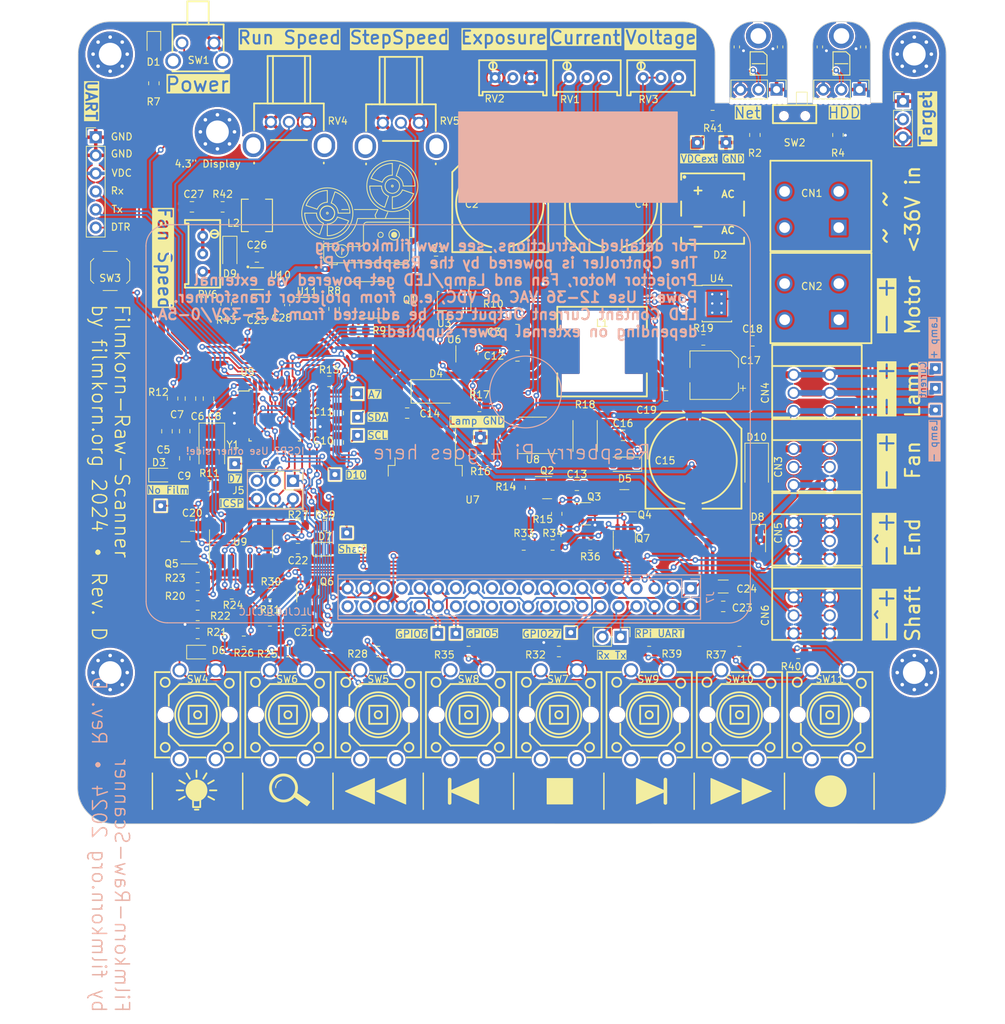
<source format=kicad_pcb>
(kicad_pcb (version 20221018) (generator pcbnew)
  (layers (0 "F.Cu" signal) (31 "B.Cu" signal) (34 "B.Paste" user) (35 "F.Paste" user) (36 "B.SilkS" user "B.Silkscreen") (37 "F.SilkS" user "F.Silkscreen") (38 "B.Mask" user) (39 "F.Mask" user) (44 "Edge.Cuts" user))
  (net 0 "")
  (net 1 "24VDC")
  (net 2 "GND")
  (net 3 "5V-RPi")
  (net 4 "Net-(U3-OUT)")
  (net 5 "3.3V-uC")
  (net 6 "Net-(J1-Pin_6)")
  (net 7 "Net-(U5-XTAL1{slash}PB6)")
  (net 8 "Net-(U5-XTAL2{slash}PB7)")
  (net 9 "/~{RST}")
  (net 10 "/24VAC-1")
  (net 11 "/24VAC-2")
  (net 12 "/Drivers/Lamp-GND")
  (net 13 "/SDA")
  (net 14 "/MISO")
  (net 15 "/MOSI")
  (net 16 "/SCK")
  (net 17 "/RX")
  (net 18 "/TX")
  (net 19 "Net-(U5-AREF)")
  (net 20 "Net-(U6-K)")
  (net 21 "Net-(U7-VC)")
  (net 22 "/D9")
  (net 23 "/D8")
  (net 24 "Net-(C15-Pad1)")
  (net 25 "/uC-Power")
  (net 26 "Net-(D5-A)")
  (net 27 "Net-(U8A--)")
  (net 28 "Net-(C21-Pad1)")
  (net 29 "/A0")
  (net 30 "Net-(Q5-B)")
  (net 31 "unconnected-(CN3-Pad2)")
  (net 32 "/A1")
  (net 33 "/A2")
  (net 34 "/A3")
  (net 35 "/A6")
  (net 36 "/D2")
  (net 37 "/D3")
  (net 38 "Net-(D3-A)")
  (net 39 "Net-(D5-K)")
  (net 40 "Net-(U8A-+)")
  (net 41 "/D6")
  (net 42 "/D5")
  (net 43 "Net-(Q1-G)")
  (net 44 "3.3V-RPi")
  (net 45 "/SCL")
  (net 46 "Net-(CN4-Pad2)")
  (net 47 "Net-(D1-A)")
  (net 48 "Net-(D4-K)")
  (net 49 "Net-(D7-A)")
  (net 50 "/Drivers/Mot-A")
  (net 51 "/Drivers/Mot-B")
  (net 52 "Net-(J2-Pin_2)")
  (net 53 "Net-(J3-Pin_2)")
  (net 54 "Net-(J6-Pin_1)")
  (net 56 "Net-(J7-Pin_13)")
  (net 66 "Net-(J7-Pin_29)")
  (net 67 "Net-(J7-Pin_31)")
  (net 69 "Net-(J6-Pin_2)")
  (net 71 "/Zero Voltage Diode/K")
  (net 72 "Net-(Q5-C)")
  (net 73 "Net-(Q6-B)")
  (net 76 "Net-(Q2-G)")
  (net 77 "Net-(Q2-D)")
  (net 78 "Net-(Q4-G)")
  (net 89 "Net-(Q6-C)")
  (net 91 "Net-(Q7A-B1)")
  (net 92 "Net-(SW2-C)")
  (net 93 "Net-(U1-A)")
  (net 94 "Net-(R11-Pad2)")
  (net 95 "Net-(SW2-A)")
  (net 96 "Net-(U2-A)")
  (net 97 "Net-(R17-Pad2)")
  (net 98 "Net-(U4-ILIM)")
  (net 99 "Net-(R21-Pad2)")
  (net 100 "Net-(R24-Pad1)")
  (net 103 "Net-(R25-Pad2)")
  (net 104 "Net-(R28-Pad2)")
  (net 105 "Net-(R32-Pad2)")
  (net 106 "Net-(R37-Pad1)")
  (net 107 "Net-(R37-Pad2)")
  (net 108 "Net-(C22-Pad1)")
  (net 109 "GND1")
  (net 110 "GND2")
  (net 111 "/Sensors/3.3V-Eye1")
  (net 112 "/Sensors/3.3V-Eye2")
  (net 113 "/GPIO17")
  (net 119 "Net-(D6-A)")
  (net 120 "Net-(U5-PD7)")
  (net 121 "Net-(U5-ADC7)")
  (net 122 "Net-(U5-PB2)")
  (net 124 "Net-(U8B--)")
  (net 125 "Net-(U10-BST)")
  (net 126 "Net-(D9-K)")
  (net 127 "Net-(R42-Pad2)")
  (net 128 "Net-(U10-FB)")
  (net 129 "Net-(D10-A)")
  (net 130 "Net-(D10-K)")
  (net 131 "Net-(U11-OUT)")
  (footprint "easyeda2kicad:KEY-TH_4P-L12.0-W12.0-P5.0-LS12.5-EH-small" (layer "F.Cu") (at 175.123593 142.159763)
    (fp_text reference "SW8")
    (fp_text value "<")
  )
  (footprint "Peacemans_Footprints:TestPoint_THTPad_1.5x1.5mm_Drill0.7mm_named" (layer "F.Cu") (at 156.327593 108.377763)
    (fp_text reference "TP8" hide)
    (fp_text value "D10")
  )
  (footprint "easyeda2kicad:CONN-TH_3P-P2.54_DIBO_DB141R-2.54-3P" (layer "F.Cu") (at 223.393 117.729 90)
    (fp_text reference "CN5")
    (fp_text value "Film End Eye")
  )
  (footprint "Capacitor_SMD:C_0805_2012Metric" (layer "F.Cu") (at 136.261593 115.619763 180)
    (fp_text reference "C20")
    (fp_text value "100n")
  )
  (footprint "easyeda2kicad:CONN-TH_3P-P2.54_DIBO_DB141R-2.54-3P" (layer "F.Cu") (at 223.383593 107.315 90)
    (fp_text reference "CN3")
    (fp_text value "Fan")
  )
  (footprint "Package_TO_SOT_SMD:SOT-23" (layer "F.Cu") (at 135.3035 119.38 180)
    (fp_text reference "Q5")
    (fp_text value "SS8050")
  )
  (footprint "easyeda2kicad:RES-ADJ-TH_3P-L10.0-W10.0-P2.50-L" (layer "F.Cu") (at 202.184 52.578)
    (fp_text reference "RV3")
    (fp_text value "10K")
  )
  (footprint "Diode_SMD:D_SMA" (layer "F.Cu") (at 170.551593 96.693763)
    (fp_text reference "D4")
    (fp_text value "SS54")
  )
  (footprint "Button_Switch_SMD:SW_Push_1P1T_XKB_TS-1187A" (layer "F.Cu") (at 124.714 79.756 -90)
    (fp_text reference "SW3")
    (fp_text value "Reset")
  )
  (footprint "Capacitor_SMD:C_0805_2012Metric" (layer "F.Cu") (at 136.007593 97.709763 90)
    (fp_text reference "C6")
    (fp_text value "100n")
  )
  (footprint "Resistor_SMD:R_2512_6332Metric" (layer "F.Cu") (at 191.516 102.9555 90)
    (fp_text reference "R18")
    (fp_text value "0.05R")
  )
  (footprint "Resistor_SMD:R_0805_2012Metric" (layer "F.Cu") (at 215.392 60.639 90)
    (fp_text reference "R2")
    (fp_text value "47K")
  )
  (footprint "Resistor_SMD:R_0805_2012Metric" (layer "F.Cu") (at 176.647593 106.345763)
    (fp_text reference "R16")
    (fp_text value "270R")
  )
  (footprint "Peacemans_Footprints:TestPoint_THTPad_1.5x1.5mm_Drill0.7mm_named" (layer "F.Cu") (at 207.3 61.7 180)
    (fp_text reference "TP1" hide)
    (fp_text value "24V" hide)
  )
  (footprint "Resistor_SMD:R_0805_2012Metric" (layer "F.Cu") (at 200.523593 133.269763)
    (fp_text reference "R39")
    (fp_text value "47K")
  )
  (footprint "Package_SO:SOIC-8_3.9x4.9mm_P1.27mm" (layer "F.Cu") (at 161.798 83.82)
    (fp_text reference "Q1")
    (fp_text value "CS12N06AE-G")
  )
  (footprint "Package_TO_SOT_SMD:SOT-89-3" (layer "F.Cu") (at 173.091593 83.993763 -90)
    (fp_text reference "U3")
    (fp_text value "78L05")
  )
  (footprint "easyeda2kicad:SW-SMD_3P-P1.50_L2.7-W6.6" (layer "F.Cu") (at 220.98 58.42 180)
    (fp_text reference "SW2")
    (fp_text value "Target" hide)
  )
  (footprint "easyeda2kicad:KEY-TH_4P-L12.0-W12.0-P5.0-LS12.5-EH-small" (layer "F.Cu") (at 162.423593 142.159763)
    (fp_text reference "SW5")
    (fp_text value "<<")
  )
  (footprint "Resistor_SMD:R_0805_2012Metric" (layer "F.Cu") (at 187.823593 133.269763)
    (fp_text reference "R32")
    (fp_text value "100K")
  )
  (footprint "Capacitor_SMD:C_0805_2012Metric" (layer "F.Cu") (at 166.487593 99.741763)
    (fp_text reference "C14")
    (fp_text value "1u")
  )
  (footprint "Resistor_SMD:R_0805_2012Metric" (layer "F.Cu") (at 182.88 118.283763)
    (fp_text reference "R33")
    (fp_text value "220R")
  )
  (footprint "Resistor_SMD:R_0805_2012Metric" (layer "F.Cu") (at 209.4465 57.912 180)
    (fp_text reference "R41")
    (fp_text value "47K")
  )
  (footprint "Capacitor_SMD:C_0805_2012Metric" (layer "F.Cu") (at 151.13 118.791763 180)
    (fp_text reference "C22")
    (fp_text value "100n")
  )
  (footprint "Resistor_SMD:R_0805_2012Metric" (layer "F.Cu") (at 156.21 85.09 90)
    (fp_text reference "R8")
    (fp_text value "10R")
  )
  (footprint "Resistor_SMD:R_0805_2012Metric" (layer "F.Cu") (at 155.520593 95.296763)
    (fp_text reference "R13")
    (fp_text value "100K")
  )
  (footprint "Peacemans_Footprints:TestPoint_THTPad_1.5x1.5mm_Drill0.7mm_named" (layer "F.Cu") (at 131.826 112.776 90)
    (fp_text reference "TP3" hide)
    (fp_text value "Film End")
  )
  (footprint "Connector_PinHeader_2.54mm:PinHeader_1x02_P2.54mm_Vertical" (layer "F.Cu") (at 196.5 131.2 -90)
    (fp_text reference "J6" hide)
    (fp_text value "Raspi UART")
  )
  (footprint "easyeda2kicad:IND-SMD_L4.4-W4.2" (layer "F.Cu") (at 145.355 71.948 -90)
    (fp_text reference "L2")
    (fp_text value "10uH")
  )
  (footprint "easyeda2kicad:KEY-TH_4P-L12.0-W12.0-P5.0-LS12.5-EH-small" (layer "F.Cu") (at 149.723593 142.159763)
    (fp_text reference "SW6")
    (fp_text value "Zoom")
  )
  (footprint "Resistor_SMD:R_0805_2012Metric" (layer "F.Cu") (at 162.423593 133.269763)
    (fp_text reference "R28")
    (fp_text value "22K")
  )
  (footprint "Capacitor_SMD:C_0805_2012Metric" (layer "F.Cu") (at 182 88)
    (fp_text reference "C3")
    (fp_text value "1u")
  )
  (footprint "Diode_SMD:D_SOD-123F" (layer "F.Cu") (at 141.545 77.094 -90)
    (fp_text reference "D9")
    (fp_text value "PMEG6020ER")
  )
  (footprint "Package_TO_SOT_SMD:SOT-23" (layer "F.Cu") (at 191.633593 113.904763)
    (fp_text reference "Q3")
    (fp_text value "IRLML6402")
  )
  (footprint "Connector_PinHeader_2.54mm:PinHeader_1x03_P2.54mm_Vertical" (layer "F.Cu") (at 230.092 54.2525 -90)
    (fp_text reference "J3" hide)
    (fp_text value "Film End Eye" hide)
  )
  (footprint "Capacitor_SMD:C_1206_3216Metric" (layer "F.Cu") (at 210.937593 124.125763)
    (fp_text reference "C24")
    (fp_text value "47u")
  )
  (footprint "Diode_SMD:D_SOD-123" (layer "F.Cu") (at 197.104 106.934 180)
    (fp_text reference "D5")
    (fp_text value "1N4148W")
  )
  (footprint "Resistor_SMD:R_0805_2012Metric" (layer "F.Cu") (at 159.766 88.138)
    (fp_text reference "R9")
    (fp_text value "47K")
  )
  (footprint "Capacitor_SMD:C_0402_1005Metric" (layer "F.Cu") (at 149.606 84.554 90)
    (fp_text reference "C28")
    (fp_text value "100n")
  )
  (footprint "Resistor_SMD:R_0805_2012Metric" (layer "F.Cu") (at 137.023593 130.729763)
    (fp_text reference "R21")
    (fp_text value "100K")
  )
  (footprint "Diode_SMD:D_SOD-123F" (layer "F.Cu") (at 215.9 117.602 -90)
    (fp_text reference "D8")
    (fp_text value "1N4007")
  )
  (footprint "Connector_PinHeader_2.54mm:PinHeader_1x06_P2.54mm_Vertical" (layer "F.Cu") (at 122.682 60.96)
    (fp_text reference "J1" hide)
    (fp_text value "FTDI")
  )
  (footprint "Resistor_SMD:R_0805_2012Metric" (layer "F.Cu") (at 143.51 131.826 180)
    (fp_text reference "R26")
    (fp_text value "2K2")
  )
  (footprint "Resistor_SMD:R_0805_2012Metric" (layer "F.Cu") (at 137.023593 128.189763)
    (fp_text reference "R22")
    (fp_text value "3K")
  )
  (footprint "Connector_PinHeader_2.54mm:PinHeader_2x03_P2.54mm_Vertical" (layer "F.Cu") (at 150.425593 109.261763 -90)
    (fp_text reference "J5")
    (fp_text value "ICSP")
  )
  (footprint "easyeda2kicad:SOT-23-6_L2.9-W1.7-P0.95-LS2.8-BL" (layer "F.Cu") (at 145.355 80.838 -90)
    (fp_text reference "U10")
    (fp_text value "LGS5145")
  )
  (footprint "easyeda2kicad:CONN-TH_2P-P5.08_KF142R-5.08-2P" (layer "F.Cu") (at 223.393 84.074 90)
    (fp_text reference "CN2")
    (fp_text value "Motor")
  )
  (footprint "Resistor_SMD:R_0805_2012Metric" (layer "F.Cu") (at 221.488 133.523763)
    (fp_text reference "R40")
    (fp_text value "10K")
  )
  (footprint "Peacemans_Footprints:TestPoint_THTPad_1.5x1.5mm_Drill0.7mm_named" (layer "F.Cu") (at 142.24 106.853763)
    (fp_text reference "TP4" hide)
    (fp_text value "D7")
  )
  (footprint "Resistor_SMD:R_0805_2012Metric" (layer "F.Cu") (at 137.023593 122.855763)
    (fp_text reference "R23")
    (fp_text value "100K")
  )
  (footprint "Package_TO_SOT_SMD:SOT-23" (layer "F.Cu") (at 197.033593 112.066263 180)
    (fp_text reference "Q4")
    (fp_text value "DMG2305UX")
  )
  (footprint "easyeda2kicad:RES-ADJ-TH_3P-L10.0-W10.0-P2.50-L" (layer "F.Cu") (at 181.356 52.578)
    (fp_text reference "RV2")
    (fp_text value "10K")
  )
  (footprint "easyeda2kicad:RES-TH_RK09K1110A0J_short" (layer "F.Cu") (at 165.608 60.578 180)
    (fp_text reference "RV5")
    (fp_text value "10K")
  )
  (footprint "Peacemans_Footprints:R_0402_1005Metric-noref" (layer "F.Cu") (at 218.948 48.26 -90)
    (fp_text reference "R3" hide)
    (fp_text value "100R")
  )
  (footprint "Resistor_SMD:R_0805_2012Metric" (layer "F.Cu") (at 175.123593 133.269763)
    (fp_text reference "R35")
    (fp_text value "10K")
  )
  (footprint "Resistor_SMD:R_0805_2012Metric" (layer "F.Cu") (at 182.362593 110.221763 90)
    (fp_text reference "R14")
    (fp_text value "47K")
  )
  (footprint "Resistor_SMD:R_0805_2012Metric" (layer "F.Cu") (at 140.529 70.744 180)
    (fp_text reference "R42")
    (fp_text value "10K")
  )
  (footprint "Resistor_SMD:R_0805_2012Metric" (layer "F.Cu") (at 133.5 97.7 90)
    (fp_text reference "R12")
    (fp_text value "10K")
  )
  (footprint "Capacitor_SMD:C_0805_2012Metric" (layer "F.Cu") (at 170.551593 78.405763)
    (fp_text reference "C1")
    (fp_text value "10u")
  )
  (footprint "Capacitor_SMD:C_0805_2012Metric" (layer "F.Cu") (at 210.937593 126.919763)
    (fp_text reference "C23")
    (fp_text value "100n")
  )
  (footprint "Resistor_SMD:R_0805_2012Metric" (layer "F.Cu") (at 138.684 109.982)
    (fp_text reference "R11")
    (fp_text value "300R")
  )
  (footprint "LED_SMD:LED_0805_2012Metric" (layer "F.Cu") (at 130.862 47.772 -90)
    (fp_text reference "D1")
    (fp_text value "Power (gr)")
  )
  (footprint "Peacemans_Footprints:R_0402_1005Metric-noref" (layer "F.Cu") (at 224.536 48.26 -90)
    (fp_text reference "R6" hide)
    (fp_text value "47K" hide)
  )
  (footprint "Peacemans_Footprints:TestPoint_THTPad_1.5x1.5mm_Drill0.7mm_named" (layer "F.Cu") (at 176.784 103.124)
    (fp_text reference "TP9" hide)
    (fp_text value "TestPoint")
  )
  (footprint "Capacitor_SMD:CP_Elec_6.3x7.7" (layer "F.Cu") (at 209.667593 94.407763 180)
    (fp_text reference "C17")
    (fp_text value "22u")
  )
  (footprint "MountingHole:MountingHole_3.2mm_M3_Pad_Via" (layer "F.Cu") (at 124.714 136.226)
    (fp_text reference "REF**" hide)
    (fp_text value "MountingHole_3.2mm_M3_Pad_Via")
  )
  (footprint "Capacitor_SMD:C_0805_2012Metric" (layer "F.Cu") (at 196.85 102.87)
    (fp_text reference "C16")
    (fp_text value "1u")
  )
  (footprint "Capacitor_SMD:C_0805_2012Metric" (layer "F.Cu") (at 202.9 97.3 180)
    (fp_text reference "C19")
    (fp_text value "10u")
  )
  (footprint "easyeda2kicad:KEY-TH_4P-L12.0-W12.0-P5.0-LS12.5-EH-small" (layer "F.Cu") (at 225.923593 142.159763)
    (fp_text reference "SW11")
    (fp_text value "Rec")
  )
  (footprint "Capacitor_SMD:C_0805_2012Metric" (layer "F.Cu") (at 156.790593 99.741763 90)
    (fp_text reference "C11")
    (fp_text value "100n")
  )
  (footprint "Resistor_SMD:R_0805_2012Metric" (layer "F.Cu") (at 137.023593 125.395763 180)
    (fp_text reference "R20")
    (fp_text value "470K")
  )
  (footprint "Peacemans_Footprints:TestPoint_THTPad_1.5x1.5mm_Drill0.7mm_named" (layer "F.Cu") (at 173.345593 130.729763 90)
    (fp_text reference "TP11" hide)
    (fp_text value "GPIO5")
  )
  (footprint "easyeda2kicad:CONN-TH_2P-P5.08_KF142R-5.08-2P" (layer "F.Cu") (at 223.383593 71.12 90)
    (fp_text reference "CN1")
    (fp_text value "24V in")
  )
  (footprint "Capacitor_SMD:C_0805_2012Metric" (layer "F.Cu") (at 156.790593 103.871763 -90)
    (fp_text reference "C10")
    (fp_text value "100n")
  )
  (footprint "MountingHole:MountingHole_3.2mm_M3_Pad_Via" (layer "F.Cu") (at 237.814 136.226)
    (fp_text reference "REFe" hide)
    (fp_text value "MountingHole_3.2mm_M3_Pad_Via")
  )
  (footprint "Package_SO:SOIC-14_3.9x8.7mm_P1.27mm" (layer "F.Cu") (at 143.119593 118.094763 90)
    (fp_text reference "U9")
    (fp_text value "74LVC14")
  )
  (footprint "Peacemans_Footprints:TestPoint_THTPad_1.5x1.5mm_Drill0.7mm_named" (layer "F.Cu") (at 189.5 130.6 90)
    (fp_text reference "TP12" hide)
    (fp_text value "GPIO27")
  )
  (footprint "easyeda2kicad:KEY-TH_4P-L12.0-W12.0-P5.0-LS12.5-EH-small" (layer "F.Cu") (at 213.223593 142.159763)
    (fp_text reference "SW10")
    (fp_text value ">>")
  )
  (footprint "Capacitor_SMD:C_0805_2012Metric" (layer "F.Cu") (at 135.200593 102.281763 90)
    (fp_text reference "C7")
    (fp_text value "22p")
  )
  (footprint "Peacemans_Footprints:TestPoint_THTPad_1.5x1.5mm_Drill0.7mm_named" (layer "F.Cu") (at 159.512 97.028)
    (fp_text reference "TP7" hide)
    (fp_text value "A7")
  )
  (footprint "MountingHole:MountingHole_3.2mm_M3_Pad_Via" (layer "F.Cu") (at 124.714 49.276)
    (fp_text reference "REF**" hide)
    (fp_text value "MountingHole_3.2mm_M3_Pad_Via")
  )
  (footprint "easyeda2kicad:CAP-SMD_BD12.5-L13.0-W13.0-RD" (layer "F.Cu") (at 206.756 106.426 90)
    (fp_text reference "C15")
    (fp_text value "470u")
  )
  (footprint "Peacemans_Footprints:TestPoint_THTPad_1.5x1.5mm_Drill0.7mm_named" (layer "F.Cu") (at 170.805593 130.729763 90)
    (fp_text reference "TP13" hide)
    (fp_text value "GPIO6")
  )
  (footprint "Peacemans_Footprints:TestPoint_THTPad_1.5x1.5mm_Drill0.7mm_named" (layer "F.Cu") (at 159.512 100.33)
    (fp_text reference "TP5" hide)
    (fp_text value "TestPoint")
  )
  (footprint "easyeda2kicad:DIO-BG-TH_TTF" (layer "F.Cu") (at 209.423 70.993)
    (fp_text reference "D2")
    (fp_text value "TTR5MF")
  )
  (footprint "easyeda2kicad:IND-SMD_L13.8-W12.6_YSPI13XX" (layer "F.Cu") (at 193.9 91.1)
    (fp_text reference "L1")
    (fp_text value "47uH")
  )
  (footprint "Package_TO_SOT_SMD:SOT-23-6" (layer "F.Cu") (at 197.033593 117.146263 90)
    (fp_text reference "Q7")
    (fp_text value "DMMT5401")
  )
  (footprint "easyeda2kicad:RES-ADJ-TH_3P-L10.0-W10.0-P2.50-L" (layer "F.Cu") (at 137.735 77.348 -90)
    (fp_text reference "RV6")
    (fp_text value "25K")
  )
  (footprint "Peacemans_Footprints:QRE1113GR-slim" (layer "F.Cu") (at 227.552 50.4425 180)
    (fp_text reference "U2" hide)
    (fp_text value "QRE1113")
  )
  (footprint "Resistor_SMD:R_0805_2012Metric" (layer "F.Cu") (at 147.183593 125.141763)
    (fp_text reference "R30")
    (fp_text value "3K")
  )
  (footprint "Package_SO:Texas_HTSOP-8-1EP_3.9x4.9mm_P1.27mm_EP2.95x4.9mm_Mask2.4x3.1mm_ThermalVias" (layer "F.Cu") (at 210.048593 84.328)
    (fp_text reference "U4")
    (fp_text value "DRV8871DDA")
  )
  (footprint "Resistor_SMD:R_0805_2012Metric" (layer "F.Cu") (at 186.944 118.283763)
    (fp_text reference "R34")
    (fp_text value "47K")
  )
  (footprint "easyeda2kicad:KEY-TH_1825027-8" (layer "F.Cu") (at 137.074 48.972 180)
    (fp_text reference "SW1")
    (fp_text value "Power")
  )
  (footprint "easyeda2kicad:CAP-SMD_BD12.5-L13.0-W13.0-RD" (layer "F.Cu") (at 179.578 70.358 90)
    (fp_text reference "C2")
    (fp_text value "470u")
  )
  (footprint "MountingHole:MountingHole_3.2mm_M3_Pad_Via" (layer "F.Cu") (at 139.8 60.2)
    (fp_text reference "REFe" hide)
    (fp_text value "MountingHole_3.2mm_M3_Pad_Via")
  )
  (footprint "LED_SMD:LED_0805_2012Metric" (layer "F.Cu") (at 137.16 133.35)
    (fp_text reference "D6")
    (fp_text value "Lamp (wh)")
  )
  (footprint "Package_TO_SOT_SMD:SOT-23" (layer "F.Cu") (at 174.9 90.9 90)
    (fp_text reference "U6")
    (fp_text value "TL431")
  )
  (footprint "easyeda2kicad:CONN-TH_3P-P2.54_DIBO_DB141R-2.54-3P" (layer "F.Cu") (at 223.383593 96.901 90)
    (fp_text reference "CN4")
    (fp_text value "Lamp")
  )
  (footprint "Resistor_SMD:R_0805_2012Metric" (layer "F.Cu") (at 213.223593 133.269763)
    (fp_text reference "R37")
    (fp_text value "22K")
  )
  (footprint "easyeda2kicad:CONN-TH_3P-P2.54_DIBO_DB141R-2.54-3P" (layer "F.Cu") (at 223.383593 128.189763 90)
    (fp_text reference "CN6")
    (fp_text value "Shaft Eye")
  )
  (footprint "easyeda2kicad:KEY-TH_4P-L12.0-W12.0-P5.0-LS12.5-EH-small" (layer "F.Cu") (at 137.023593 142.159763)
    (fp_text reference "SW4")
    (fp_text value "Lamp")
  )
  (footprint "Resistor_SMD:R_0805_2012Metric" (layer "F.Cu") (at 149.723593 133.269763)
    (fp_text reference "R25")
    (fp_text value "47K")
  )
  (footprint "Peacemans_Footprints:Eye_Mousebites_weaker" (layer "F.Cu") (at 215.878 55.86)
    (fp_text reference "REF**" hide)
    (fp_text value "Eye_Mousebites_weaker" hide)
  )
  (footprint "easyeda2kicad:KEY-TH_4P-L12.0-W12.0-P5.0-LS12.5-EH-small" (layer "F.Cu") (at 187.823593 142.159763)
    (fp_text reference "SW7")
    (fp_text value "Stop")
  )
  (footprint "Resistor_SMD:R_0805_2012Metric" (layer "F.Cu") (at 141.037 84.394 90)
    (fp_text reference "R43")
    (fp_text value "2K7")
  )
  (footprint "LED_SMD:LED_0805_2012Metric" (layer "F.Cu") (at 154.94 118.872)
    (fp_text reference "D7")
    (fp_text value "Shaft (re)")
  )
  (footprint "easyeda2kicad:KEY-TH_4P-L12.0-W12.0-P5.0-LS12.5-EH-small" (layer "F.Cu") (at 200.523593 142.159763)
    (fp_text reference "SW9")
    (fp_text value ">")
  )
  (footprint "Capacitor_SMD:C_0805_2012Metric" (layer "F.Cu") (at 135.200593 106.091763 90)
    (fp_text reference "C9")
    (fp_text value "22p")
  )
  (footprint "Resistor_SMD:R_0805_2012Metric" (layer "F.Cu") (at 176.647593 98.806)
    (fp_text reference "R17")
    (fp_text value "71K5")
  )
  (footprint "Crystal:Crystal_SMD_5032-2Pin_5.0x3.2mm" (layer "F.Cu") (at 139.010593 104.186763 -90)
    (fp_text reference "Y1")
    (fp_text value "8MHz")
  )
  (footprint "Package_QFP:TQFP-32_7x7mm_P0.8mm" (layer "F.Cu") (at 147.875593 100.036763)
    (fp_text reference "U5")
    (fp_text value "ATmega328P")
  )
  (footprint "easyeda2kicad:CAP-SMD_BD12.5-L13.0-W13.0-RD" (layer "F.Cu") (at 195.443593 70.358 -90)
    (fp_text reference "C4")
    (fp_text value "470u")
  )
  (footprint "Resistor_SMD:R_0805_2012Metric" (layer "F.Cu") (at 187.521093 113.904763 90)
    (fp_text reference "R15")
    (fp_text value "10K")
  )
  (footprint "Capacitor_SMD:C_0805_2012Metric" (layer "F.Cu") (at 190.363593 109.901763 180)
    (fp_text reference "C13")
    (fp_text value "100n")
  )
  (footprint "Resistor_SMD:R_0805_2012Metric" (layer "F.Cu") (at 208.143593 89.454763)
    (fp_text reference "R19")
    (fp_text value "30K")
  )
  (footprint "MountingHole:MountingHole_2.2mm_M2_ISO7380_Pad_TopBottom" (layer "F.Cu") (at 215.878 46.716 -90)
    (fp_text reference "REF**" hide)
    (fp_text value "MountingHole_2.2mm_M2_ISO7380_Pad_TopBottom" hide)
  )
  (footprint "Resistor_SMD:R_0805_2012Metric" (layer "F.Cu") (at 147.183593 128.951763 180)
    (fp_text reference "R31")
    (fp_text value "470K")
  )
  (footprint "Capacitor_SMD:C_0805_2012Metric" (layer "F.Cu") (at 136.211 70.744 180)
    (fp_text reference "C27")
    (fp_text value "10u")
  )
  (footprint "Peacemans_Footprints:TestPoint_THTPad_1.5x1.5mm_Drill0.7mm_named" (layer "F.Cu") (at 157.988 116.586 90)
    (fp_text reference "TP10" hide)
    (fp_text value "Main Shaft")
  )
  (footprint "MountingHole:MountingHole_2.2mm_M2_ISO7380_Pad_TopBottom" (layer "F.Cu") (at 227.562 46.716 -90)
    (fp_text reference "REF**" hide)
    (fp_text value "MountingHole_2.2mm_M2_ISO7380_Pad_TopBottom" hide)
  )
  (footprint "Peacemans_Footprints:TestPoint_THTPad_1.5x1.5mm_Drill0.7mm_named" (layer "F.Cu") (at 211.328 61.7 180)
    (fp_text reference "TP2" hide)
    (fp_text value "GND" hide)
  )
  (footprint "Capacitor_SMD:C_0805_2012Metric" (layer "F.Cu") (at 138.547593 97.709763 90)
    (fp_text reference "C8")
    (fp_text value "100n")
  )
  (footprint "Peacemans_Footprints:R_0402_1005Metric-noref" (layer "F.Cu") (at 212.852 48.26 -90)
    (fp_text reference "R1" hide)
    (fp_text value "47K" hide)
  )
  (footprint "Resistor_SMD:R_0805_2012Metric" (layer "F.Cu") (at 181.9 84.3)
    (fp_text reference "R10")
    (fp_text value "2K2")
  )
  (footprint "Package_TO_SOT_SMD:SOT-23" (layer "F.Cu") (at 186.172593 110.221763)
    (fp_text reference "Q2")
    (fp_text value "IRLML2502")
  )
  (footprint "MountingHole:MountingHole_3.2mm_M3_Pad_Via" (layer "F.Cu") (at 237.811056 49.276)
    (fp_text reference "REFee" hide)
    (fp_text value "MountingHole_3.2mm_M3_Pad_Via" hide)
  )
  (footprint "Capacitor_SMD:C_0805_2012Metric" (layer "F.Cu") (at 145.355 77.79)
    (fp_text reference "C26")
    (fp_text value "100n/50V")
  )
  (footprint "Capacitor_SMD:C_0805_2012Metric" (layer "F.Cu") (at 132.7 102.3 90)
    (fp_text reference "C5")
    (fp_text value "100n")
  )
  (footprint "Resistor_SMD:R_0805_2012Metric" (layer "F.Cu") (at 130.862 53.372 -90)
    (fp_text reference "R7")
    (fp_text value "3K3")
  )
  (footprint "Package_TO_SOT_SMD:SOT-23" (layer "F.Cu") (at 152.517593 124.633763 90)
    (fp_text reference "Q6")
    (fp_text value "SS8050")
  )
  (footprint "Package_TO_SOT_SMD:TO-263-5_TabPin3" (layer "F.Cu") (at 169.027593 111.933763 -90)
    (fp_text reference "U7")
    (fp_text value "XL4015")
  )
  (footprint "easyeda2kicad:RES-TH_RK09K1110A0J_short" (layer "F.Cu") (at 149.86 60.4555 180)
    (fp_text reference "RV4")
    (fp_text value "10K")
  )
  (footprint "Package_TO_SOT_SMD:SOT-23-5" (layer "F.Cu") (at 152.4 85.034)
    (fp_text reference "U11")
    (fp_text value "MCP1416")
  )
  (footprint "Resistor_SMD:R_0805_2012Metric" (layer "F.Cu") (at 154.94 115.57 180)
    (fp_text reference "R29")
    (fp_text value "300R")
  )
  (footprint "Capacitor_SMD:C_0805_2012Metric" (layer "F.Cu") (at 151.972093 128.851763)
    (fp_text reference "C21")
    (fp_text value "100n")
  )
  (footprint "Connector_PinHeader_2.54mm:PinHeader_1x03_P2.54mm_Vertical" (layer "F.Cu") (at 236.22 55.895)
    (fp_text reference "J4" hide)
    (fp_text value "Target")
  )
  (footprint "Resistor_SMD:R_0805_2012Metric" (layer "F.Cu") (at 227.076 60.639 -90)
    (fp_text reference "R4")
    (fp_text value "47K")
  )
  (footprint "Capacitor_SMD:C_1210_3225Metric" (layer "F.Cu") (at 145.355 84.394 180)
    (fp_text reference "C25")
    (fp_text value "10u/50V")
  )
  (footprint "Package_SO:SOIC-8_3.9x4.9mm_P1.27mm" (layer "F.Cu") (at 184.15 102.87 180)
    (fp_text reference "U8")
    (fp_text value "LM358")
  )
  (footprint "Peacemans_Footprints:TestPoint_THTPad_1.5x1.5mm_Drill0.7mm_named" (layer "F.Cu") (at 159.512 102.87 90)
    (fp_text reference "TP6" hide)
    (fp_text value "TestPoint")
  )
  (footprint "Diode_SMD:D_SMA" (layer "F.Cu") (at 215.646 107.474 -90)
    (fp_text reference "D10")
    (fp_text value "SS54")
  )
  (footprint "Resistor_SMD:R_0805_2012Metric" (layer "F.Cu") (at 151.247593 115.489763 180)
    (fp_text reference "R27")
    (fp_text value "3K3")
  )
  (footprint "Peacemans_Footprints:QRE1113GR-slim" (layer "F.Cu") (at 215.9 50.4425 180)
    (fp_text reference "U1" hide)
    (fp_text value "QRE1113")
  )
  (footprint "Resistor_SMD:R_0805_2012Metric" (layer "F.Cu") (at 141.812093 125.141763)
    (fp_text reference "R24")
    (fp_text value "3K3")
  )
  (footprint "Connector_PinHeader_2.54mm:PinHeader_1x03_P2.54mm_Vertical" (layer "F.Cu") (at 218.44 54.2525 -90)
    (fp_text reference "J2" hide)
    (fp_text value "Shaft Eye" hide)
  )
  (footprint "Peacemans_Footprints:R_0402_1005Metric-noref" (layer "F.Cu") (at 230.632 48.26 -90)
    (fp_text reference "R5" hide)
    (fp_text value "100R")
  )
  (footprint "Peacemans_Footprints:Eye_Mousebites_weaker" (layer "F.Cu") (at 227.61 55.86)
    (fp_text reference "REF**" hide)
    (fp_text value "Eye_Mousebites_weaker" hide)
  )
  (footprint "easyeda2kicad:RES-ADJ-TH_3P-L10.0-W10.0-P2.50-L" (layer "F.Cu") (at 191.77 52.578)
    (fp_text reference "RV1")
    (fp_text value "10K")
  )
  (footprint "Capacitor_SMD:C_0805_2012Metric" (layer "F.Cu") (at 215.052393 89.581763)
    (fp_text reference "C18")
    (fp_text value "100n")
  )
  (footprint "LED_SMD:LED_0805_2012Metric" (layer "F.Cu") (at 131.826 108.458)
    (fp_text reference "D3")
    (fp_text value "No Film (re)")
  )
  (footprint "Capacitor_SMD:C_0805_2012Metric" (layer "F.Cu") (at 182 91.7)
    (fp_text reference "C12")
    (fp_text value "1u")
  )
  (footprint "Resistor_SMD:R_0805_2012Metric" (layer "F.Cu") (at 192.245093 118.283763 180)
    (fp_text reference "R36")
    (fp_text value "10K")
  )
  (footprint "Peacemans_Footprints:TestPoint_THTPad_1.5x1.5mm_Drill0.7mm_named" (layer "B.Cu") (at 240.792 99.314 180)
    (fp_text reference "TP14" hide)
    (fp_text value "TestPoint")
  )
  (footprint "Connector_PinSocket_2.54mm:PinSocket_2x20_P2.54mm_Vertical" (layer "B.Cu") (at 206.365593 124.379763 90)
    (fp_text reference "J7")
    (fp_text value "Raspi GPIO")
  )
  (footprint "Peacemans_Footprints:TestPoint_THTPad_1.5x1.5mm_Drill0.7mm_named" (layer "B.Cu") (at 240.792 93.472 180)
    (fp_text reference "TP15" hide)
    (fp_text value "TestPoint")
  )
  (footprint "Peacemans_Footprints:TestPoint_THTPad_1.5x1.5mm_Drill0.7mm_named" (layer "B.Cu") (at 240.792 96.266 180)
    (fp_text reference "TP16" hide)
    (fp_text value "TestPoint")
  )
  (gr_line locked (start 211.75 73.25) (end 132.75132 73.25132) (stroke (width 0.15)) (layer "B.SilkS"))
  (gr_circle (center 183.134 96.774) (end 186.944 100.076) (stroke (width 0.15)) (fill none) (layer "B.SilkS"))
  (gr_line locked (start 211.75 129.25) (end 132.77132 129.22868) (stroke (width 0.15)) (layer "B.SilkS"))
  (gr_arc locked (start 129.75132 76.25132) (mid 130.63 74.13) (end 132.75132 73.25132) (stroke (width 0.15)) (layer "B.SilkS"))
  (gr_rect locked (start 156.75 122.5) (end 207.75 128.75) (stroke (width 0.15)) (fill none) (layer "B.SilkS"))
  (gr_arc locked (start 214.75 126.25) (mid 213.87132 128.37132) (end 211.75 129.25) (stroke (width 0.15)) (layer "B.SilkS"))
  (gr_arc locked (start 132.77132 129.22868) (mid 130.65 128.35) (end 129.77132 126.22868) (stroke (width 0.15)) (layer "B.SilkS"))
  (gr_line locked (start 129.75132 76.25132) (end 129.77132 126.22868) (stroke (width 0.15)) (layer "B.SilkS"))
  (gr_rect (start 144.018 107.696) (end 151.892 113.284) (stroke (width 0.15)) (fill none) (layer "B.SilkS"))
  (gr_line locked (start 214.75 126.25) (end 214.75 76.25) (stroke (width 0.15)) (layer "B.SilkS"))
  (gr_arc locked (start 211.75 73.25) (mid 213.87132 74.12868) (end 214.75 76.25) (stroke (width 0.15)) (layer "B.SilkS"))
  (gr_rect (start 173.736 57.404) (end 204.47 70.104) (stroke (width 0.15)) (fill solid) (layer "B.SilkS"))
  (gr_circle (center 164.4015 67.818) (end 166.9415 70.358) (stroke (width 0.12)) (fill none) (layer "F.SilkS"))
  (gr_line (start 152.270182 70.552566) (end 153.835081 71.080916) (stroke (width 0.12)) (layer "F.SilkS"))
  (gr_poly (pts (xy 166.267548 154.686) (xy 162.203548 152.908) (xy 166.267548 151.13)) (stroke (width 0.15)) (fill solid) (layer "F.SilkS"))
  (gr_arc (start 161.414182 66.742566) (mid 162.575832 65.220392) (end 164.4015 64.643) (stroke (width 0.12)) (layer "F.SilkS"))
  (gr_line (start 161.414182 66.742566) (end 162.979081 67.270916) (stroke (width 0.12)) (layer "F.SilkS"))
  (gr_arc (start 163.326066 70.805318) (mid 161.803892 69.643668) (end 161.2265 67.818) (stroke (width 0.12)) (layer "F.SilkS"))
  (gr_poly (pts (xy 176.53 154.686) (xy 172.466 152.908) (xy 176.53 151.13)) (stroke (width 0.15)) (fill solid) (layer "F.SilkS"))
  (gr_arc (start 154.182066 74.615318) (mid 152.659892 73.453668) (end 152.0825 71.628) (stroke (width 0.12)) (layer "F.SilkS"))
  (gr_arc (start 166.8145 78.105) (mid 166.66571 78.46421) (end 166.3065 78.613) (stroke (width 0.12)) (layer "F.SilkS"))
  (gr_line (start 156.2735 76.327) (end 154.7495 76.327) (stroke (width 0.12)) (layer "F.SilkS"))
  (gr_arc (start 147.988834 152.4) (mid 148.210364 151.734906) (end 148.786462 151.335484) (stroke (width 0.15)) (layer "F.SilkS"))
  (gr_line (start 156.332934 68.640682) (end 155.804584 70.205581) (stroke (width 0.12)) (layer "F.SilkS"))
  (gr_line (start 138.269182 150.3934) (end 137.811982 151.1554) (stroke (width 0.25)) (layer "F.SilkS"))
  (gr_line (start 164.6555 74.676) (end 164.6555 74.676) (stroke (width 0.12)) (layer "F.SilkS"))
  (gr_line (start 130.656 155.448) (end 130.656 150.368) (stroke (width 0.2)) (layer "F.SilkS"))
  (gr_line (start 157.2895 76.454) (end 157.2895 77.47) (stroke (width 0.12)) (layer "F.SilkS"))
  (gr_line (start 152.0825 71.628) (end 153.7335 71.628) (stroke (width 0.12)) (layer "F.SilkS"))
  (gr_circle (center 164.4015 67.818) (end 164.9095 68.707) (stroke (width 0.12)) (fill none) (layer "F.SilkS"))
  (gr_line (start 158.1785 71.12) (end 157.2895 71.12) (stroke (width 0.12)) (layer "F.SilkS"))
  (gr_line (start 168.755406 155.448) (end 168.755406 150.368) (stroke (width 0.2)) (layer "F.SilkS"))
  (gr_line (start 166.8145 73.66) (end 167.4495 73.66) (stroke (width 0.12)) (layer "F.SilkS"))
  (gr_line (start 165.9255 78.613) (end 165.9255 78.867) (stroke (width 0.12)) (layer "F.SilkS"))
  (gr_poly (pts (xy 150.622 153.67) (xy 152.4 154.94) (xy 152.782427 154.432) (xy 150.876 153.162)) (stroke (width 0.15)) (fill solid) (layer "F.SilkS"))
  (gr_line (start 162.3695 71.12) (end 161.9885 71.882) (stroke (width 0.12)) (layer "F.SilkS"))
  (gr_arc (start 166.3065 71.12) (mid 166.66571 71.26879) (end 166.8145 71.628) (stroke (width 0.12)) (layer "F.SilkS"))
  (gr_poly (pts (xy 161.877096 154.686) (xy 157.813096 152.908) (xy 161.877096 151.13)) (stroke (width 0.15)) (fill solid) (layer "F.SilkS"))
  (gr_line (start 166.3065 78.613) (end 155.2575 78.613) (stroke (width 0.12)) (layer "F.SilkS"))
  (gr_line (start 164.4015 69.342) (end 164.4015 70.993) (stroke (width 0.12)) (layer "F.SilkS"))
  (gr_line (start 154.7495 78.105) (end 154.7495 75.946) (stroke (width 0.12)) (layer "F.SilkS"))
  (gr_line (start 154.710416 73.050419) (end 154.182066 74.615318) (stroke (width 0.12)) (layer "F.SilkS"))
  (gr_circle (center 164.6555 74.676) (end 164.6555 74.803) (stroke (width 0.12)) (fill none) (layer "F.SilkS"))
  (gr_poly (pts (xy 209.223548 151.13) (xy 213.287548 152.908) (xy 209.223548 154.686)) (stroke (width 0.15)) (fill solid) (layer "F.SilkS"))
  (gr_circle (center 155.2575 71.664102) (end 157.7975 74.204102) (stroke (width 0.12)) (fill none) (layer "F.SilkS"))
  (gr_circle (center 226.06 152.908) (end 228.215261 152.908) (stroke (width 0.15)) (fill solid) (layer "F.SilkS"))
  (gr_circle (center 136.860129 152.786577) (end 138.31365 152.786577) (stroke (width 0.15)) (fill solid) (layer "F.SilkS"))
  (gr_line (start 166.8145 71.628) (end 166.8145 78.105) (stroke (width 0.12)) (layer "F.SilkS"))
  (gr_line (start 167.4495 75.057) (end 166.8145 75.057) (stroke (width 0.12)) (layer "F.SilkS"))
  (gr_line (start 154.7495 75.692) (end 154.7495 75.565) (stroke (width 0.12)) (layer "F.SilkS"))
  (gr_arc (start 160.3375 73.406) (mid 160.48629 73.04679) (end 160.8455 72.898) (stroke (width 0.12)) (layer "F.SilkS"))
  (gr_arc (start 167.388818 68.893434) (mid 166.227168 70.415608) (end 164.4015 70.993) (stroke (width 0.12)) (layer "F.SilkS"))
  (gr_rect (start 136.3726 154.1272) (end 137.3886 155.1432) (stroke (width 0.25)) (fill none) (layer "F.SilkS"))
  (gr_arc (start 164.948584 66.395581) (mid 165.657751 66.955208) (end 165.9255 67.818) (stroke (width 0.12)) (layer "F.SilkS"))
  (gr_arc (start 162.09709 72.274046) (mid 162.016149 72.085404) (end 161.9885 71.882) (stroke (width 0.12)) (layer "F.SilkS"))
  (gr_line (start 206.855406 155.448) (end 206.855406 150.368) (stroke (width 0.2)) (layer "F.SilkS"))
  (gr_line (start 155.2575 68.453) (end 155.2575 70.104) (stroke (width 0.12)) (layer "F.SilkS"))
  (gr_circle (center 155.2575 71.628) (end 155.7655 72.517) (stroke (width 0.12)) (fill none) (layer "F.SilkS"))
  (gr_arc (start 156.679919 72.175084) (mid 156.120292 72.884251) (end 155.2575 73.152) (stroke (width 0.12)) (layer "F.SilkS"))
  (gr_line (start 164.4015 64.643) (end 164.4015 66.294) (stroke (width 0.12)) (layer "F.SilkS"))
  (gr_line (start 161.2265 67.818) (end 162.8775 67.818) (stroke (width 0.12)) (layer "F.SilkS"))
  (gr_line (start 159.8295 76.327) (end 158.3055 76.327) (stroke (width 0.12)) (layer "F.SilkS"))
  (gr_line (start 134.977532 152.786577) (end 134.065482 152.786577) (stroke (width 0.25)) (layer "F.SilkS"))
  (gr_line (start 156.6545 78.613) (end 156.6545 78.867) (stroke (width 0.12)) (layer "F.SilkS"))
  (gr_line (start 219.556 155.448) (end 219.556 150.368) (stroke (width 0.2)) (layer "F.SilkS"))
  (gr_line (start 165.9255 67.818) (end 167.5765 67.818) (stroke (width 0.12)) (layer "F.SilkS"))
  (gr_arc (start 158.244818 72.703434) (mid 157.083168 74.225608) (end 155.2575 74.803) (stroke (width 0.12)) (layer "F.SilkS"))
  (gr_line (start 172.466 151.257) (end 172.466 154.559) (stroke (width 0.5)) (layer "F.SilkS"))
  (gr_line (start 232.156 155.448) (end 232.156 150.368) (stroke (width 0.2)) (layer "F.SilkS"))
  (gr_line (start 164.7825 78.867) (end 164.7825 78.613) (stroke (width 0.12)) (layer "F.SilkS"))
  (gr_line (start 165.476934 64.830682) (end 164.948584 66.395581) (stroke (width 0.12)) (layer "F.SilkS"))
  (gr_arc (start 159.508895 72.384071) (mid 157.841118 75.116293) (end 154.7495 75.946) (stroke (width 0.12)) (layer "F.SilkS"))
  (gr_arc (start 155.2247 78.6122) (mid 154.895046 78.444295) (end 154.762767 78.098782) (stroke (width 0.12)) (layer "F.SilkS"))
  (gr_arc (start 165.476934 64.830682) (mid 166.999108 65.992332) (end 167.5765 67.818) (stroke (width 0.12)) (layer "F.SilkS"))
  (gr_line (start 159.0675 71.12) (end 162.3695 71.12) (stroke (width 0.12)) (layer "F.SilkS"))
  (gr_line (start 136.6266 155.4988) (end 137.1346 155.4988) (stroke (width 0.25)) (layer "F.SilkS"))
  (gr_line (start 155.2575 73.152) (end 155.2575 74.803) (stroke (width 0.12)) (layer "F.SilkS"))
  (gr_circle (center 162.7505 74.676) (end 163.0045 74.93) (stroke (width 0.12)) (fill none) (layer "F.SilkS"))
  (gr_poly (pts (xy 198.742092 151.13) (xy 202.806092 152.908) (xy 198.742092 154.686)) (stroke (width 0.15)) (fill solid) (layer "F.SilkS"))
  (gr_circle (center 164.6555 74.676) (end 164.7825 74.93) (stroke (width 0.12)) (fill none) (layer "F.SilkS"))
  (gr_circle (center 155.2575 71.628) (end 155.3845 71.628) (stroke (width 0.12)) (fill none) (layer "F.SilkS"))
  (gr_line (start 165.823919 68.365084) (end 167.388818 68.893434) (stroke (width 0.12)) (layer "F.SilkS"))
  (gr_arc (start 163.854416 69.240419) (mid 163.145249 68.680792) (end 162.8775 67.818) (stroke (width 0.12)) (layer "F.SilkS"))
  (gr_line (start 166.8145 72.39) (end 159.5755 72.39) (stroke (width 0.12)) (layer "F.SilkS"))
  (gr_line (start 135.9154 151.1554) (end 135.4582 150.3934) (stroke (width 0.25)) (layer "F.SilkS"))
  (gr_line (start 181.455406 155.448) (end 181.455406 150.368) (stroke (width 0.2)) (layer "F.SilkS"))
  (gr_arc (start 154.710416 73.050419) (mid 154.001249 72.490792) (end 153.7335 71.628) (stroke (width 0.12)) (layer "F.SilkS"))
  (gr_arc (start 160.3375 75.819) (mid 160.18871 76.17821) (end 159.8295 76.327) (stroke (width 0.12)) (layer "F.SilkS"))
  (gr_line (start 136.860129 150.90398) (end 136.860129 149.99193) (stroke (width 0.25)) (layer "F.SilkS"))
  (gr_line (start 139.6619 152.786577) (end 138.74985 152.786577) (stroke (width 0.25)) (layer "F.SilkS"))
  (gr_line (start 155.5115 78.867) (end 155.5115 78.613) (stroke (width 0.12)) (layer "F.SilkS"))
  (gr_circle (center 164.4015 67.818) (end 164.5285 67.818) (stroke (width 0.12)) (fill none) (layer "F.SilkS"))
  (gr_circle (center 164.6555 74.676) (end 164.7825 74.803) (stroke (width 0.12)) (fill none) (layer "F.SilkS"))
  (gr_line (start 165.9255 78.867) (end 164.7825 78.867) (stroke (width 0.12)) (layer "F.SilkS"))
  (gr_line (start 156.679919 72.175084) (end 158.244818 72.703434) (stroke (width 0.12)) (layer "F.SilkS"))
  (gr_rect (start 186.182 151.13) (end 189.738 154.686) (stroke (width 0.15)) (fill solid) (layer "F.SilkS"))
  (gr_circle (center 164.6555 74.676) (end 164.9095 74.93) (stroke (width 0.12)) (fill none) (layer "F.SilkS"))
  (gr_arc (start 149.098 154.287958) (mid 149.072417 150.622193) (end 149.149154 154.287244) (stroke (width 0.4)) (layer "F.SilkS"))
  (gr_arc (start 165.823919 68.365084) (mid 165.264292 69.074251) (end 164.4015 69.342) (stroke (width 0.12)) (layer "F.SilkS"))
  (gr_circle (center 164.6555 74.676) (end 165.0365 75.311) (stroke (width 0.12)) (fill none) (layer "F.SilkS"))
  (gr_line (start 138.523182 153.67) (end 139.335982 154.1018) (stroke (width 0.25)) (layer "F.SilkS"))
  (gr_line (start 135.2296 151.8412) (end 134.4422 151.384) (stroke (width 0.25)) (layer "F.SilkS"))
  (gr_line (start 143.356 155.448) (end 143.356 150.368) (stroke (width 0.2)) (layer "F.SilkS"))
  (gr_line (start 202.806092 151.257) (end 202.806092 154.559) (stroke (width 0.5)) (layer "F.SilkS"))
  (gr_circle (center 155.2575 71.664102) (end 155.7655 72.553102) (stroke (width 0.12)) (fill none) (layer "F.SilkS"))
  (gr_line (start 134.3914 154.1018) (end 135.2042 153.67) (stroke (width 0.25)) (layer "F.SilkS"))
  (gr_line (start 156.7815 71.628) (end 158.4325 71.628) (stroke (width 0.12)) (layer "F.SilkS"))
  (gr_line (start 156.056 155.448) (end 156.056 150.368) (stroke (width 0.2)) (layer "F.SilkS"))
  (gr_line (start 156.6545 78.867) (end 155.5115 78.867) (stroke (width 0.12)) (layer "F.SilkS"))
  (gr_line (start 166.8145 72.898) (end 160.8455 72.898) (stroke (width 0.12)) (layer "F.SilkS"))
  (gr_arc (start 153.835081 71.080916) (mid 154.394708 70.371749) (end 155.2575 70.104) (stroke (width 0.12)) (layer "F.SilkS"))
  (gr_arc (start 156.332934 68.640682) (mid 157.855108 69.802332) (end 158.4325 71.628) (stroke (width 0.12)) (layer "F.SilkS"))
  (gr_arc (start 155.804584 70.205581) (mid 156.513751 70.765208) (end 156.7815 71.628) (stroke (width 0.12)) (layer "F.SilkS"))
  (gr_line (start 167.4495 73.66) (end 167.4495 75.057) (stroke (width 0.12)) (layer "F.SilkS"))
  (gr_poly (pts (xy 213.614 151.13) (xy 217.678 152.908) (xy 213.614 154.686)) (stroke (width 0.15)) (fill solid) (layer "F.SilkS"))
  (gr_line (start 163.854416 69.240419) (end 163.326066 70.805318) (stroke (width 0.12)) (layer "F.SilkS"))
  (gr_arc (start 152.270182 70.552566) (mid 153.431832 69.030392) (end 155.2575 68.453) (stroke (width 0.12)) (layer "F.SilkS"))
  (gr_arc (start 162.979081 67.270916) (mid 163.538708 66.561749) (end 164.4015 66.294) (stroke (width 0.12)) (layer "F.SilkS"))
  (gr_line (start 139.285182 151.384) (end 138.497782 151.8412) (stroke (width 0.25)) (layer "F.SilkS"))
  (gr_circle (center 157.2895 76.962) (end 157.9245 77.597) (stroke (width 0.12)) (fill none) (layer "F.SilkS"))
  (gr_line (start 194.155406 155.448) (end 194.155406 150.368) (stroke (width 0.2)) (layer "F.SilkS"))
  (gr_line (start 163.7665 71.501) (end 163.3855 72.39) (stroke (width 0.12)) (layer "F.SilkS"))
  (gr_line (start 160.3375 73.406) (end 160.3375 75.819) (stroke (width 0.12)) (layer "F.SilkS"))
  (gr_line (start 219.964 56.134) (end 219.964 48.006) (stroke (width 0.1)) (layer "Edge.Cuts"))
  (gr_arc (start 211.836 48.006) (mid 212.803133 45.671133) (end 215.138 44.704) (stroke (width 0.1)) (layer "Edge.Cuts"))
  (gr_line (start 231.648 48.006) (end 231.648 56.1) (stroke (width 0.1)) (layer "Edge.Cuts"))
  (gr_line (start 216.662 44.704) (end 215.138 44.704) (stroke (width 0.1)) (layer "Edge.Cuts"))
  (gr_line (start 233.3 56.1) (end 231.648 56.1) (stroke (width 0.1)) (layer "Edge.Cuts"))
  (gr_line (start 233.304331 49.278114) (end 233.3 56.1) (stroke (width 0.1)) (layer "Edge.Cuts"))
  (gr_line (start 209.804 49.276) (end 209.804 56.134) (stroke (width 0.1)) (layer "Edge.Cuts"))
  (gr_line (start 120.202944 49.2) (end 120.131091 152.4) (stroke (width 0.1)) (layer "Edge.Cuts"))
  (gr_line (start 223.52 48.006) (end 223.52 56.134) (stroke (width 0.1)) (layer "Edge.Cuts"))
  (gr_arc (start 223.52 48.006) (mid 224.487133 45.671133) (end 226.822 44.704) (stroke (width 0.1)) (layer "Edge.Cuts"))
  (gr_arc (start 233.304331 49.278114) (mid 237.760942 44.703822) (end 242.296348 49.2) (stroke (width 0.1)) (layer "Edge.Cuts"))
  (gr_arc (start 125.157225 157.479999) (mid 121.6 155.973096) (end 120.131091 152.4) (stroke (width 0.1)) (layer "Edge.Cuts"))
  (gr_arc (start 120.206931 49.2) (mid 121.527694 46.016932) (end 124.714 44.704001) (stroke (width 0.1)) (layer "Edge.Cuts"))
  (gr_line (start 242.3 49.2) (end 242.3 152.4) (stroke (width 0.1)) (layer "Edge.Cuts"))
  (gr_arc (start 228.346 44.704) (mid 230.680867 45.671133) (end 231.648 48.006) (stroke (width 0.1)) (layer "Edge.Cuts"))
  (gr_line (start 223.52 56.134) (end 219.964 56.134) (stroke (width 0.1)) (layer "Edge.Cuts"))
  (gr_arc (start 242.292102 152.4) (mid 240.80066 156.000659) (end 237.2 157.4921) (stroke (width 0.1)) (layer "Edge.Cuts"))
  (gr_line (start 211.836 48.006) (end 211.826 56.134) (stroke (width 0.1)) (layer "Edge.Cuts"))
  (gr_line (start 124.714 44.704001) (end 205.243965 44.704016) (stroke (width 0.1)) (layer "Edge.Cuts"))
  (gr_line (start 237.2 157.4921) (end 125.157225 157.479999) (stroke (width 0.1)) (layer "Edge.Cuts"))
  (gr_line (start 228.346 44.704) (end 226.822 44.704) (stroke (width 0.1)) (layer "Edge.Cuts"))
  (gr_line (start 211.826 56.134) (end 209.804 56.134) (stroke (width 0.1)) (layer "Edge.Cuts"))
  (gr_arc (start 216.662 44.704) (mid 218.996867 45.671133) (end 219.964 48.006) (stroke (width 0.1)) (layer "Edge.Cuts"))
  (gr_arc (start 205.243965 44.704016) (mid 208.469119 46.047341) (end 209.804 49.276) (stroke (width 0.1)) (layer "Edge.Cuts"))
  (gr_text "For detailed instructions, see www.filmkorn.org\nThe Controller is powered by the Raspberry Pi.\nProjector Motor, Fan and Lamp/LED get powered via external\nPower: Use 12-36 VAC or VDC, e.g. from projector transformer.\nLED Contant Current Output can be adjusted from 1.5-32V/0-5A, \ndepending on external power supplied." (at 207.518 89.154) (layer "B.SilkS") (effects (font (size 1.5 1.5) (thickness 0.3) bold) (justify left bottom mirror)))
  (gr_text "ICSP? Use other side!" (at 152.146 105.664) (layer "B.SilkS") (effects (font (size 1 1)) (justify left bottom mirror)))
  (gr_text "JLCJLCJLCJLC" (at 153.162 128.27) (layer "B.SilkS") (effects (font (size 1 1)) (justify left bottom mirror)))
  (gr_text "Raspberry Pi 4 goes here" (at 200.914 106.426) (layer "B.SilkS") (effects (font (size 2 2) (thickness 0.2)) (justify left bottom mirror)))
  (gr_text "- +" (at 235.204 110.744 90) (layer "F.SilkS" knockout) (effects (font (size 2.5 2.5) (thickness 0.3)) (justify left bottom)))
  (gr_text "HDD" (at 225.552 58.42) (layer "F.SilkS" knockout) (effects (font (size 1.5 1.5) (thickness 0.1875)) (justify left bottom)))
  (gr_text "GND" (at 124.714 61.468) (layer "F.SilkS") (effects (font (size 1 1)) (justify left bottom)))
  (gr_text "GND" (at 124.714 63.868) (layer "F.SilkS") (effects (font (size 1 1)) (justify left bottom)))
  (gr_text "- +" (at 235.204 88.9 90) (layer "F.SilkS" knockout) (effects (font (size 2.5 2.5) (thickness 0.3)) (justify left bottom)))
  (gr_text "-^+" (at 235.204 121.412 90) (layer "F.SilkS" knockout) (effects (font (size 2.5 2.5) (thickness 0.3)) (justify left bottom)))
  (gr_text "Net" (at 212.344 58.42) (layer "F.SilkS" knockout) (effects (font (size 1.5 1.5) (thickness 0.1875)) (justify left bottom)))
  (gr_text "Voltage" (at 202.184 48.006) (layer "F.SilkS" knockout) (effects (font (size 1.8 1.8) (thickness 0.3)) (justify bottom)))
  (gr_text "UART" (at 121.158 52.832 270) (layer "F.SilkS" knockout) (effects (font (size 1.5 1.5) (thickness 0.3) bold) (justify left bottom)))
  (gr_text "ICSP" (at 139.954 113.03) (layer "F.SilkS" knockout) (effects (font (size 1 1)) (justify left bottom)))
  (gr_text "Target" (at 240.3925 62.245 90) (layer "F.SilkS" knockout) (effects (font (size 1.6 1.6) (thickness 0.3)) (justify left bottom)))
  (gr_text "Current" (at 191.516 48.006) (layer "F.SilkS" knockout) (effects (font (size 1.8 1.8) (thickness 0.3) bold) (justify bottom)))
  (gr_text "Rx Tx" (at 193.04 134.366) (layer "F.SilkS" knockout) (effects (font (size 1 1)) (justify left bottom)))
  (gr_text "Power" (at 132.334 54.696) (layer "F.SilkS" knockout) (effects (font (size 2 2) (thickness 0.3)) (justify left bottom)))
  (gr_text "<36V in" (at 238.76 77.47 90) (layer "F.SilkS") (effects (font (size 2 2) (thickness 0.3)) (justify left bottom)))
  (gr_text "~ ~" (at 236.474 76.2 90) (layer "F.SilkS") (effects (font (size 5 3.5) (thickness 0.3)) (justify left bottom)))
  (gr_text "-^+" (at 235.204 132.08 90) (layer "F.SilkS" knockout) (effects (font (size 2.5 2.5) (thickness 0.3)) (justify left bottom)))
  (gr_text "Tx" (at 124.814 71.668) (layer "F.SilkS") (effects (font (size 1 1)) (justify left bottom)))
  (gr_text "Rx" (at 124.714 69.068) (layer "F.SilkS") (effects (font (size 1 1)) (justify left bottom)))
  (gr_text "Fan" (at 238.76 109.22 90) (layer "F.SilkS") (effects (font (size 2 2) (thickness 0.3)) (justify left bottom)))
  (gr_text "Fan Speed" (at 131.318 70.612 270) (layer "F.SilkS" knockout) (effects (font (size 1.8 1.8) (thickness 0.3) bold) (justify left bottom)))
  (gr_text "RPi UART" (at 198.374 131.318) (layer "F.SilkS" knockout) (effects (font (size 1 1)) (justify left bottom)))
  (gr_text "Run Speed" (at 142.494 48.006) (layer "F.SilkS" knockout) (effects (font (size 1.8 1.8) (thickness 0.3) bold) (justify left bottom)))
  (gr_text "End" (at 238.76 120.142 90) (layer "F.SilkS") (effects (font (size 2 2) (thickness 0.3)) (justify left bottom)))
  (gr_text "- +" (at 235.204 100.584 90) (layer "F.SilkS" knockout) (effects (font (size 2.5 2.5) (thickness 0.3)) (justify left bottom)))
  (gr_text "DTR" (at 124.714 74.168) (layer "F.SilkS") (effects (font (size 1 1)) (justify left bottom)))
  (gr_text "Exposure" (at 180.086 48.006) (layer "F.SilkS" knockout) (effects (font (size 1.8 1.8) (thickness 0.3) bold) (justify bottom)))
  (gr_text "Shaft" (at 238.76 132.08 90) (layer "F.SilkS") (effects (font (size 2 2) (thickness 0.3)) (justify left bottom)))
  (gr_text "4.3{dblquote} Display" (at 138.43 65.278) (layer "F.SilkS") (effects (font (size 1 1)) (justify bottom)))
  (gr_text "Motor" (at 238.76 88.9 90) (layer "F.SilkS") (effects (font (size 2 2) (thickness 0.3)) (justify left bottom)))
  (gr_text "Lamp" (at 238.76 100.584 90) (layer "F.SilkS") (effects (font (size 2 2) (thickness 0.3)) (justify left bottom)))
  (gr_text "VDC" (at 124.814 66.568) (layer "F.SilkS") (effects (font (size 1 1)) (justify left bottom)))
  (gr_text "StepSpeed" (at 158.242 48.006) (layer "F.SilkS" knockout) (effects (font (size 1.8 1.8) (thickness 0.3) bold) (justify left bottom)))
  (gr_text_box "Filmkorn-Raw-Scanner\nby filmkorn.org 2024 • Rev. D" (start 129.032 185.674) (end 119.732 133.374) (angle 270) (layer "B.SilkS") (effects (font (size 2 2) (thickness 0.2)) (justify left top mirror)))
  (gr_text_box "Filmkorn-Raw-Scanner\nby filmkorn.org 2024 • Rev. D" (start 129.032 82.816) (end 119.732 135.116) (angle 270) (layer "F.SilkS") (effects (font (size 2 2) (thickness 0.2)) (justify left top)))
  (segment (start 169.281593 79.502) (end 169.281593 73.923407) (width 1.8) (layer "F.Cu") (net 1))
  (segment (start 181.652 64.558) (end 193.294 76.2) (width 1.8) (layer "F.Cu") (net 1))
  (segment (start 147.641 81.264) (end 147.215 80.838) (width 0.5) (layer "F.Cu") (net 1))
  (segment (start 208.534 57.912) (end 208.534 60.466) (width 0.35) (layer "F.Cu") (net 1))
  (segment (start 205.073 68.443) (end 205.073 63.927) (width 1.8) (layer "F.Cu") (net 1))
  (segment (start 208.534 60.466) (end 207.3 61.7) (width 0.35) (layer "F.Cu") (net 1))
  (segment (start 179.578 64.558) (end 181.652 64.558) (width 1.8) (layer "F.Cu") (net 1))
  (segment (start 146.83 84.394) (end 146.83 83.423) (width 0.8) (layer "F.Cu") (net 1))
  (segment (start 147.215 80.838) (end 146.505 80.838) (width 0.5) (layer "F.Cu") (net 1))
  (segment (start 203.745593 91.406763) (end 209.366593 91.406763) (width 1.8) (layer "F.Cu") (net 1))
  (segment (start 148.844 81.534) (end 147.895 81.534) (width 0.8) (layer "F.Cu") (net 1))
  (segment (start 164.987593 105.329763) (end 164.987593 95.712407) (width 1.8) (layer "F.Cu") (net 1))
  (segment (start 203.063593 80.564763) (end 203.063593 90.724763) (width 1.8) (layer "F.Cu") (net 1))
  (segment (start 147.895 81.534) (end 147.641 81.788) (width 0.8) (layer "F.Cu") (net 1))
  (segment (start 205.073 63.927) (end 207.3 61.7) (width 1.8) (layer "F.Cu") (net 1))
  (segment (start 169.283356 82.043763) (end 169.281593 82.042) (width 1) (layer "F.Cu") (net 1))
  (segment (start 200.485356 81.199763) (end 202.428593 81.199763) (width 1.8) (layer "F.Cu") (net 1))
  (segment (start 195.443593 76.158) (end 200.485356 81.199763) (width 1.8) (layer "F.Cu") (net 1))
  (segment (start 202.428593 81.199763) (end 203.063593 80.564763) (width 1.8) (layer "F.Cu") (net 1))
  (segment (start 169.281593 73.923407) (end 178.647 64.558) (width 1.8) (layer "F.Cu") (net 1))
  (segment (start 171.591593 82.043763) (end 169.283356 82.043763) (width 1) (layer "F.Cu") (net 1))
  (segment (start 154.94 79.502) (end 169.281593 79.502) (width 0.8) (layer "F.Cu") (net 1))
  (segment (start 193.294 76.2) (end 195.401593 76.2) (width 1.8) (layer "F.Cu") (net 1))
  (segment (start 207.508593 76.119763) (end 207.508593 70.404763) (width 1.8) (layer "F.Cu") (net 1))
  (segment (start 207.508593 70.404763) (end 205.54683 68.443) (width 1.8) (layer "F.Cu") (net 1))
  (segment (start 205.54683 68.443) (end 205.073 68.443) (width 1.8) (layer "F.Cu") (net 1))
  (segment (start 147.641 81.788) (end 147.641 81.264) (width 0.8) (layer "F.Cu") (net 1))
  (segment (start 178.647 64.558) (end 179.578 64.558) (width 1.8) (layer "F.Cu") (net 1))
  (segment (start 209.366593 91.406763) (end 211.48263 93.5228) (width 1.8) (layer "F.Cu") (net 1))
  (segment (start 147.641 82.612) (end 147.641 81.788) (width 0.8) (layer "F.Cu") (net 1))
  (segment (start 169.281593 91.418407) (end 169.281593 82.042) (width 1.8) (layer "F.Cu") (net 1))
  (segment (start 164.987593 95.712407) (end 169.281593 91.418407) (width 1.8) (layer "F.Cu") (net 1))
  (segment (start 165.537593 104.779763) (end 165.537593 99.741763) (width 1) (layer "F.Cu") (net 1))
  (segment (start 146.83 83.423) (end 147.641 82.612) (width 0.8) (layer "F.Cu") (net 1))
  (segment (start 195.401593 76.2) (end 195.443593 76.158) (width 1.8) (layer "F.Cu") (net 1))
  (segment (start 203.063593 90.724763) (end 203.745593 91.406763) (width 1.8) (layer "F.Cu") (net 1))
  (segment (start 211.48263 93.5228) (end 212.598 93.5228) (width 1.8) (layer "F.Cu") (net 1))
  (segment (start 203.063593 80.564763) (end 207.508593 76.119763) (width 1.8) (layer "F.Cu") (net 1))
  (segment (start 169.281593 82.042) (end 169.281593 79.502) (width 1.8) (layer "F.Cu") (net 1))
  (via (at 148.844 81.534) (size 0.8) (drill 0.4) (layers "F.Cu" "B.Cu") (net 1))
  (via (at 154.94 79.502) (size 0.8) (drill 0.4) (layers "F.Cu" "B.Cu") (net 1))
  (segment (start 150.876 79.502) (end 154.94 79.502) (width 0.8) (layer "B.Cu") (net 1))
  (segment (start 148.844 81.534) (end 150.876 79.502) (width 0.8) (layer "B.Cu") (net 1))
  (segment (start 202.47683 73.543) (end 195.443593 66.509763) (width 1.8) (layer "F.Cu") (net 2))
  (segment (start 164.455593 125.649763) (end 165.725593 126.919763) (width 0.25) (layer "F.Cu") (net 2))
  (segment (start 149.606 84.074) (end 151.2525 84.074) (width 0.5) (layer "F.Cu") (net 2))
  (segment (start 153.5375 85.696501) (end 153.5375 85.984) (width 0.5) (layer "F.Cu") (net 2))
  (segment (start 220.843593 130.729763) (end 225.923593 130.729763) (width 0.25) (layer "F.Cu") (net 2))
  (segment (start 205.073 73.543) (end 202.47683 73.543) (width 1.8) (layer "F.Cu") (net 2))
  (segment (start 196.205593 124.379763) (end 197.475593 123.109763) (width 0.25) (layer "F.Cu") (net 2))
  (segment (start 211.333593 83.693) (end 210.698593 84.328) (width 0.25) (layer "F.Cu") (net 2))
  (segment (start 144.205 80.838) (end 144.95 80.838) (width 0.5) (layer "F.Cu") (net 2))
  (segment (start 215.9 119.002) (end 215.9 117.856) (width 0.25) (layer "F.Cu") (net 2))
  (segment (start 144.425593 100.436763) (end 144.750593 100.111763) (width 0.25) (layer "F.Cu") (net 2))
  (segment (start 144.95 80.838) (end 145.15 81.038) (width 0.5) (layer "F.Cu") (net 2))
  (segment (start 144.750593 99.131763) (end 144.455593 98.836763) (width 0.25) (layer "F.Cu") (net 2))
  (segment (start 144.750593 100.111763) (end 144.750593 99.131763) (width 0.25) (layer "F.Cu") (net 2))
  (segment (start 215.9 117.856) (end 216.154 117.602) (width 0.25) (layer "F.Cu") (net 2))
  (segment (start 192.602593 119.553763) (end 191.332593 118.283763) (width 0.25) (layer "F.Cu") (net 2))
  (segment (start 195.443593 66.509763) (end 195.443593 64.558) (width 1.8) (layer "F.Cu") (net 2))
  (segment (start 143.625593 100.436763) (end 144.425593 100.436763) (width 0.25) (layer "F.Cu") (net 2))
  (segment (start 220.853 120.269) (end 225.933 120.269) (width 0.25) (layer "F.Cu") (net 2))
  (segment (start 151.2525 84.074) (end 151.2625 84.084) (width 0.25) (layer "F.Cu") (net 2))
  (segment (start 144.455593 98.836763) (end 143.625593 98.836763) (width 0.25) (layer "F.Cu") (net 2))
  (segment (start 145.15 81.038) (end 145.15 83.124) (width 0.5) (layer "F.Cu") (net 2))
  (segment (start 151.924999 84.084) (end 153.5375 85.696501) (width 0.5) (layer "F.Cu") (net 2))
  (segment (start 145.15 83.124) (end 143.88 84.394) (width 0.5) (layer "F.Cu") (net 2))
  (segment (start 196.088 119.553763) (end 192.602593 119.553763) (width 0.25) (layer "F.Cu") (net 2))
  (segment (start 212.923593 83.693) (end 211.333593 83.693) (width 0.25) (layer "F.Cu") (net 2))
  (segment (start 151.2625 84.084) (end 151.924999 84.084) (width 0.5) (layer "F.Cu") (net 2))
  (segment (start 161.915593 125.649763) (end 164.455593 125.649763) (width 0.25) (layer "F.Cu") (net 2))
  (via (at 196.088 119.553763) (size 0.8) (drill 0.4) (layers "F.Cu" "B.Cu") (net 2))
  (via (at 197.475593 123.109763) (size 0.8) (drill 0.4) (layers "F.Cu" "B.Cu") (net 2))
  (via (at 161.915593 125.649763) (size 0.8) (drill 0.4) (layers "F.Cu" "B.Cu") (net 2))
  (via (at 216.154 117.602) (size 0.8) (drill 0.4) (layers "F.Cu" "B.Cu") (net 2))
  (segment (start 170.805593 126.919763) (end 169.61583 125.73) (width 0.25) (layer "B.Cu") (net 2))
  (segment (start 220.843593 109.855) (end 225.923593 109.855) (width 0.8) (layer "B.Cu") (net 2))
  (segment (start 182.31583 125.73) (end 177.23583 125.73) (width 0.25) (layer "B.Cu") (net 2))
  (segment (start 189.93583 125.73) (end 191.125593 126.919763) (width 0.25) (layer "B.Cu") (net 2))
  (segment (start 184.695356 125.73) (end 189.93583 125.73) (width 0.25) (layer "B.Cu") (net 2))
  (segment (start 166.915356 125.73) (end 165.725593 126.919763) (width 0.25) (layer "B.Cu") (net 2))
  (segment (start 216.154 117.602) (end 216.154 116.078) (width 0.8) (layer "B.Cu") (net 2))
  (segment (start 177.23583 125.73) (end 175.885593 124.379763) (width 0.25) (layer "B.Cu") (net 2))
  (segment (start 171.995356 125.73) (end 170.805593 126.919763) (width 0.25) (layer "B.Cu") (net 2))
  (segment (start 175.885593 124.379763) (end 174.535356 125.73) (width 0.25) (layer "B.Cu") (net 2))
  (segment (start 159.375593 125.649763) (end 161.915593 125.649763) (width 0.25) (layer "B.Cu") (net 2))
  (segment (start 200.09583 125.73) (end 197.55583 125.73) (width 0.25) (layer "B.Cu") (net 2))
  (segment (start 197.475593 120.941356) (end 197.475593 123.109763) (width 0.25) (layer "B.Cu") (net 2))
  (segment (start 183.505593 126.919763) (end 182.31583 125.73) (width 0.25) (layer "B.Cu") (net 2))
  (segment (start 197.55583 125.73) (end 196.205593 124.379763) (width 0.25) (layer "B.Cu") (net 2))
  (segment (start 216.154 116.078) (end 220.843593 111.388407) (width 0.8) (layer "B.Cu") (net 2))
  (segment (start 174.535356 125.73) (end 171.995356 125.73) (width 0.25) (layer "B.Cu") (net 2))
  (segment (start 183.505593 126.919763) (end 184.695356 125.73) (width 0.25) (layer "B.Cu") (net 2))
  (segment (start 169.61583 125.73) (end 166.915356 125.73) (width 0.25) (layer "B.Cu") (net 2))
  (segment (start 158.105593 124.379763) (end 159.375593 125.649763) (width 0.25) (layer "B.Cu") (net 2))
  (segment (start 196.088 119.553763) (end 197.475593 120.941356) (width 0.25) (layer "B.Cu") (net 2))
  (segment (start 220.843593 111.388407) (end 220.843593 109.855) (width 0.8) (layer "B.Cu") (net 2))
  (segment (start 201.285593 126.919763) (end 200.09583 125.73) (width 0.25) (layer "B.Cu") (net 2))
  (segment (start 209.987593 126.919763) (end 206.365593 126.919763) (width 1) (layer "F.Cu") (net 3))
  (segment (start 149.606 85.034) (end 151.2625 85.034) (width 0.5) (layer "F.Cu") (net 3))
  (segment (start 151.2625 85.034) (end 151.924999 85.034) (width 0.5) (layer "F.Cu") (net 3))
  (segment (start 152.772316 86.734) (end 154.044 86.734) (width 0.5) (layer "F.Cu") (net 3))
  (segment (start 154.044 86.734) (end 159.004 91.694) (width 0.5) (layer "F.Cu") (net 3))
  (segment (start 209.462593 124.125763) (end 209.462593 126.394763) (width 1) (layer "F.Cu") (net 3))
  (segment (start 209.462593 118.959407) (end 209.55 118.872) (width 0.5) (layer "F.Cu") (net 3))
  (segment (start 152.425 85.534001) (end 152.425 86.386684) (width 0.5) (layer "F.Cu") (net 3))
  (segment (start 209.462593 124.125763) (end 209.462593 118.959407) (width 0.5) (layer "F.Cu") (net 3))
  (segment (start 209.462593 126.394763) (end 209.987593 126.919763) (width 1) (layer "F.Cu") (net 3))
  (segment (start 152.425 86.386684) (end 152.772316 86.734) (width 0.5) (layer "F.Cu") (net 3))
  (segment (start 151.924999 85.034) (end 152.425 85.534001) (width 0.5) (layer "F.Cu") (net 3))
  (segment (start 206.365593 126.919763) (end 203.825593 126.919763) (width 1) (layer "F.Cu") (net 3))
  (via (at 209.55 118.872) (size 0.8) (drill 0.4) (layers "F.Cu" "B.Cu") (net 3))
  (via (at 159.004 91.694) (size 0.8) (drill 0.4) (layers "F.Cu" "B.Cu") (net 3))
  (segment (start 209.55 118.872) (end 199.39 108.712) (width 0.5) (layer "B.Cu") (net 3))
  (segment (start 199.39 108.712) (end 178.816 108.712) (width 0.5) (layer "B.Cu") (net 3))
  (segment (start 161.798 91.694) (end 159.004 91.694) (width 0.5) (layer "B.Cu") (net 3))
  (segment (start 178.816 108.712) (end 161.798 91.694) (width 0.5) (layer "B.Cu") (net 3))
  (segment (start 181.05 88) (end 181.05 86.838263) (width 0.25) (layer "F.Cu") (net 4))
  (segment (start 180.9875 84.3) (end 181.05 84.3625) (width 0.25) (layer "F.Cu") (net 4))
  (segment (start 171.1 92.67017) (end 171.5 93.07017) (width 0.25) (layer "F.Cu") (net 4))
  (segment (start 174.591593 82.043763) (end 174.591593 85.916407) (width 0.25) (layer "F.Cu") (net 4))
  (segment (start 181.05 86.838263) (end 180.2 85.988263) (width 0.25) (layer "F.Cu") (net 4))
  (segment (start 179.324 103.398999) (end 179.324 98.806) (width 0.25) (layer "F.Cu") (net 4))
  (segment (start 181.675 104.775) (end 180.700001 104.775) (width 0.25) (layer "F.Cu") (net 4))
  (segment (start 171.1 89.408) (end 171.1 92.67017) (width 0.25) (layer "F.Cu") (net 4))
  (segment (start 181.05 84.3625) (end 181.05 88) (width 0.25) (layer "F.Cu") (net 4))
  (segment (start 180.700001 104.775) (end 179.324 103.398999) (width 0.25) (layer "F.Cu") (net 4))
  (segment (start 174.591593 85.916407) (end 171.1 89.408) (width 0.25) (layer "F.Cu") (net 4))
  (via (at 180.2 85.988263) (size 0.8) (drill 0.4) (layers "F.Cu" "B.Cu") (net 4))
  (via (at 171.1 89.408) (size 0.8) (drill 0.4) (layers "F.Cu" "B.Cu") (net 4))
  (via (at 179.324 98.806) (size 0.8) (drill 0.4) (layers "F.Cu" "B.Cu") (net 4))
  (via (at 171.5 93.07017) (size 0.8) (drill 0.4) (layers "F.Cu" "B.Cu") (net 4))
  (segment (start 177.155593 98.725763) (end 171.5 93.07017) (width 0.25) (layer "B.Cu") (net 4))
  (segment (start 178.812263 87.376) (end 180.2 85.988263) (width 0.25) (layer "B.Cu") (net 4))
  (segment (start 173.132 87.376) (end 178.812263 87.376) (width 0.25) (layer "B.Cu") (net 4))
  (segment (start 179.243763 98.725763) (end 177.155593 98.725763) (width 0.25) (layer "B.Cu") (net 4))
  (segment (start 179.324 98.806) (end 179.243763 98.725763) (width 0.25) (layer "B.Cu") (net 4))
  (segment (start 171.1 89.408) (end 173.132 87.376) (width 0.25) (layer "B.Cu") (net 4))
  (segment (start 191.313593 109.901763) (end 192.571093 111.159263) (width 0.25) (layer "F.Cu") (net 5))
  (segment (start 138.547593 98.979763) (end 138.547593 98.659763) (width 0.25) (layer "F.Cu") (net 5))
  (segment (start 155.525593 102.921763) (end 154.250593 101.646763) (width 0.25) (layer "F.Cu") (net 5))
  (segment (start 136.023593 98.659763) (end 136.007593 98.659763) (width 0.25) (layer "F.Cu") (net 5))
  (segment (start 142.185593 99.741763) (end 141.931593 99.487763) (width 0.25) (layer "F.Cu") (net 5))
  (segment (start 150.363593 111.801763) (end 149.215593 112.949763) (width 0.25) (layer "F.Cu") (net 5))
  (segment (start 141.931593 99.487763) (end 139.055593 99.487763) (width 0.25) (layer "F.Cu") (net 5))
  (segment (start 142.244459 101.236763) (end 143.625593 101.236763) (width 0.25) (layer "F.Cu") (net 5))
  (segment (start 136.111093 130.729763) (end 136.111093 130.325263) (width 0.25) (layer "F.Cu") (net 5))
  (segment (start 185.7 132) (end 185.7 132.05867) (width 0.25) (layer "F.Cu") (net 5))
  (segment (start 185.7 132.05867) (end 186.911093 133.269763) (width 0.25) (layer "F.Cu") (net 5))
  (segment (start 125.222 66.04) (end 122.682 66.04) (width 0.25) (layer "F.Cu") (net 5))
  (segment (start 137.740593 100.376763) (end 136.023593 98.659763) (width 0.25) (layer "F.Cu") (net 5))
  (segment (start 135.96033 98.6125) (end 136.007593 98.659763) (width 0.25) (layer "F.Cu") (net 5))
  (segment (start 137.211593 115.619763) (end 137.211593 115.301763) (width 0.25) (layer "F.Cu") (net 5))
  (segment (start 142.185593 101.177897) (end 142.244459 101.236763) (width 0.25) (layer "F.Cu") (net 5))
  (segment (start 130.862 54.2845) (end 130.862 60.4) (width 0.25) (layer "F.Cu") (net 5))
  (segment (start 228.122967 60.677784) (end 228.027284 60.677784) (width 0.25) (layer "F.Cu") (net 5))
  (segment (start 139.309593 115.619763) (end 137.211593 115.619763) (width 0.25) (layer "F.Cu") (net 5))
  (segment (start 148.096093 125.245263) (end 147.183593 126.157763) (width 0.25) (layer "F.Cu") (net 5))
  (segment (start 228.027284 60.677784) (end 227.076 59.7265) (width 0.25) (layer "F.Cu") (net 5))
  (segment (start 153.860593 102.036763) (end 154.250593 101.646763) (width 0.25) (layer "F.Cu") (net 5))
  (segment (start 192.903593 114.237263) (end 192.571093 113.904763) (width 0.25) (layer "F.Cu") (net 5))
  (segment (start 192.903593 115.489763) (end 192.903593 114.237263) (width 0.25) (layer "F.Cu") (net 5))
  (segment (start 192.571093 111.159263) (end 192.571093 113.904763) (width 0.25) (layer "F.Cu") (net 5))
  (segment (start 156.790593 102.921763) (end 155.525593 102.921763) (width 0.25) (layer "F.Cu") (net 5))
  (segment (start 137.211593 115.301763) (end 138.293593 114.219763) (width 0.25) (layer "F.Cu") (net 5))
  (segment (start 142.185593 101.177897) (end 141.384459 100.376763) (width 0.25) (layer "F.Cu") (net 5))
  (segment (start 148.096093 125.141763) (end 148.096093 125.245263) (width 0.25) (layer "F.Cu") (net 5))
  (segment (start 139.055593 99.487763) (end 138.547593 98.979763) (width 0.25) (layer "F.Cu") (net 5))
  (segment (start 152.125593 102.036763) (end 153.860593 102.036763) (width 0.25) (layer "F.Cu") (net 5))
  (segment (start 136.111093 130.014763) (end 137.936093 128.189763) (width 0.25) (layer "F.Cu") (net 5))
  (segment (start 142.290593 99.636763) (end 142.185593 99.741763) (width 0.25) (layer "F.Cu") (net 5))
  (segment (start 143.625593 99.636763) (end 142.290593 99.636763) (width 0.25) (layer "F.Cu") (net 5))
  (segment (start 130.862 60.4) (end 125.222 66.04) (width 0.25) (layer "F.Cu") (net 5))
  (segment (start 136.111093 130.729763) (end 136.111093 130.014763) (width 0.25) (layer "F.Cu") (net 5))
  (segment (start 141.384459 100.376763) (end 137.740593 100.376763) (width 0.25) (layer "F.Cu") (net 5))
  (segment (start 136.111093 130.325263) (end 135.245593 129.459763) (width 0.25) (layer "F.Cu") (net 5))
  (segment (start 133.5 98.6125) (end 135.96033 98.6125) (width 0.25) (layer "F.Cu") (net 5))
  (segment (start 150.425593 111.801763) (end 150.363593 111.801763) (width 0.25) (layer "F.Cu") (net 5))
  (via (at 142.185593 101.177897) (size 0.8) (drill 0.4) (layers "F.Cu" "B.Cu") (net 5))
  (via (at 154.250593 101.646763) (size 0.8) (drill 0.4) (layers "F.Cu" "B.Cu") (net 5))
  (via (at 138.293593 114.219763) (size 0.8) (drill 0.4) (layers "F.Cu" "B.Cu") (net 5))
  (via (at 149.215593 112.949763) (size 0.8) (drill 0.4) (layers "F.Cu" "B.Cu") (net 5))
  (via (at 185.7 132) (size 0.8) (drill 0.4) (layers "F.Cu" "B.Cu") (net 5))
  (via (at 147.183593 126.157763) (size 0.8) (drill 0.4) (layers "F.Cu" "B.Cu") (net 5))
  (via (at 142.185593 99.741763) (size 0.8) (drill 0.4) (layers "F.Cu" "B.Cu") (net 5))
  (via (at 135.245593 129.459763) (size 0.8) (drill 0.4) (layers "F.Cu" "B.Cu") (net 5))
  (via (at 192.903593 115.489763) (size 0.8) (drill 0.4) (layers "F.Cu" "B.Cu") (net 5))
  (via (at 228.122967 60.677784) (size 0.8) (drill 0.4) (layers "F.Cu" "B.Cu") (net 5))
  (segment (start 192.931678 115.489763) (end 192.903593 115.489763) (width 0.25) (layer "B.Cu") (net 5))
  (segment (start 220.843593 125.649763) (end 225.923593 125.649763) (width 0.25) (layer "B.Cu") (net 5))
  (segment (start 220.853 115.189) (end 225.933 115.189) (width 0.25) (layer "B.Cu") (net 5))
  (segment (start 122.682 73.66) (end 127.26 73.66) (width 0.25) (layer "F.Cu") (net 6))
  (segment (start 131.064 101.614) (end 132.7 103.25) (width 0.25) (layer "F.Cu") (net 6))
  (segment (start 127.26 73.66) (end 131.064 77.464) (width 0.25) (layer "F.Cu") (net 6))
  (segment (start 131.064 77.464) (end 131.064 101.614) (width 0.25) (layer "F.Cu") (net 6))
  (segment (start 138.005593 101.331763) (end 139.010593 102.336763) (width 0.25) (layer "F.Cu") (net 7))
  (segment (start 143.625593 102.036763) (end 139.310593 102.036763) (width 0.25) (layer "F.Cu") (net 7))
  (segment (start 139.310593 102.036763) (end 139.010593 102.336763) (width 0.25) (layer "F.Cu") (net 7))
  (segment (start 135.200593 101.331763) (end 138.005593 101.331763) (width 0.25) (layer "F.Cu") (net 7))
  (segment (start 138.005593 107.041763) (end 139.010593 106.036763) (width 0.25) (layer "F.Cu") (net 8))
  (segment (start 135.200593 107.041763) (end 138.005593 107.041763) (width 0.25) (layer "F.Cu") (net 8))
  (segment (start 143.625593 102.836763) (end 142.210593 102.836763) (width 0.25) (layer "F.Cu") (net 8))
  (segment (start 142.210593 102.836763) (end 139.010593 106.036763) (width 0.25) (layer "F.Cu") (net 8))
  (segment (start 135.382 91.975) (end 134.593 91.975) (width 0.25) (layer "F.Cu") (net 9))
  (segment (start 142.825305 93.4) (end 146.232 93.4) (width 0.25) (layer "F.Cu") (net 9))
  (segment (start 134.593 91.975) (end 134.366 92.202) (width 0.25) (layer "F.Cu") (net 9))
  (segment (start 126.589 76.756) (end 126.589 82.756) (width 0.25) (layer "F.Cu") (net 9))
  (segment (start 155.319998 126.927212) (end 156.539786 128.147) (width 0.25) (layer "F.Cu") (net 9))
  (segment (start 132.7 101.35) (end 132.200062 100.850062) (width 0.25) (layer "F.Cu") (net 9))
  (segment (start 132.200062 100.850062) (end 132.200062 98.087438) (width 0.25) (layer "F.Cu") (net 9))
  (segment (start 128.524 82.804) (end 126.637 82.804) (width 0.25) (layer "F.Cu") (net 9))
  (segment (start 147.475593 97.154458) (end 147.475593 95.786763) (width 0.25) (layer "F.Cu") (net 9))
  (segment (start 146.630593 106.726763) (end 146.630593 107.976763) (width 0.25) (layer "F.Cu") (net 9))
  (segment (start 154.041593 109.149068) (end 154.512593 108.678068) (width 0.25) (layer "F.Cu") (net 9))
  (segment (start 133.604 95.504) (end 133.604 96.6835) (width 0.25) (layer "F.Cu") (net 9))
  (segment (start 147.447 98.236475) (end 147.220593 98.010068) (width 0.25) (layer "F.Cu") (net 9))
  (segment (start 146.232 93.4) (end 147.475593 94.643593) (width 0.25) (layer "F.Cu") (net 9))
  (segment (start 154.178 107.742865) (end 154.178 106.209356) (width 0.25) (layer "F.Cu") (net 9))
  (segment (start 156.539786 128.147) (end 167.038356 128.147) (width 0.25) (layer "F.Cu") (net 9))
  (segment (start 141.400305 91.975) (end 142.825305 93.4) (width 0.25) (layer "F.Cu") (net 9))
  (segment (start 146.630593 107.976763) (end 145.345593 109.261763) (width 0.25) (layer "F.Cu") (net 9))
  (segment (start 154.178 106.209356) (end 154.549593 105.837763) (width 0.25) (layer "F.Cu") (net 9))
  (segment (start 147.900593 102.281763) (end 147.447 101.82817) (width 0.25) (layer "F.Cu") (net 9))
  (segment (start 147.220593 97.409458) (end 147.475593 97.154458) (width 0.25) (layer "F.Cu") (net 9))
  (segment (start 147.220593 98.010068) (end 147.220593 97.409458) (width 0.25) (layer "F.Cu") (net 9))
  (segment (start 132.200062 98.087438) (end 133.5 96.7875) (width 0.25) (layer "F.Cu") (net 9))
  (segment (start 167.038356 128.147) (end 168.265593 126.919763) (width 0.25) (layer "F.Cu") (net 9))
  (segment (start 135.382 91.975) (end 141.400305 91.975) (width 0.25) (layer "F.Cu") (net 9))
  (segment (start 147.475593 94.643593) (end 147.475593 95.786763) (width 0.25) (layer "F.Cu") (net 9))
  (segment (start 147.447 101.82817) (end 147.447 98.236475) (width 0.25) (layer "F.Cu") (net 9))
  (segment (start 133.604 96.6835) (end 133.5 96.7875) (width 0.25) (layer "F.Cu") (net 9))
  (segment (start 154.512593 108.077458) (end 154.178 107.742865) (width 0.25) (layer "F.Cu") (net 9))
  (segment (start 154.041593 109.393763) (end 154.041593 109.149068) (width 0.25) (layer "F.Cu") (net 9))
  (segment (start 154.512593 108.678068) (end 154.512593 108.077458) (width 0.25) (layer "F.Cu") (net 9))
  (segment (start 126.637 82.804) (end 126.589 82.756) (width 0.25) (layer "F.Cu") (net 9))
  (via (at 154.041593 109.393763) (size 0.8) (drill 0.4) (layers "F.Cu" "B.Cu") (net 9))
  (via (at 147.900593 102.281763) (size 0.8) (drill 0.4) (layers "F.Cu" "B.Cu") (net 9))
  (via (at 155.319998 126.927212) (size 0.8) (drill 0.4) (layers "F.Cu" "B.Cu") (net 9))
  (via (at 154.549593 105.837763) (size 0.8) (drill 0.4) (layers "F.Cu" "B.Cu") (net 9))
  (via (at 146.630593 106.726763) (size 0.8) (drill 0.4) (layers "F.Cu" "B.Cu") (net 9))
  (via (at 128.524 82.804) (size 0.8) (drill 0.4) (layers "F.Cu" "B.Cu") (net 9))
  (via (at 134.366 92.202) (size 0.8) (drill 0.4) (layers "F.Cu" "B.Cu") (net 9))
  (via (at 135.382 91.975) (size 0.8) (drill 0.4) (layers "F.Cu" "B.Cu") (net 9))
  (via (at 133.604 95.504) (size 0.8) (drill 0.4) (layers "F.Cu" "B.Cu") (net 9))
  (segment (start 155.319998 126.927212) (end 155.348593 126.898617) (width 0.25) (layer "B.Cu") (net 9))
  (segment (start 153.8 110.150265) (end 153.8 109.635356) (width 0.25) (layer "B.Cu") (net 9))
  (segment (start 155.348593 126.898617) (end 155.348593 113.548593) (width 0.25) (layer "B.Cu") (net 9))
  (segment (start 128.524 82.804) (end 128.524 84.074) (width 0.25) (layer "B.Cu") (net 9))
  (segment (start 154.030425 110.707086) (end 154.030425 110.38069) (width 0.25) (layer "B.Cu") (net 9))
  (segment (start 154.4 112.6) (end 154.4 111.076661) (width 0.25) (layer "B.Cu") (net 9))
  (segment (start 128.524 84.074) (end 135.382 90.932) (width 0.25) (layer "B.Cu") (net 9))
  (segment (start 150.063486 106.091763) (end 149.428486 105.456763) (width 0.25) (layer "B.Cu") (net 9))
  (segment (start 155.348593 113.548593) (end 154.4 112.6) (width 0.25) (layer "B.Cu") (net 9))
  (segment (start 134.366 94.742) (end 133.604 95.504) (width 0.25) (layer "B.Cu") (net 9))
  (segment (start 154.549593 105.837763) (end 154.295593 106.091763) (width 0.25) (layer "B.Cu") (net 9))
  (segment (start 135.382 90.932) (end 135.382 91.975) (width 0.25) (layer "B.Cu") (net 9))
  (segment (start 154.4 111.076661) (end 154.030425 110.707086) (width 0.25) (layer "B.Cu") (net 9))
  (segment (start 153.8 109.635356) (end 154.041593 109.393763) (width 0.25) (layer "B.Cu") (net 9))
  (segment (start 154.030425 110.38069) (end 153.8 110.150265) (width 0.25) (layer "B.Cu") (net 9))
  (segment (start 147.900593 105.456763) (end 147.900593 102.281763) (width 0.25) (layer "B.Cu") (net 9))
  (segment (start 149.428486 105.456763) (end 147.900593 105.456763) (width 0.25) (layer "B.Cu") (net 9))
  (segment (start 154.295593 106.091763) (end 150.063486 106.091763) (width 0.25) (layer "B.Cu") (net 9))
  (segment (start 146.630593 106.726763) (end 147.900593 105.456763) (width 0.25) (layer "B.Cu") (net 9))
  (segment (start 134.366 92.202) (end 134.366 94.742) (width 0.25) (layer "B.Cu") (net 9))
  (segment (start 201.95 97.3) (end 201.95 106.84117) (width 1) (layer "F.Cu") (net 12))
  (segment (start 206.756 111.64717) (end 206.756 112.226) (width 1) (layer "F.Cu") (net 12))
  (segment (start 201.95 106.84117) (end 206.756 111.64717) (width 1) (layer "F.Cu") (net 12))
  (via (at 185.6 81.6) (size 0.8) (drill 0.4) (layers "F.Cu" "B.Cu") (net 12))
  (segment (start 185.6 69.1) (end 185.6 81.6) (width 0.25) (layer "B.Cu") (net 12))
  (segment (start 193 53.848) (end 193 61.7) (width 0.25) (layer "B.Cu") (net 12))
  (segment (start 193 61.7) (end 185.6 69.1) (width 0.25) (layer "B.Cu") (net 12))
  (segment (start 194.27 52.578) (end 193 53.848) (width 0.25) (layer "B.Cu") (net 12))
  (segment (start 158.242 108.204) (end 158.787 107.659) (width 0.25) (layer "F.Cu") (net 13))
  (segment (start 159.512 106.943305) (end 159.512 106.426) (width 0.25) (layer "F.Cu") (net 13))
  (segment (start 159.884093 118.872) (end 160.278815 118.872) (width 0.25) (layer "F.Cu") (net 13))
  (segment (start 160.278815 118.872) (end 161.036 118.114815) (width 0.25) (layer "F.Cu") (net 13))
  (segment (start 203.825593 124.379763) (end 201.076593 121.630763) (width 0.25) (layer "F.Cu") (net 13))
  (segment (start 158.787 107.659) (end 158.796305 107.659) (width 0.25) (layer "F.Cu") (net 13))
  (segment (start 149.075593 94.893356) (end 148.844 94.661763) (width 0.25) (layer "F.Cu") (net 13))
  (segment (start 151.120701 92.954701) (end 151.800402 92.275) (width 0.25) (layer "F.Cu") (net 13))
  (segment (start 161.036 118.114815) (end 161.036 113.792) (width 0.25) (layer "F.Cu") (net 13))
  (segment (start 149.075593 95.786763) (end 149.075593 94.893356) (width 0.25) (layer "F.Cu") (net 13))
  (segment (start 151.800402 92.275) (end 157.000305 92.275) (width 0.25) (layer "F.Cu") (net 13))
  (segment (start 158.242 110.998) (end 158.242 108.204) (width 0.25) (layer "F.Cu") (net 13))
  (segment (start 160.633477 121.630763) (end 160.296977 121.294263) (width 0.25) (layer "F.Cu") (net 13))
  (segment (start 157.734 93.008695) (end 157.734 93.726) (width 0.25) (layer "F.Cu") (net 13))
  (segment (start 157.000305 92.275) (end 157.734 93.008695) (width 0.25) (layer "F.Cu") (net 13))
  (segment (start 161.036 113.792) (end 158.242 110.998) (width 0.25) (layer "F.Cu") (net 13))
  (segment (start 201.076593 121.630763) (end 160.633477 121.630763) (width 0.25) (layer "F.Cu") (net 13))
  (segment (start 148.844 94.661763) (end 148.844 92.71) (width 0.25) (layer "F.Cu") (net 13))
  (segment (start 158.759306 94.751306) (end 157.734 93.726) (width 0.25) (layer "F.Cu") (net 13))
  (segment (start 158.796305 107.659) (end 159.512 106.943305) (width 0.25) (layer "F.Cu") (net 13))
  (via (at 157.734 93.726) (size 0.8) (drill 0.4) (layers "F.Cu" "B.Cu") (net 13))
  (via (at 148.844 92.71) (size 0.8) (drill 0.4) (layers "F.Cu" "B.Cu") (net 13))
  (via (at 160.296977 121.294263) (size 0.8) (drill 0.4) (layers "F.Cu" "B.Cu") (net 13))
  (via (at 151.120701 92.954701) (size 0.8) (drill 0.4) (layers "F.Cu" "B.Cu") (net 13))
  (via (at 158.759306 94.751306) (size 0.8) (drill 0.4) (layers "F.Cu" "B.Cu") (net 13))
  (via (at 159.512 106.426) (size 0.8) (drill 0.4) (layers "F.Cu" "B.Cu") (net 13))
  (via (at 159.884093 118.872) (size 0.8) (drill 0.4) (layers "F.Cu" "B.Cu") (net 13))
  (segment (start 159.775306 94.751306) (end 160.587 95.563) (width 0.25) (layer "B.Cu") (net 13))
  (segment (start 157.077 94.383) (end 157.734 93.726) (width 0.25) (layer "B.Cu") (net 13))
  (segment (start 158.759306 94.751306) (end 159.775306 94.751306) (width 0.25) (layer "B.Cu") (net 13))
  (segment (start 157.077 95.715514) (end 157.077 94.383) (width 0.25) (layer "B.Cu") (net 13))
  (segment (start 157.226 106.172) (end 156.477 105.423) (width 0.25) (layer "B.Cu") (net 13))
  (segment (start 159.512 106.426) (end 159.258 106.172) (width 0.25) (layer "B.Cu") (net 13))
  (segment (start 160.296977 119.284884) (end 160.296977 121.294263) (width 0.25) (layer "B.Cu") (net 13))
  (segment (start 160.587 99.255) (end 159.512 100.33) (width 0.25) (layer "B.Cu") (net 13))
  (segment (start 159.258 106.172) (end 157.226 106.172) (width 0.25) (layer "B.Cu") (net 13))
  (segment (start 148.844 92.71) (end 150.876 92.71) (width 0.25) (layer "B.Cu") (net 13))
  (segment (start 156.477 96.315514) (end 157.077 95.715514) (width 0.25) (layer "B.Cu") (net 13))
  (segment (start 156.477 105.423) (end 156.477 96.315514) (width 0.25) (layer "B.Cu") (net 13))
  (segment (start 160.587 95.563) (end 160.587 99.255) (width 0.25) (layer "B.Cu") (net 13))
  (segment (start 150.876 92.71) (end 151.120701 92.954701) (width 0.25) (layer "B.Cu") (net 13))
  (segment (start 159.884093 118.872) (end 160.296977 119.284884) (width 0.25) (layer "B.Cu") (net 13))
  (segment (start 155.311593 130.729763) (end 155.565593 130.729763) (width 0.25) (layer "F.Cu") (net 14))
  (segment (start 152.009593 110.409763) (end 152.009593 109.393763) (width 0.25) (layer "F.Cu") (net 14))
  (segment (start 189.601593 128.189763) (end 192.395593 128.189763) (width 0.25) (layer "F.Cu") (net 14))
  (segment (start 188.462593 129.328763) (end 189.601593 128.189763) (width 0.25) (layer "F.Cu") (net 14))
  (segment (start 150.425593 109.261763) (end 150.675593 109.011763) (width 0.25) (layer "F.Cu") (net 14))
  (segment (start 155.565593 130.729763) (end 156.966593 129.328763) (width 0.25) (layer "F.Cu") (net 14))
  (segment (start 153.025593 112.187763) (end 153.025593 111.425763) (width 0.25) (layer "F.Cu") (net 14))
  (segment (start 192.395593 128.189763) (end 193.665593 126.919763) (width 0.25) (layer "F.Cu") (net 14))
  (segment (start 150.675593 109.011763) (end 150.675593 104.286763) (width 0.25) (layer "F.Cu") (net 14))
  (segment (start 156.966593 129.328763) (end 188.462593 129.328763) (width 0.25) (layer "F.Cu") (net 14))
  (segment (start 153.025593 111.425763) (end 152.009593 110.409763) (width 0.25) (layer "F.Cu") (net 14))
  (via (at 153.025593 112.187763) (size 0.8) (drill 0.4) (layers "F.Cu" "B.Cu") (net 14))
  (via (at 152.009593 109.393763) (size 0.8) (drill 0.4) (layers "F.Cu" "B.Cu") (net 14))
  (via (at 155.311593 130.729763) (size 0.8) (drill 0.4) (layers "F.Cu" "B.Cu") (net 14))
  (segment (start 153.025593 112.187763) (end 153.533593 112.695763) (width 0.25) (layer "B.Cu") (net 14))
  (segment (start 153.832593 129.250763) (end 155.311593 130.729763) (width 0.25) (layer "B.Cu") (net 14))
  (segment (start 154.217593 115.215568) (end 154.217593 125.423447) (width 0.25) (layer "B.Cu") (net 14))
  (segment (start 150.425593 109.261763) (end 151.877593 109.261763) (width 0.25) (layer "B.Cu") (net 14))
  (segment (start 154.217593 125.423447) (end 153.832593 125.808447) (width 0.25) (layer "B.Cu") (net 14))
  (segment (start 153.522093 114.520068) (end 154.217593 115.215568) (width 0.25) (layer "B.Cu") (net 14))
  (segment (start 153.832593 125.808447) (end 153.832593 129.250763) (width 0.25) (layer "B.Cu") (net 14))
  (segment (start 151.877593 109.261763) (end 152.009593 109.393763) (width 0.25) (layer "B.Cu") (net 14))
  (segment (start 153.533593 112.695763) (end 153.533593 113.907958) (width 0.25) (layer "B.Cu") (net 14))
  (segment (start 153.522093 113.919458) (end 153.522093 114.520068) (width 0.25) (layer "B.Cu") (net 14))
  (segment (start 153.533593 113.907958) (end 153.522093 113.919458) (width 0.25) (layer "B.Cu") (net 14))
  (segment (start 147.970509 114.552247) (end 147.970509 111.886679) (width 0.25) (layer "F.Cu") (net 15))
  (segment (start 147.885593 111.801763) (end 149.250593 110.436763) (width 0.25) (layer "F.Cu") (net 15))
  (segment (start 155.565593 129.459763) (end 156.073593 128.951763) (width 0.25) (layer "F.Cu") (net 15))
  (segment (start 148.277025 114.858763) (end 147.970509 114.552247) (width 0.25) (layer "F.Cu") (net 15))
  (segment (start 149.250593 110.436763) (end 149.250593 107.916763) (width 0.25) (layer "F.Cu") (net 15))
  (segment (start 154.115093 114.087763) (end 149.678261 114.087763) (width 0.25) (layer "F.Cu") (net 15))
  (segment (start 155.311593 129.459763) (end 155.565593 129.459763) (width 0.25) (layer "F.Cu") (net 15))
  (segment (start 147.970509 111.886679) (end 147.885593 111.801763) (width 0.25) (layer "F.Cu") (net 15))
  (segment (start 149.875593 107.291763) (end 149.875593 104.286763) (width 0.25) (layer "F.Cu") (net 15))
  (segment (start 148.907261 114.858763) (end 148.277025 114.858763) (width 0.25) (layer "F.Cu") (net 15))
  (segment (start 149.250593 107.916763) (end 149.875593 107.291763) (width 0.25) (layer "F.Cu") (net 15))
  (segment (start 149.678261 114.087763) (end 148.907261 114.858763) (width 0.25) (layer "F.Cu") (net 15))
  (segment (start 186.553593 128.951763) (end 188.585593 126.919763) (width 0.25) (layer "F.Cu") (net 15))
  (segment (start 156.073593 128.951763) (end 186.553593 128.951763) (width 0.25) (layer "F.Cu") (net 15))
  (segment (start 154.247093 114.219763) (end 154.115093 114.087763) (width 0.25) (layer "F.Cu") (net 15))
  (via (at 154.247093 114.219763) (size 0.8) (drill 0.4) (layers "F.Cu" "B.Cu") (net 15))
  (via (at 155.311593 129.459763) (size 0.8) (drill 0.4) (layers "F.Cu" "B.Cu") (net 15))
  (segment (start 154.594593 114.567263) (end 154.594593 125.579605) (width 0.25) (layer "B.Cu") (net 15))
  (segment (start 154.594593 125.579605) (end 154.209593 125.964605) (width 0.25) (layer "B.Cu") (net 15))
  (segment (start 154.209593 128.357763) (end 155.311593 129.459763) (width 0.25) (layer "B.Cu") (net 15))
  (segment (start 154.209593 125.964605) (end 154.209593 128.357763) (width 0.25) (layer "B.Cu") (net 15))
  (segment (start 154.247093 114.219763) (end 154.594593 114.567263) (width 0.25) (layer "B.Cu") (net 15))
  (segment (start 151.710593 103.251763) (end 152.125593 102.836763) (width 0.25) (layer "F.Cu") (net 16))
  (segment (start 147.885593 108.317229) (end 147.885593 109.261763) (width 0.25) (layer "F.Cu") (net 16))
  (segment (start 184.441356 128.524) (end 186.045593 126.919763) (width 0.25) (layer "F.Cu") (net 16))
  (segment (start 152.734593 108.893763) (end 151.710593 107.869763) (width 0.25) (layer "F.Cu") (net 16))
  (segment (start 148.5955 107.607322) (end 147.885593 108.317229) (width 0.25) (layer "F.Cu") (net 16))
  (segment (start 153.305425 110.680995) (end 152.734593 110.110163) (width 0.25) (layer "F.Cu") (net 16))
  (segment (start 155.311593 128.189763) (end 155.64583 128.524) (width 0.25) (layer "F.Cu") (net 16))
  (segment (start 151.710593 107.869763) (end 151.710593 103.251763) (width 0.25) (layer "F.Cu") (net 16))
  (segment (start 155.64583 128.524) (end 184.441356 128.524) (width 0.25) (layer "F.Cu") (net 16))
  (segment (start 152.734593 110.110163) (end 152.734593 108.893763) (width 0.25) (layer "F.Cu") (net 16))
  (via (at 148.5955 107.607322) (size 0.8) (drill 0.4) (layers "F.Cu" "B.Cu") (net 16))
  (via (at 151.710593 107.869763) (size 0.8) (drill 0.4) (layers "F.Cu" "B.Cu") (net 16))
  (via (at 155.311593 128.189763) (size 0.8) (drill 0.4) (layers "F.Cu" "B.Cu") (net 16))
  (via (at 153.305425 110.680995) (size 0.8) (drill 0.4) (layers "F.Cu" "B.Cu") (net 16))
  (segment (start 154.971593 113.918958) (end 154.971593 125.735763) (width 0.25) (layer "B.Cu") (net 16))
  (segment (start 153.910593 113.110593) (end 154.294763 113.494763) (width 0.25) (layer "B.Cu") (net 16))
  (segment (start 151.710593 107.869763) (end 148.857941 107.869763) (width 0.25) (layer "B.Cu") (net 16))
  (segment (start 154.586593 127.464763) (end 155.311593 128.189763) (width 0.25) (layer "B.Cu") (net 16))
  (segment (start 153.305425 110.680995) (end 153.910593 111.286163) (width 0.25) (layer "B.Cu") (net 16))
  (segment (start 154.586593 126.120763) (end 154.586593 127.464763) (width 0.25) (layer "B.Cu") (net 16))
  (segment (start 148.857941 107.869763) (end 148.5955 107.607322) (width 0.25) (layer "B.Cu") (net 16))
  (segment (start 154.971593 125.735763) (end 154.586593 126.120763) (width 0.25) (layer "B.Cu") (net 16))
  (segment (start 153.910593 111.286163) (end 153.910593 113.110593) (width 0.25) (layer "B.Cu") (net 16))
  (segment (start 154.294763 113.494763) (end 154.547398 113.494763) (width 0.25) (layer "B.Cu") (net 16))
  (segment (start 154.547398 113.494763) (end 154.971593 113.918958) (width 0.25) (layer "B.Cu") (net 16))
  (segment (start 145.855672 93.9) (end 146.675593 94.719921) (width 0.25) (layer "F.Cu") (net 17))
  (segment (start 142.043001 93.275001) (end 142.668 93.9) (width 0.25) (layer "F.Cu") (net 17))
  (segment (start 141.674999 93.275001) (end 142.043001 93.275001) (width 0.25) (layer "F.Cu") (net 17))
  (segment (start 142.668 93.9) (end 145.855672 93.9) (width 0.25) (layer "F.Cu") (net 17))
  (segment (start 146.675593 94.719921) (end 146.675593 95.786763) (width 0.25) (layer "F.Cu") (net 17))
  (via (at 141.674999 93.275001) (size 0.8) (drill 0.4) (layers "F.Cu" "B.Cu") (net 17))
  (segment (start 130.048 71.374) (end 125.476 71.374) (width 0.25) (layer "B.Cu") (net 17))
  (segment (start 125.476 71.374) (end 122.682 68.58) (width 0.25) (layer "B.Cu") (net 17))
  (segment (start 133.858 75.184) (end 130.048 71.374) (width 0.25) (layer "B.Cu") (net 17))
  (segment (start 141.674999 93.275001) (end 140.752 92.352002) (width 0.25) (layer "B.Cu") (net 17))
  (segment (start 140.752 92.352002) (end 140.752 91.476) (width 0.25) (layer "B.Cu") (net 17))
  (segment (start 140.752 91.476) (end 133.858 84.582) (width 0.25) (layer "B.Cu") (net 17))
  (segment (start 133.858 84.582) (end 133.858 75.184) (width 0.25) (layer "B.Cu") (net 17))
  (segment (start 140.786122 93.733153) (end 141.452969 94.4) (width 0.25) (layer "F.Cu") (net 18))
  (segment (start 145.41383 94.4) (end 145.875593 94.861763) (width 0.25) (layer "F.Cu") (net 18))
  (segment (start 145.875593 94.861763) (end 145.875593 95.786763) (width 0.25) (layer "F.Cu") (net 18))
  (segment (start 141.452969 94.4) (end 145.41383 94.4) (width 0.25) (layer "F.Cu") (net 18))
  (via (at 140.786122 93.733153) (size 0.8) (drill 0.4) (layers "F.Cu" "B.Cu") (net 18))
  (segment (start 140.786122 93.733153) (end 140.208 93.155031) (width 0.25) (layer "B.Cu") (net 18))
  (segment (start 123.444 71.882) (end 122.682 71.12) (width 0.25) (layer "B.Cu") (net 18))
  (segment (start 129.794 71.882) (end 123.444 71.882) (width 0.25) (layer "B.Cu") (net 18))
  (segment (start 140.208 91.694) (end 133.35 84.836) (width 0.25) (layer "B.Cu") (net 18))
  (segment (start 133.35 75.438) (end 129.794 71.882) (width 0.25) (layer "B.Cu") (net 18))
  (segment (start 140.208 93.155031) (end 140.208 91.694) (width 0.25) (layer "B.Cu") (net 18))
  (segment (start 133.35 84.836) (end 133.35 75.438) (width 0.25) (layer "B.Cu") (net 18))
  (segment (start 156.535593 100.436763) (end 152.125593 100.436763) (width 0.25) (layer "F.Cu") (net 19))
  (segment (start 156.790593 100.691763) (end 156.535593 100.436763) (width 0.25) (layer "F.Cu") (net 19))
  (segment (start 175.7 95.9) (end 175.7 98.770907) (width 0.25) (layer "F.Cu") (net 20))
  (segment (start 173.95 91.8375) (end 175.85 91.8375) (width 0.25) (layer "F.Cu") (net 20))
  (segment (start 175.85 91.35) (end 176.6 90.6) (width 0.25) (layer "F.Cu") (net 20))
  (segment (start 181.05 91.7) (end 181.875 90.875) (width 0.25) (layer "F.Cu") (net 20))
  (segment (start 175.85 91.8375) (end 175.85 91.35) (width 0.25) (layer "F.Cu") (net 20))
  (segment (start 181.875 85.2375) (end 182.8125 84.3) (width 0.25) (layer "F.Cu") (net 20))
  (segment (start 175.7 98.770907) (end 175.735093 98.806) (width 0.25) (layer "F.Cu") (net 20))
  (segment (start 180.7 91.7) (end 180 91) (width 0.25) (layer "F.Cu") (net 20))
  (segment (start 181.05 91.7) (end 180.7 91.7) (width 0.25) (layer "F.Cu") (net 20))
  (segment (start 181.875 90.875) (end 181.875 85.2375) (width 0.25) (layer "F.Cu") (net 20))
  (via (at 175.7 95.9) (size 0.8) (drill 0.4) (layers "F.Cu" "B.Cu") (net 20))
  (via (at 176.6 90.6) (size 0.8) (drill 0.4) (layers "F.Cu" "B.Cu") (net 20))
  (via (at 180 91) (size 0.8) (drill 0.4) (layers "F.Cu" "B.Cu") (net 20))
  (segment (start 176.6 90.6) (end 179.6 90.6) (width 0.25) (layer "B.Cu") (net 20))
  (segment (start 175.7 95.3) (end 175.7 95.9) (width 0.25) (layer "B.Cu") (net 20))
  (segment (start 180 91) (end 175.7 95.3) (width 0.25) (layer "B.Cu") (net 20))
  (segment (start 179.6 90.6) (end 180 91) (width 0.25) (layer "B.Cu") (net 20))
  (segment (start 167.437593 99.741763) (end 167.437593 106.048763) (width 1) (layer "F.Cu") (net 21))
  (segment (start 167.327593 105.938763) (end 167.327593 104.283763) (width 0.25) (layer "F.Cu") (net 21))
  (segment (start 167.437593 106.048763) (end 167.327593 105.938763) (width 0.25) (layer "F.Cu") (net 21))
  (segment (start 144.4225 131.826) (end 144.4225 130.4055) (width 0.25) (layer "F.Cu") (net 22))
  (segment (start 157.686464 121.364464) (end 157.734 121.412) (width 0.25) (layer "F.Cu") (net 22))
  (segment (start 157.734 121.412) (end 159.512 119.634) (width 0.25) (layer "F.Cu") (net 22))
  (segment (start 159.521305 105.41) (end 159.004 105.41) (width 0.25) (layer "F.Cu") (net 22))
  (segment (start 148.625593 100.628899) (end 148.625593 102.871763) (width 0.25) (layer "F.Cu") (net 22))
  (segment (start 159.512 119.634) (end 160.274 119.634) (width 0.25) (layer "F.Cu") (net 22))
  (segment (start 148.625593 102.871763) (end 148.275593 103.221763) (width 0.25) (layer "F.Cu") (net 22))
  (segment (start 154.94 88.646) (end 155.194 88.646) (width 0.25) (layer "F.Cu") (net 22))
  (segment (start 160.274 119.634) (end 161.544 118.364) (width 0.25) (layer "F.Cu") (net 22))
  (segment (start 157.226 90.678) (end 157.226 91.44) (width 0.25) (layer "F.Cu") (net 22))
  (segment (start 161.544 118.364) (end 161.544 113.538) (width 0.25) (layer "F.Cu") (net 22))
  (segment (start 152.006 87.236) (end 153.53 87.236) (width 0.25) (layer "F.Cu") (net 22))
  (segment (start 151.2625 86.4925) (end 152.006 87.236) (width 0.25) (layer "F.Cu") (net 22))
  (segment (start 148.275593 103.221763) (end 148.275593 104.286763) (width 0.25) (layer "F.Cu") (net 22))
  (segment (start 158.75 110.744) (end 158.75 108.458) (width 0.25) (layer "F.Cu") (net 22))
  (segment (start 149.80262 121.996833) (end 150.434989 121.364464) (width 0.25) (layer "F.Cu") (net 22))
  (segment (start 149.80262 122.450193) (end 149.80262 121.996833) (width 0.25) (layer "F.Cu") (net 22))
  (segment (start 144.4225 130.4055) (end 144.526 130.302) (width 0.25) (layer "F.Cu") (net 22))
  (segment (start 150.434989 121.364464) (end 157.686464 121.364464) (width 0.25) (layer "F.Cu") (net 22))
  (segment (start 158.75 108.458) (end 160.02 107.188) (width 0.25) (layer "F.Cu") (net 22))
  (segment (start 148.585347 100.588653) (end 148.625593 100.628899) (width 0.25) (layer "F.Cu") (net 22))
  (segment (start 160.274 107.188) (end 160.274 106.162695) (width 0.25) (layer "F.Cu") (net 22))
  (segment (start 153.53 87.236) (end 154.94 88.646) (width 0.25) (layer "F.Cu") (net 22))
  (segment (start 161.544 113.538) (end 158.75 110.744) (width 0.25) (layer "F.Cu") (net 22))
  (segment (start 160.02 107.188) (end 160.274 107.188) (width 0.25) (layer "F.Cu") (net 22))
  (segment (start 155.194 88.646) (end 157.226 90.678) (width 0.25) (layer "F.Cu") (net 22))
  (segment (start 151.2625 85.984) (end 151.2625 86.4925) (width 0.25) (layer "F.Cu") (net 22))
  (segment (start 160.274 106.162695) (end 159.521305 105.41) (width 0.25) (layer "F.Cu") (net 22))
  (via (at 148.585347 100.588653) (size 0.8) (drill 0.4) (layers "F.Cu" "B.Cu") (net 22))
  (via (at 144.526 130.302) (size 0.8) (drill 0.4) (layers "F.Cu" "B.Cu") (net 22))
  (via (at 149.80262 122.450193) (size 0.8) (drill 0.4) (layers "F.Cu" "B.Cu") (net 22))
  (via (at 157.226 91.44) (size 0.8) (drill 0.4) (layers "F.Cu" "B.Cu") (net 22))
  (via (at 159.004 105.41) (size 0.8) (drill 0.4) (layers "F.Cu" "B.Cu") (net 22))
  (segment (start 158.025 94.451) (end 157.454 95.022) (width 0.25) (layer "B.Cu") (net 22))
  (segment (start 149.506593 99.667407) (end 149.506593 97.917458) (width 0.25) (layer "B.Cu") (net 22))
  (segment (start 156.854 105.266842) (end 157.251158 105.664) (width 0.25) (layer "B.Cu") (net 22))
  (segment (start 156.854 96.471672) (end 156.854 105.266842) (width 0.25) (layer "B.Cu") (net 22))
  (segment (start 157.454 95.871672) (end 156.854 96.471672) (width 0.25) (layer "B.Cu") (net 22))
  (segment (start 158.459 92.673) (end 158.459 94.026305) (width 0.25) (layer "B.Cu") (net 22))
  (segment (start 149.34926 122.450193) (end 144.526 127.273453) (width 0.25) (layer "B.Cu") (net 22))
  (segment (start 152.59622 94.00378) (end 154.906 91.694) (width 0.25) (layer "B.Cu") (net 22))
  (segment (start 158.459 94.026305) (end 158.034305 94.451) (width 0.25) (layer "B.Cu") (net 22))
  (segment (start 150.039869 97.447763) (end 152.59622 94.891412) (width 0.25) (layer "B.Cu") (net 22))
  (segment (start 148.585347 100.588653) (end 149.506593 99.667407) (width 0.25) (layer "B.Cu") (net 22))
  (segment (start 144.526 127.273453) (end 144.526 130.302) (width 0.25) (layer "B.Cu") (net 22))
  (segment (start 158.034305 94.451) (end 158.025 94.451) (width 0.25) (layer "B.Cu") (net 22))
  (segment (start 154.906 91.694) (end 156.972 91.694) (width 0.25) (layer "B.Cu") (net 22))
  (segment (start 156.972 91.694) (end 157.226 91.44) (width 0.25) (layer "B.Cu") (net 22))
  (segment (start 158.75 105.664) (end 159.004 105.41) (width 0.25) (layer "B.Cu") (net 22))
  (segment (start 149.80262 122.450193) (end 149.34926 122.450193) (width 0.25) (layer "B.Cu") (net 22))
  (segment (start 157.251158 105.664) (end 158.75 105.664) (width 0.25) (layer "B.Cu") (net 22))
  (segment (start 149.506593 97.917458) (end 149.976288 97.447763) (width 0.25) (layer "B.Cu") (net 22))
  (segment (start 152.59622 94.891412) (end 152.59622 94.00378) (width 0.25) (layer "B.Cu") (net 22))
  (segment (start 157.226 91.44) (end 158.459 92.673) (width 0.25) (layer "B.Cu") (net 22))
  (segment (start 149.976288 97.447763) (end 150.039869 97.447763) (width 0.25) (layer "B.Cu") (net 22))
  (segment (start 157.454 95.022) (end 157.454 95.871672) (width 0.25) (layer "B.Cu") (net 22))
  (segment (start 143.002 90.932) (end 142.053 90.932) (width 0.25) (layer "F.Cu") (net 23))
  (segment (start 147.475593 104.286763) (end 147.475593 103.279593) (width 0.25) (layer "F.Cu") (net 23))
  (segment (start 145.863 82.43) (end 145.863 86.492) (width 0.25) (layer "F.Cu") (net 23))
  (segment (start 141.545 90.424) (end 137.668 90.424) (width 0.25) (layer "F.Cu") (net 23))
  (segment (start 147.475593 103.279593) (end 146.816653 102.620653) (width 0.25) (layer "F.Cu") (net 23))
  (segment (start 142.053 90.932) (end 141.545 90.424) (width 0.25) (layer "F.Cu") (net 23))
  (segment (start 145.863 86.492) (end 144.018 88.337) (width 0.25) (layer "F.Cu") (net 23))
  (segment (start 146.505 81.788) (end 145.863 82.43) (width 0.25) (layer "F.Cu") (net 23))
  (segment (start 144.018 88.337) (end 144.018 88.392) (width 0.25) (layer "F.Cu") (net 23))
  (via (at 146.816653 102.620653) (size 0.8) (drill 0.4) (layers "F.Cu" "B.Cu") (net 23))
  (via (at 143.002 90.932) (size 0.8) (drill 0.4) (layers "F.Cu" "B.Cu") (net 23))
  (via (at 137.668 90.424) (size 0.8) (drill 0.4) (layers "F.Cu" "B.Cu") (net 23))
  (via (at 144.018 88.392) (size 0.8) (drill 0.4) (layers "F.Cu" "B.Cu") (net 23))
  (segment (start 139.446 93.418336) (end 140.515664 94.488) (width 0.25) (layer "B.Cu") (net 23))
  (segment (start 145.288 96.266) (end 145.288 101.092) (width 0.25) (layer "B.Cu") (net 23))
  (segment (start 139.446 91.694) (end 139.446 93.418336) (width 0.25) (layer "B.Cu") (net 23))
  (segment (start 138.176 90.424) (end 139.446 91.694) (width 0.25) (layer "B.Cu") (net 23))
  (segment (start 145.288 101.092) (end 146.816653 102.620653) (width 0.25) (layer "B.Cu") (net 23))
  (segment (start 144.018 89.916) (end 144.018 88.392) (width 0.25) (layer "B.Cu") (net 23))
  (segment (start 143.002 90.932) (end 144.018 89.916) (width 0.25) (layer "B.Cu") (net 23))
  (segment (start 140.515664 94.488) (end 143.51 94.488) (width 0.25) (layer "B.Cu") (net 23))
  (segment (start 137.668 90.424) (end 138.176 90.424) (width 0.25) (layer "B.Cu") (net 23))
  (segment (start 143.51 94.488) (end 145.288 96.266) (width 0.25) (layer "B.Cu") (net 23))
  (segment (start 199.7 91.1) (end 200.255763 91.655763) (width 1) (layer "F.Cu") (net 24))
  (segment (start 214.239593 99.233763) (end 208.148237 99.233763) (width 1) (layer "F.Cu") (net 24))
  (segment (start 199.684 52.578) (end 202.184 52.578) (width 0.25) (layer "F.Cu") (net 24))
  (segment (start 203.85 95.05) (end 203.85 97.14117) (width 1) (layer "F.Cu") (net 24))
  (segment (start 200.255763 91.655763) (end 200.455763 91.655763) (width 1) (layer "F.Cu") (net 24))
  (segment (start 220.843593 94.361) (end 219.112356 94.361) (width 1) (layer "F.Cu") (net 24))
  (segment (start 206.756 100.04717) (end 206.756 100.626) (width 1) (layer "F.Cu") (net 24))
  (segment (start 201.4 86.8) (end 201.3 86.9) (width 0.25) (layer "F.Cu") (net 24))
  (segment (start 203.85 97.14117) (end 206.756 100.04717) (width 1) (layer "F.Cu") (net 24))
  (segment (start 200.455763 91.655763) (end 203.85 95.05) (width 1) (layer "F.Cu") (net 24))
  (segment (start 201.3 88.3) (end 199.7 89.9) (width 0.25) (layer "F.Cu") (net 24))
  (segment (start 199.7 89.9) (end 199.7 91.1) (width 0.25) (layer "F.Cu") (net 24))
  (segment (start 201.3 86.9) (end 201.3 88.3) (width 0.25) (layer "F.Cu") (net 24))
  (segment (start 208.148237 99.233763) (end 206.756 100.626) (width 1) (layer "F.Cu") (net 24))
  (segment (start 219.112356 94.361) (end 214.239593 99.233763) (width 1) (layer "F.Cu") (net 24))
  (via (at 201.4 86.8) (size 0.8) (drill 0.4) (layers "F.Cu" "B.Cu") (net 24))
  (segment (start 201.4 86.084) (end 201.4 86.8) (width 0.25) (layer "B.Cu") (net 24))
  (segment (start 220.843593 94.361) (end 225.923593 94.361) (width 0.8) (layer "B.Cu") (net 24))
  (segment (start 226.304593 93.98) (end 240.284 93.98) (width 0.8) (layer "B.Cu") (net 24))
  (segment (start 200.152 84.836) (end 201.4 86.084) (width 0.25) (layer "B.Cu") (net 24))
  (segment (start 199.684 52.578) (end 199.644 52.618) (width 0.25) (layer "B.Cu") (net 24))
  (segment (start 199.644 52.618) (end 199.644 62.524) (width 0.25) (layer "B.Cu") (net 24))
  (segment (start 200.152 63.032) (end 200.152 84.836) (width 0.25) (layer "B.Cu") (net 24))
  (segment (start 240.284 93.98) (end 240.792 93.472) (width 0.8) (layer "B.Cu") (net 24))
  (segment (start 199.644 62.524) (end 200.152 63.032) (width 0.25) (layer "B.Cu") (net 24))
  (segment (start 225.923593 94.361) (end 226.304593 93.98) (width 0.8) (layer "B.Cu") (net 24))
  (segment (start 180.1895 120.061763) (end 181.9675 118.283763) (width 0.25) (layer "F.Cu") (net 25))
  (segment (start 164.550593 119.845263) (end 164.767093 120.061763) (width 0.25) (layer "F.Cu") (net 25))
  (segment (start 164.767093 120.061763) (end 180.1895 120.061763) (width 0.25) (layer "F.Cu") (net 25))
  (via (at 164.550593 119.845263) (size 0.8) (drill 0.4) (layers "F.Cu" "B.Cu") (net 25))
  (segment (start 164.550593 119.845263) (end 164.550593 125.554763) (width 0.25) (layer "B.Cu") (net 25))
  (segment (start 164.550593 125.554763) (end 163.185593 126.919763) (width 0.25) (layer "B.Cu") (net 25))
  (segment (start 195.646 103.124) (end 195.9 102.87) (width 0.25) (layer "F.Cu") (net 26))
  (segment (start 187.96 103.980454) (end 188.816454 103.124) (width 0.25) (layer "F.Cu") (net 26))
  (segment (start 195.454 103.316) (end 195.9 102.87) (width 0.25) (layer "F.Cu") (net 26))
  (segment (start 195.454 106.934) (end 195.454 103.316) (width 0.25) (layer "F.Cu") (net 26))
  (segment (start 186.625 104.775) (end 187.833 104.775) (width 0.25) (layer "F.Cu") (net 26))
  (segment (start 188.816454 103.124) (end 195.646 103.124) (width 0.25) (layer "F.Cu") (net 26))
  (segment (start 187.833 104.775) (end 187.96 104.648) (width 0.25) (layer "F.Cu") (net 26))
  (segment (start 187.96 104.648) (end 187.96 103.980454) (width 0.25) (layer "F.Cu") (net 26))
  (segment (start 188.488999 102.616) (end 187.599999 103.505) (width 0.25) (layer "F.Cu") (net 27))
  (segment (start 187.599999 103.505) (end 186.625 103.505) (width 0.25) (layer "F.Cu") (net 27))
  (segment (start 184.658 99.417001) (end 183.110001 100.965) (width 0.25) (layer "F.Cu") (net 27))
  (segment (start 197.8 102.87) (end 196.75 101.82) (width 0.25) (layer "F.Cu") (net 27))
  (segment (start 196.75 101.82) (end 195.4049 101.82) (width 0.25) (layer "F.Cu") (net 27))
  (segment (start 195.4049 101.82) (end 194.6089 102.616) (width 0.25) (layer "F.Cu") (net 27))
  (segment (start 184.658 97.282) (end 184.658 99.417001) (width 0.25) (layer "F.Cu") (net 27))
  (segment (start 183.110001 100.965) (end 181.675 100.965) (width 0.25) (layer "F.Cu") (net 27))
  (segment (start 185.650001 103.505) (end 183.110001 100.965) (width 0.25) (layer "F.Cu") (net 27))
  (segment (start 194.6089 102.616) (end 188.488999 102.616) (width 0.25) (layer "F.Cu") (net 27))
  (segment (start 186.625 103.505) (end 185.650001 103.505) (width 0.25) (layer "F.Cu") (net 27))
  (via (at 184.658 97.282) (size 0.8) (drill 0.4) (layers "F.Cu" "B.Cu") (net 27))
  (segment (start 190.5 61.722) (end 190.5 53.848) (width 0.25) (layer "B.Cu") (net 27))
  (segment (start 184.658 97.282) (end 184.875 97.065) (width 0.25) (layer "B.Cu") (net 27))
  (segment (start 184.875 67.347) (end 190.5 61.722) (width 0.25) (layer "B.Cu") (net 27))
  (segment (start 190.5 53.848) (end 191.77 52.578) (width 0.25) (layer "B.Cu") (net 27))
  (segment (start 184.875 97.065) (end 184.875 67.347) (width 0.25) (layer "B.Cu") (net 27))
  (segment (start 142.724593 125.141763) (end 142.978593 125.395763) (width 0.25) (layer "F.Cu") (net 28))
  (segment (start 141.849593 119.045763) (end 141.849593 120.569763) (width 0.25) (layer "F.Cu") (net 28))
  (segment (start 142.724593 124.238057) (end 142.724593 125.141763) (width 0.25) (layer "F.Cu") (net 28))
  (segment (start 149.897093 129.976763) (end 151.022093 128.851763) (width 0.25) (layer "F.Cu") (net 28))
  (segment (start 143.872288 125.395763) (end 145.433593 126.957068) (width 0.25) (layer "F.Cu") (net 28))
  (segment (start 145.770419 129.976763) (end 149.897093 129.976763) (width 0.25) (layer "F.Cu") (net 28))
  (segment (start 142.978593 125.395763) (end 143.872288 125.395763) (width 0.25) (layer "F.Cu") (net 28))
  (segment (start 145.433593 126.957068) (end 145.433593 129.639937) (width 0.25) (layer "F.Cu") (net 28))
  (segment (start 142.484696 123.99816) (end 142.724593 124.238057) (width 0.25) (layer "F.Cu") (net 28))
  (segment (start 145.433593 129.639937) (end 145.770419 129.976763) (width 0.25) (layer "F.Cu") (net 28))
  (via (at 141.849593 119.045763) (size 0.8) (drill 0.4) (layers "F.Cu" "B.Cu") (net 28))
  (via (at 142.484696 123.99816) (size 0.8) (drill 0.4) (layers "F.Cu" "B.Cu") (net 28))
  (segment (start 142.357593 123.871057) (end 142.484696 123.99816) (width 0.25) (layer "B.Cu") (net 28))
  (segment (start 141.849593 119.045763) (end 142.357593 119.553763) (width 0.25) (layer "B.Cu") (net 28))
  (segment (start 142.357593 119.553763) (end 142.357593 123.871057) (width 0.25) (layer "B.Cu") (net 28))
  (segment (start 158.205593 137.587763) (end 148.861593 137.587763) (width 0.25) (layer "F.Cu") (net 29))
  (segment (start 148.861593 137.587763) (end 147.183593 135.909763) (width 0.25) (layer "F.Cu") (net 29))
  (segment (start 134.874 128.806051) (end 134.874 124.092856) (width 0.25) (layer "F.Cu") (net 29))
  (segment (start 171.258593 137.234763) (end 161.208593 137.234763) (width 0.25) (layer "F.Cu") (net 29))
  (segment (start 151.944593 98.217763) (end 152.125593 98.036763) (width 0.25) (layer "F.Cu") (net 29))
  (segment (start 159.883593 135.909763) (end 158.205593 137.587763) (width 0.25) (layer "F.Cu") (net 29))
  (segment (start 147.183593 135.909763) (end 145.858593 137.234763) (width 0.25) (layer "F.Cu") (net 29))
  (segment (start 135.808593 137.234763) (end 134.483593 135.909763) (width 0.25) (layer "F.Cu") (net 29))
  (segment (start 134.366 129.314051) (end 134.874 128.806051) (width 0.25) (layer "F.Cu") (net 29))
  (segment (start 161.208593 137.234763) (end 159.883593 135.909763) (width 0.25) (layer "F.Cu") (net 29))
  (segment (start 172.583593 135.909763) (end 171.258593 137.234763) (width 0.25) (layer "F.Cu") (net 29))
  (segment (start 145.858593 137.234763) (end 135.808593 137.234763) (width 0.25) (layer "F.Cu") (net 29))
  (segment (start 134.874 124.092856) (end 136.111093 122.855763) (width 0.25) (layer "F.Cu") (net 29))
  (segment (start 152.771593 107.869763) (end 152.771593 104.313763) (width 0.25) (layer "F.Cu") (net 29))
  (segment (start 150.231593 98.217763) (end 151.944593 98.217763) (width 0.25) (layer "F.Cu") (net 29))
  (segment (start 134.483593 135.909763) (end 134.366 129.314051) (width 0.25) (layer "F.Cu") (net 29))
  (via (at 150.231593 98.217763) (size 0.8) (drill 0.4) (layers "F.Cu" "B.Cu") (net 29))
  (via (at 152.771593 107.869763) (size 0.8) (drill 0.4) (layers "F.Cu" "B.Cu") (net 29))
  (via (at 152.771593 104.313763) (size 0.8) (drill 0.4) (layers "F.Cu" "B.Cu") (net 29))
  (segment (start 152.517593 108.876458) (end 152.734593 109.093458) (width 0.25) (layer "B.Cu") (net 29))
  (segment (start 148.707892 134.385464) (end 147.183593 135.909763) (width 0.25) (layer "B.Cu") (net 29))
  (segment (start 148.707892 127.427464) (end 148.707892 134.385464) (width 0.25) (layer "B.Cu") (net 29))
  (segment (start 152.394593 114.85411) (end 153.463593 115.92311) (width 0.25) (layer "B.Cu") (net 29))
  (segment (start 153.463593 123.189068) (end 151.801898 124.850763) (width 0.25) (layer "B.Cu") (net 29))
  (segment (start 152.734593 109.093458) (end 152.734593 109.694068) (width 0.25) (layer "B.Cu") (net 29))
  (segment (start 152.394593 113.115226) (end 152.394593 114.85411) (width 0.25) (layer "B.Cu") (net 29))
  (segment (start 151.284593 124.850763) (end 148.707892 127.427464) (width 0.25) (layer "B.Cu") (net 29))
  (segment (start 151.923593 112.644226) (end 152.394593 113.115226) (width 0.25) (layer "B.Cu") (net 29))
  (segment (start 151.801898 124.850763) (end 151.284593 124.850763) (width 0.25) (layer "B.Cu") (net 29))
  (segment (start 153.463593 115.92311) (end 153.463593 123.189068) (width 0.25) (layer "B.Cu") (net 29))
  (segment (start 150.231593 101.773763) (end 150.231593 98.217763) (width 0.25) (layer "B.Cu") (net 29))
  (segment (start 152.517593 108.123763) (end 152.517593 108.876458) (width 0.25) (layer "B.Cu") (net 29))
  (segment (start 152.771593 107.869763) (end 152.517593 108.123763) (width 0.25) (layer "B.Cu") (net 29))
  (segment (start 152.734593 109.694068) (end 151.923593 110.505069) (width 0.25) (layer "B.Cu") (net 29))
  (segment (start 152.771593 104.313763) (end 150.231593 101.773763) (width 0.25) (layer "B.Cu") (net 29))
  (segment (start 151.923593 110.505069) (end 151.923593 112.644226) (width 0.25) (layer "B.Cu") (net 29))
  (segment (start 142.657898 123.146763) (end 143.636898 124.125763) (width 0.25) (layer "F.Cu") (net 30))
  (segment (start 150.208915 123.748763) (end 151.783678 122.174) (width 0.25) (layer "F.Cu") (net 30))
  (segment (start 145.761419 124.125763) (end 145.770419 124.116763) (width 0.25) (layer "F.Cu") (net 30))
  (segment (start 160.955763 120.569763) (end 161.544 121.158) (width 0.25) (layer "F.Cu") (net 30))
  (segment (start 220.843593 128.189763) (end 225.923593 128.189763) (width 0.25) (layer "F.Cu") (net 30))
  (segment (start 137.936093 125.395763) (end 140.185093 123.146763) (width 0.25) (layer "F.Cu") (net 30))
  (segment (start 148.761925 123.748763) (end 150.208915 123.748763) (width 0.25) (layer "F.Cu") (net 30))
  (segment (start 143.636898 124.125763) (end 145.761419 124.125763) (width 0.25) (layer "F.Cu") (net 30))
  (segment (start 158.279356 122.174) (end 159.883593 120.569763) (width 0.25) (layer "F.Cu") (net 30))
  (segment (start 199.644 121.158) (end 200.232237 120.569763) (width 0.25) (layer "F.Cu") (net 30))
  (segment (start 136.241 120.33) (end 136.683 119.888) (width 0.25) (layer "F.Cu") (net 30))
  (segment (start 140.185093 123.146763) (end 142.657898 123.146763) (width 0.25) (layer "F.Cu") (net 30))
  (segment (start 145.770419 124.116763) (end 146.762935 124.116763) (width 0.25) (layer "F.Cu") (net 30))
  (segment (start 200.232237 120.569763) (end 201.285593 120.569763) (width 0.25) (layer "F.Cu") (net 30))
  (segment (start 147.139935 123.739763) (end 148.752925 123.739763) (width 0.25) (layer "F.Cu") (net 30))
  (segment (start 161.544 121.158) (end 199.644 121.158) (width 0.25) (layer "F.Cu") (net 30))
  (segment (start 159.883593 120.569763) (end 160.955763 120.569763) (width 0.25) (layer "F.Cu") (net 30))
  (segment (start 146.762935 124.116763) (end 147.139935 123.739763) (width 0.25) (layer "F.Cu") (net 30))
  (segment (start 136.683 119.888) (end 137.922 119.888) (width 0.25) (layer "F.Cu") (net 30))
  (segment (start 138.109856 125.222) (end 137.936093 125.395763) (width 0.25) (layer "F.Cu") (net 30))
  (segment (start 139.192 125.222) (end 138.109856 125.222) (width 0.25) (layer "F.Cu") (net 30))
  (segment (start 148.752925 123.739763) (end 148.761925 123.748763) (width 0.25) (layer "F.Cu") (net 30))
  (segment (start 151.783678 122.174) (end 158.279356 122.174) (width 0.25) (layer "F.Cu") (net 30))
  (via (at 201.285593 120.569763) (size 0.8) (drill 0.4) (layers "F.Cu" "B.Cu") (net 30))
  (via (at 137.922 119.888) (size 0.8) (drill 0.4) (layers "F.Cu" "B.Cu") (net 30))
  (via (at 139.192 125.222) (size 0.8) (drill 0.4) (layers "F.Cu" "B.Cu") (net 30))
  (segment (start 201.480356 120.375) (end 201.285593 120.569763) (width 0.25) (layer "B.Cu") (net 30))
  (segment (start 220.843593 128.189763) (end 214.57383 121.92) (width 0.25) (layer "B.Cu") (net 30))
  (segment (start 204.625 120.375) (end 201.480356 120.375) (width 0.25) (layer "B.Cu") (net 30))
  (segment (start 206.17 121.92) (end 204.625 120.375) (width 0.25) (layer "B.Cu") (net 30))
  (segment (start 139.192 121.158) (end 139.192 125.222) (width 0.25) (layer "B.Cu") (net 30))
  (segment (start 137.922 119.888) (end 139.192 121.158) (width 0.25) (layer "B.Cu") (net 30))
  (segment (start 214.57383 121.92) (end 206.17 121.92) (width 0.25) (layer "B.Cu") (net 30))
  (segment (start 220.843593 107.315) (end 225.923593 107.315) (width 0.25) (layer "F.Cu") (net 31))
  (segment (start 196.658593 137.234763) (end 186.608593 137.234763) (width 0.25) (layer "F.Cu") (net 32))
  (segment (start 153.717879 96.186977) (end 154.608093 95.296763) (width 0.25) (layer "F.Cu") (net 32))
  (segment (start 183.474593 137.718763) (end 159.723093 137.718763) (width 0.25) (layer "F.Cu") (net 32))
  (segment (start 152.237191 97.236763) (end 153.286977 96.186977) (width 0.25) (layer "F.Cu") (net 32))
  (segment (start 153.787593 108.377763) (end 153.787593 104.313763) (width 0.25) (layer "F.Cu") (net 32))
  (segment (start 186.608593 137.234763) (end 185.283593 135.909763) (width 0.25) (layer "F.Cu") (net 32))
  (segment (start 197.983593 135.909763) (end 196.658593 137.234763) (width 0.25) (layer "F.Cu") (net 32))
  (segment (start 159.723093 137.718763) (end 159.629593 137.625263) (width 0.25) (layer "F.Cu") (net 32))
  (segment (start 152.125593 97.236763) (end 152.237191 97.236763) (width 0.25) (layer "F.Cu") (net 32))
  (segment (start 153.286977 96.186977) (end 153.717879 96.186977) (width 0.25) (layer "F.Cu") (net 32))
  (segment (start 185.283593 135.909763) (end 183.474593 137.718763) (width 0.25) (layer "F.Cu") (net 32))
  (via (at 153.787593 108.377763) (size 0.8) (drill 0.4) (layers "F.Cu" "B.Cu") (net 32))
  (via (at 153.286977 96.186977) (size 0.8) (drill 0.4) (layers "F.Cu" "B.Cu") (net 32))
  (via (at 159.629593 137.625263) (size 0.8) (drill 0.4) (layers "F.Cu" "B.Cu") (net 32))
  (via (at 153.787593 104.313763) (size 0.8) (drill 0.4) (layers "F.Cu" "B.Cu") (net 32))
  (segment (start 153.286977 96.186977) (end 153.279593 96.194361) (width 0.25) (layer "B.Cu") (net 32))
  (segment (start 153.111593 109.850227) (end 152.300593 110.661227) (width 0.25) (layer "B.Cu") (net 32))
  (segment (start 153.840593 125.267289) (end 153.455593 125.652289) (width 0.25) (layer "B.Cu") (net 32))
  (segment (start 153.787593 104.304458) (end 153.787593 104.313763) (width 0.25) (layer "B.Cu") (net 32))
  (segment (start 152.771593 112.959068) (end 152.771593 114.473763) (width 0.25) (layer "B.Cu") (net 32))
  (segment (start 222.058593 137.234763) (end 223.383593 135.909763) (width 0.25) (layer "B.Cu") (net 32))
  (segment (start 153.111593 109.053763) (end 153.111593 109.850227) (width 0.25) (layer "B.Cu") (net 32))
  (segment (start 152.771593 114.473763) (end 153.840593 115.542763) (width 0.25) (layer "B.Cu") (net 32))
  (segment (start 199.308593 137.234763) (end 209.358593 137.234763) (width 0.25) (layer "B.Cu") (net 32))
  (segment (start 153.787593 108.377763) (end 153.111593 109.053763) (width 0.25) (layer "B.Cu") (net 32))
  (segment (start 197.983593 135.909763) (end 199.308593 137.234763) (width 0.25) (layer "B.Cu") (net 32))
  (segment (start 153.279593 103.796458) (end 153.787593 104.304458) (width 0.25) (layer "B.Cu") (net 32))
  (segment (start 212.008593 137.234763) (end 222.058593 137.234763) (width 0.25) (layer "B.Cu") (net 32))
  (segment (start 152.300593 112.488068) (end 152.771593 112.959068) (width 0.25) (layer "B.Cu") (net 32))
  (segment (start 210.683593 135.909763) (end 212.008593 137.234763) (width 0.25) (layer "B.Cu") (net 32))
  (segment (start 153.279593 96.194361) (end 153.279593 103.796458) (width 0.25) (layer "B.Cu") (net 32))
  (segment (start 209.358593 137.234763) (end 210.683593 135.909763) (width 0.25) (layer "B.Cu") (net 32))
  (segment (start 153.455593 131.451263) (end 159.629593 137.625263) (width 0.25) (layer "B.Cu") (net 32))
  (segment (start 153.840593 115.542763) (end 153.840593 125.267289) (width 0.25) (layer "B.Cu") (net 32))
  (segment (start 153.455593 125.652289) (end 153.455593 131.451263) (width 0.25) (layer "B.Cu") (net 32))
  (segment (start 152.300593 110.661227) (end 152.300593 112.488068) (width 0.25) (layer "B.Cu") (net 32))
  (segment (start 150.675593 94.861763) (end 150.675593 95.786763) (width 0.25) (layer "F.Cu") (net 33))
  (segment (start 150.368 94.55417) (end 150.675593 94.861763) (width 0.25) (layer "F.Cu") (net 33))
  (segment (start 150.368 91.932) (end 150.368 94.55417) (width 0.25) (layer "F.Cu") (net 33))
  (segment (start 150.4 91.9) (end 150.368 91.932) (width 0.25) (layer "F.Cu") (net 33))
  (via (at 150.4 91.9) (size 0.8) (drill 0.4) (layers "F.Cu" "B.Cu") (net 33))
  (segment (start 156.718 87.63) (end 152.448 91.9) (width 0.25) (layer "B.Cu") (net 33))
  (segment (start 167.64 86.36) (end 166.37 87.63) (width 0.25) (layer "B.Cu") (net 33))
  (segment (start 166.37 87.63) (end 156.718 87.63) (width 0.25) (layer "B.Cu") (net 33))
  (segment (start 165.608 58.928) (end 167.64 60.96) (width 0.25) (layer "B.Cu") (net 33))
  (segment (start 152.448 91.9) (end 150.4 91.9) (width 0.25) (layer "B.Cu") (net 33))
  (segment (start 167.64 60.96) (end 167.64 86.36) (width 0.25) (layer "B.Cu") (net 33))
  (segment (start 149.875593 94.503593) (end 149.5685 94.1965) (width 0.25) (layer "F.Cu") (net 34))
  (segment (start 149.875593 95.786763) (end 149.875593 94.503593) (width 0.25) (layer "F.Cu") (net 34))
  (via (at 149.5685 94.1965) (size 0.8) (drill 0.4) (layers "F.Cu" "B.Cu") (net 34))
  (segment (start 137.3415 64.0805) (end 145.61594 64.0805) (width 0.25) (layer "B.Cu") (net 34))
  (segment (start 134.874 74.676) (end 133.858 73.66) (width 0.25) (layer "B.Cu") (net 34))
  (segment (start 149.5685 95.7955) (end 148.379237 96.984763) (width 0.25) (layer "B.Cu") (net 34))
  (segment (start 133.858 67.564) (end 137.3415 64.0805) (width 0.25) (layer "B.Cu") (net 34))
  (segment (start 147.784763 96.984763) (end 134.874 84.074) (width 0.25) (layer "B.Cu") (net 34))
  (segment (start 149.5685 94.1965) (end 149.5685 95.7955) (width 0.25) (layer "B.Cu") (net 34))
  (segment (start 149.86 59.83644) (end 149.86 58.8055) (width 0.25) (layer "B.Cu") (net 34))
  (segment (start 145.61594 64.0805) (end 149.86 59.83644) (width 0.25) (layer "B.Cu") (net 34))
  (segment (start 133.858 73.66) (end 133.858 67.564) (width 0.25) (layer "B.Cu") (net 34))
  (segment (start 148.379237 96.984763) (end 147.784763 96.984763) (width 0.25) (layer "B.Cu") (net 34))
  (segment (start 134.874 84.074) (end 134.874 74.676) (width 0.25) (layer "B.Cu") (net 34))
  (segment (start 150.258763 101.236763) (end 147.945593 98.923593) (width 0.25) (layer "F.Cu") (net 35))
  (segment (start 152.125593 101.236763) (end 150.258763 101.236763) (width 0.25) (layer "F.Cu") (net 35))
  (segment (start 181.356 52.578) (end 178.562 55.372) (width 0.25) (layer "F.Cu") (net 35))
  (segment (start 139.192 55.372) (end 131.826 62.738) (width 0.25) (layer "F.Cu") (net 35))
  (segment (start 147.945593 98.923593) (end 147.945593 97.709763) (width 0.25) (layer "F.Cu") (net 35))
  (segment (start 178.562 55.372) (end 139.192 55.372) (width 0.25) (layer "F.Cu") (net 35))
  (via (at 147.945593 97.709763) (size 0.8) (drill 0.4) (layers "F.Cu" "B.Cu") (net 35))
  (via (at 131.826 62.738) (size 0.8) (drill 0.4) (layers "F.Cu" "B.Cu") (net 35))
  (segment (start 147.747763 97.709763) (end 147.945593 97.709763) (width 0.25) (layer "B.Cu") (net 35))
  (segment (start 130.302 70.866) (end 134.366 74.93) (width 0.25) (layer "B.Cu") (net 35))
  (segment (start 131.826 62.738) (end 130.302 64.262) (width 0.25) (layer "B.Cu") (net 35))
  (segment (start 134.366 74.93) (end 134.366 84.328) (width 0.25) (layer "B.Cu") (net 35))
  (segment (start 134.366 84.328) (end 147.747763 97.709763) (width 0.25) (layer "B.Cu") (net 35))
  (segment (start 130.302 64.262) (end 130.302 70.866) (width 0.25) (layer "B.Cu") (net 35))
  (segment (start 142.657898 118.320763) (end 138.764593 118.320763) (width 0.25) (layer "F.Cu") (net 36))
  (segment (start 143.119593 120.569763) (end 143.119593 118.782458) (width 0.25) (layer "F.Cu") (net 36))
  (segment (start 138.764593 118.320763) (end 138.293593 118.791763) (width 0.25) (layer "F.Cu") (net 36))
  (segment (start 143.119593 118.782458) (end 142.657898 118.320763) (width 0.25) (layer "F.Cu") (net 36))
  (segment (start 142.248593 95.786763) (end 142.103593 95.931763) (width 0.25) (layer "F.Cu") (net 36))
  (segment (start 145.075593 95.786763) (end 142.248593 95.786763) (width 0.25) (layer "F.Cu") (net 36))
  (via (at 142.103593 95.931763) (size 0.8) (drill 0.4) (layers "F.Cu" "B.Cu") (net 36))
  (via (at 138.293593 118.791763) (size 0.8) (drill 0.4) (layers "F.Cu" "B.Cu") (net 36))
  (segment (start 138.6 108.4) (end 138.6 99.426051) (width 0.25) (layer "B.Cu") (net 36))
  (segment (start 142.094288 95.931763) (end 142.103593 95.931763) (width 0.25) (layer "B.Cu") (net 36))
  (segment (start 138.293593 118.791763) (end 140.6 116.485356) (width 0.25) (layer "B.Cu") (net 36))
  (segment (start 140.6 116.485356) (end 140.6 115.265475) (width 0.25) (layer "B.Cu") (net 36))
  (segment (start 139.1 113.765475) (end 139.1 108.9) (width 0.25) (layer "B.Cu") (net 36))
  (segment (start 140.6 115.265475) (end 139.1 113.765475) (width 0.25) (layer "B.Cu") (net 36))
  (segment (start 139.1 108.9) (end 138.6 108.4) (width 0.25) (layer "B.Cu") (net 36))
  (segment (start 138.6 99.426051) (end 142.094288 95.931763) (width 0.25) (layer "B.Cu") (net 36))
  (segment (start 146.929593 115.619763) (end 146.929593 114.644763) (width 0.25) (layer "F.Cu") (net 37))
  (segment (start 143.625593 97.236763) (end 142.392593 97.236763) (width 0.25) (layer "F.Cu") (net 37))
  (segment (start 142.392593 97.236763) (end 142.103593 96.947763) (width 0.25) (layer "F.Cu") (net 37))
  (segment (start 146.929593 114.644763) (end 146.250593 113.965763) (width 0.25) (layer "F.Cu") (net 37))
  (segment (start 146.250593 113.965763) (end 140.325593 113.965763) (width 0.25) (layer "F.Cu") (net 37))
  (via (at 140.325593 113.965763) (size 0.8) (drill 0.4) (layers "F.Cu" "B.Cu") (net 37))
  (via (at 142.103593 96.947763) (size 0.8) (drill 0.4) (layers "F.Cu" "B.Cu") (net 37))
  (segment (start 142.094288 96.947763) (end 142.103593 96.947763) (width 0.25) (layer "B.Cu") (net 37))
  (segment (start 139.563593 113.457763) (end 139.563593 108.622458) (width 0.25) (layer "B.Cu") (net 37))
  (segment (start 139.055593 99.986458) (end 142.094288 96.947763) (width 0.25) (layer "B.Cu") (net 37))
  (segment (start 139.563593 108.622458) (end 139.055593 108.114458) (width 0.25) (layer "B.Cu") (net 37))
  (segment (start 140.325593 113.965763) (end 140.071593 113.965763) (width 0.25) (layer "B.Cu") (net 37))
  (segment (start 140.071593 113.965763) (end 139.563593 113.457763) (width 0.25) (layer "B.Cu") (net 37))
  (segment (start 139.055593 108.114458) (end 139.055593 99.986458) (width 0.25) (layer "B.Cu") (net 37))
  (segment (start 134.2875 109.982) (end 137.7715 109.982) (width 0.25) (layer "F.Cu") (net 38))
  (segment (start 132.7635 108.458) (end 134.2875 109.982) (width 0.25) (layer "F.Cu") (net 38))
  (segment (start 170.727593 106.583763) (end 171.052593 106.908763) (width 0.25) (layer "F.Cu") (net 39))
  (segment (start 175.735093 106.345763) (end 176.760093 107.370763) (width 0.25) (layer "F.Cu") (net 39))
  (segment (start 175.172093 106.908763) (end 175.735093 106.345763) (width 0.25) (layer "F.Cu") (net 39))
  (segment (start 176.760093 107.370763) (end 178.670593 107.370763) (width 0.25) (layer "F.Cu") (net 39))
  (segment (start 171.052593 106.908763) (end 175.172093 106.908763) (width 0.25) (layer "F.Cu") (net 39))
  (segment (start 178.670593 107.370763) (end 179.187593 106.853763) (width 0.25) (layer "F.Cu") (net 39))
  (segment (start 198.882 104.902) (end 198.882 106.806) (width 0.25) (layer "F.Cu") (net 39))
  (segment (start 170.727593 104.283763) (end 170.727593 106.583763) (width 0.25) (layer "F.Cu") (net 39))
  (segment (start 198.882 106.806) (end 198.754 106.934) (width 0.25) (layer "F.Cu") (net 39))
  (via (at 179.187593 106.853763) (size 0.8) (drill 0.4) (layers "F.Cu" "B.Cu") (net 39))
  (via (at 198.882 104.902) (size 0.8) (drill 0.4) (layers "F.Cu" "B.Cu") (net 39))
  (segment (start 202.125 97.79) (end 201.617 98.298) (width 0.25) (layer "B.Cu") (net 39))
  (segment (start 204.684 52.618) (end 200.575 56.727) (width 0.25) (layer "B.Cu") (net 39))
  (segment (start 201.617 98.298) (end 192.278 98.298) (width 0.25) (layer "B.Cu") (net 39))
  (segment (start 192.278 98.298) (end 184.658 98.298) (width 0.25) (layer "B.Cu") (net 39))
  (segment (start 192.278 98.298) (end 198.882 104.902) (width 0.25) (layer "B.Cu") (net 39))
  (segment (start 179.187593 103.768407) (end 179.187593 106.853763) (width 0.25) (layer "B.Cu") (net 39))
  (segment (start 184.658 98.298) (end 179.187593 103.768407) (width 0.25) (layer "B.Cu") (net 39))
  (segment (start 200.575 56.727) (end 200.575 84.497) (width 0.25) (layer "B.Cu") (net 39))
  (segment (start 200.575 84.497) (end 202.125 86.047) (width 0.25) (layer "B.Cu") (net 39))
  (segment (start 202.125 86.047) (end 202.125 97.79) (width 0.25) (layer "B.Cu") (net 39))
  (segment (start 204.684 52.578) (end 204.684 52.618) (width 0.25) (layer "B.Cu") (net 39))
  (segment (start 195.497 99.993) (end 195.58 100.076) (width 0.25) (layer "F.Cu") (net 40))
  (segment (start 190.075 99.993) (end 191.516 99.993) (width 0.6) (layer "F.Cu") (net 40))
  (segment (start 186.625 102.235) (end 187.833 102.235) (width 0.6) (layer "F.Cu") (net 40))
  (segment (start 187.833 102.235) (end 190.075 99.993) (width 0.6) (layer "F.Cu") (net 40))
  (segment (start 191.516 99.993) (end 195.497 99.993) (width 0.8) (layer "F.Cu") (net 40))
  (via (at 195.58 100.076) (size 0.8) (drill 0.4) (layers "F.Cu" "B.Cu") (net 40))
  (segment (start 240.665 99.441) (end 240.792 99.314) (width 0.25) (layer "B.Cu") (net 40))
  (segment (start 195.58 100.076) (end 220.208593 100.076) (width 0.8) (layer "B.Cu") (net 40))
  (segment (start 220.208593 100.076) (end 220.843593 99.441) (width 0.8) (layer "B.Cu") (net 40))
  (segment (start 220.843593 99.441) (end 240.665 99.441) (width 0.8) (layer "B.Cu") (net 40))
  (segment (start 207.046593 83.82) (end 207.173593 83.693) (width 0.25) (layer "F.Cu") (net 41))
  (segment (start 177.6 82.8) (end 177.858 83.058) (width 0.25) (layer "F.Cu") (net 41))
  (segment (start 145.875593 102.536407) (end 145.875593 104.286763) (width 0.25) (layer "F.Cu") (net 41))
  (segment (start 178.779 83.275) (end 183.3201 83.275) (width 0.25) (layer "F.Cu") (net 41))
  (segment (start 146.929593 98.471763) (end 146.929593 101.482407) (width 0.25) (layer "F.Cu") (net 41))
  (segment (start 146.929593 101.482407) (end 145.875593 102.536407) (width 0.25) (layer "F.Cu") (net 41))
  (segment (start 201.274198 83.1) (end 201.3 83.1) (width 0.25) (layer "F.Cu") (net 41))
  (segment (start 205.359 83.82) (end 207.046593 83.82) (width 0.25) (layer "F.Cu") (net 41))
  (segment (start 183.3201 83.275) (end 183.6111 83.566) (width 0.25) (layer "F.Cu") (net 41))
  (segment (start 178.562 83.058) (end 178.779 83.275) (width 0.25) (layer "F.Cu") (net 41))
  (segment (start 177.858 83.058) (end 178.562 83.058) (width 0.25) (layer "F.Cu") (net 41))
  (segment (start 200.808198 83.566) (end 201.274198 83.1) (width 0.25) (layer "F.Cu") (net 41))
  (segment (start 146.167593 97.709763) (end 146.929593 98.471763) (width 0.25) (layer "F.Cu") (net 41))
  (segment (start 183.6111 83.566) (end 200.808198 83.566) (width 0.25) (layer "F.Cu") (net 41))
  (via (at 205.359 83.82) (size 0.8) (drill 0.4) (layers "F.Cu" "B.Cu") (net 41))
  (via (at 146.167593 97.709763) (size 0.8) (drill 0.4) (layers "F.Cu" "B.Cu") (net 41))
  (via (at 201.3 83.1) (size 0.8) (drill 0.4) (layers "F.Cu" "B.Cu") (net 41))
  (via (at 177.6 82.8) (size 0.8) (drill 0.4) (layers "F.Cu" "B.Cu") (net 41))
  (segment (start 204.639 83.1) (end 201.3 83.1) (width 0.25) (layer "B.Cu") (net 41))
  (segment (start 157.017 88.138) (end 166.611421 88.138) (width 0.25) (layer "B.Cu") (net 41))
  (segment (start 205.359 83.82) (end 204.639 83.1) (width 0.25) (layer "B.Cu") (net 41))
  (segment (start 151.84222 94.392372) (end 151.84222 93.31278) (width 0.25) (layer "B.Cu") (net 41))
  (segment (start 147.183593 98.725763) (end 148.752593 98.725763) (width 0.25) (layer "B.Cu") (net 41))
  (segment (start 146.167593 97.709763) (end 147.183593 98.725763) (width 0.25) (layer "B.Cu") (net 41))
  (segment (start 166.611421 88.138) (end 171.949421 82.8) (width 0.25) (layer "B.Cu") (net 41))
  (segment (start 148.752593 98.725763) (end 148.752593 97.362274) (width 0.25) (layer "B.Cu") (net 41))
  (segment (start 171.949421 82.8) (end 177.6 82.8) (width 0.25) (layer "B.Cu") (net 41))
  (segment (start 151.84222 93.31278) (end 157.017 88.138) (width 0.25) (layer "B.Cu") (net 41))
  (segment (start 151.2983 94.816567) (end 151.418025 94.816567) (width 0.25) (layer "B.Cu") (net 41))
  (segment (start 151.418025 94.816567) (end 151.84222 94.392372) (width 0.25) (layer "B.Cu") (net 41))
  (segment (start 148.752593 97.362274) (end 151.2983 94.816567) (width 0.25) (layer "B.Cu") (net 41))
  (segment (start 145.075593 100.319921) (end 145.075593 104.286763) (width 0.25) (layer "F.Cu") (net 42))
  (segment (start 183.800497 84.099503) (end 201.3 84.099503) (width 0.25) (layer "F.Cu") (net 42))
  (segment (start 183.65 84.25) (end 183.800497 84.099503) (width 0.25) (layer "F.Cu") (net 42))
  (segment (start 182.9451 85.7) (end 183.65 84.9951) (width 0.25) (layer "F.Cu") (net 42))
  (segment (start 205.359 84.963) (end 207.173593 84.963) (width 0.25) (layer "F.Cu") (net 42))
  (segment (start 183.65 84.9951) (end 183.65 84.25) (width 0.25) (layer "F.Cu") (net 42))
  (segment (start 182.6 85.7) (end 182.9451 85.7) (width 0.25) (layer "F.Cu") (net 42))
  (segment (start 146.204593 99.190921) (end 145.075593 100.319921) (width 0.25) (layer "F.Cu") (net 42))
  (segment (start 146.204593 99.06) (end 146.204593 99.190921) (width 0.25) (layer "F.Cu") (net 42))
  (via (at 205.359 84.963) (size 0.8) (drill 0.4) (layers "F.Cu" "B.Cu") (net 42))
  (via (at 146.204593 99.06) (size 0.8) (drill 0.4) (layers "F.Cu" "B.Cu") (net 42))
  (via (at 182.6 85.7) (size 0.8) (drill 0.4) (layers "F.Cu" "B.Cu") (net 42))
  (via (at 201.3 84.099503) (size 0.8) (drill 0.4) (layers "F.Cu" "B.Cu") (net 42))
  (segment (start 179.899695 85.263263) (end 182.163263 85.263263) (width 0.25) (layer "B.Cu") (net 42))
  (segment (start 157.254 88.646) (end 166.878 88.646) (width 0.25) (layer "B.Cu") (net 42))
  (segment (start 205.359 84.963) (end 204.495503 84.099503) (width 0.25) (layer "B.Cu") (net 42))
  (segment (start 146.464356 99.319763) (end 149.129593 99.319763) (width 0.25) (layer "B.Cu") (net 42))
  (segment (start 170.224 85.3) (end 179.862958 85.3) (width 0.25) (layer "B.Cu") (net 42))
  (segment (start 149.129593 99.319763) (end 149.129593 97.759854) (width 0.25) (layer "B.Cu") (net 42))
  (segment (start 204.495503 84.099503) (end 201.3 84.099503) (width 0.25) (layer "B.Cu") (net 42))
  (segment (start 179.862958 85.3) (end 179.899695 85.263263) (width 0.25) (layer "B.Cu") (net 42))
  (segment (start 182.163263 85.263263) (end 182.6 85.7) (width 0.25) (layer "B.Cu") (net 42))
  (segment (start 149.129593 97.759854) (end 152.21922 94.670227) (width 0.25) (layer "B.Cu") (net 42))
  (segment (start 166.878 88.646) (end 170.224 85.3) (width 0.25) (layer "B.Cu") (net 42))
  (segment (start 152.21922 94.670227) (end 152.21922 93.68078) (width 0.25) (layer "B.Cu") (net 42))
  (segment (start 152.21922 93.68078) (end 157.254 88.646) (width 0.25) (layer "B.Cu") (net 42))
  (segment (start 146.204593 99.06) (end 146.464356 99.319763) (width 0.25) (layer "B.Cu") (net 42))
  (segment (start 158.8535 86.1945) (end 158.8535 88.138) (width 0.25) (layer "F.Cu") (net 43))
  (segment (start 159.0455 86.0025) (end 158.8535 86.1945) (width 0.25) (layer "F.Cu") (net 43))
  (segment (start 156.21 86.0025) (end 159.0455 86.0025) (width 0.5) (layer "F.Cu") (net 43))
  (segment (start 159.0455 86.0025) (end 159.323 85.725) (width 0.25) (layer "F.Cu") (net 43))
  (segment (start 207.889593 123.363763) (end 206.873593 124.379763) (width 0.25) (layer "F.Cu") (net 44))
  (segment (start 196.083593 116.008763) (end 196.083593 116.671263) (width 0.25) (layer "F.Cu") (net 44))
  (segment (start 196.083593 116.671263) (end 196.708593 117.296263) (width 0.25) (layer "F.Cu") (net 44))
  (segment (start 196.708593 117.296263) (end 207.156093 117.296263) (width 0.25) (layer "F.Cu") (net 44))
  (segment (start 207.889593 118.029763) (end 207.889593 123.363763) (width 0.25) (layer "F.Cu") (net 44))
  (segment (start 205.015356 125.73) (end 206.365593 124.379763) (width 0.25) (layer "F.Cu") (net 44))
  (segment (start 206.873593 124.379763) (end 206.365593 124.379763) (width 0.25) (layer "F.Cu") (net 44))
  (segment (start 196.083593 116.008763) (end 196.083593 112.078763) (width 0.25) (layer "F.Cu") (net 44))
  (segment (start 207.156093 117.296263) (end 207.889593 118.029763) (width 0.25) (layer "F.Cu") (net 44))
  (segment (start 187.39583 125.73) (end 205.015356 125.73) (width 0.25) (layer "F.Cu") (net 44))
  (segment (start 196.083593 112.078763) (end 196.096093 112.066263) (width 0.25) (layer "F.Cu") (net 44))
  (segment (start 186.045593 124.379763) (end 187.39583 125.73) (width 0.25) (layer "F.Cu") (net 44))
  (segment (start 201.285593 123.552288) (end 199.741068 122.007763) (width 0.25) (layer "F.Cu") (net 45))
  (segment (start 157.596091 110.403909) (end 157.596091 107.833909) (width 0.25) (layer "F.Cu") (net 45))
  (segment (start 195.504435 122.007763) (end 194.576198 122.936) (width 0.25) (layer "F.Cu") (net 45))
  (segment (start 162.089356 122.936) (end 160.645593 124.379763) (width 0.25) (layer "F.Cu") (net 45))
  (segment (start 199.741068 122.007763) (end 195.504435 122.007763) (width 0.25) (layer "F.Cu") (net 45))
  (segment (start 158.279 104.103) (end 158.279 106.717) (width 0.25) (layer "F.Cu") (net 45))
  (segment (start 132.842 76.454) (end 128.778 72.39) (width 0.25) (layer "F.Cu") (net 45))
  (segment (start 135.128 48.006) (end 134.824 47.702) (width 0.25) (layer "F.Cu") (net 45))
  (segment (start 156.073593 125.649763) (end 159.375593 125.649763) (width 0.25) (layer "F.Cu") (net 45))
  (segment (start 159.375593 125.649763) (end 160.645593 124.379763) (width 0.25) (layer "F.Cu") (net 45))
  (segment (start 156.494 111.506) (end 157.596091 110.403909) (width 0.25) (layer "F.Cu") (net 45))
  (segment (start 128.778 64.262) (end 135.128 57.912) (width 0.25) (layer "F.Cu") (net 45))
  (segment (start 135.128 57.912) (end 135.128 48.006) (width 0.25) (layer "F.Cu") (net 45))
  (segment (start 157.596091 107.833909) (end 158.496 106.934) (width 0.25) (layer "F.Cu") (net 45))
  (segment (start 148.275593 95.786763) (end 148.275593 94.411361) (width 0.25) (layer "F.Cu") (net 45))
  (segment (start 201.285593 124.379763) (end 201.285593 123.552288) (width 0.25) (layer "F.Cu") (net 45))
  (segment (start 159.512 102.87) (end 158.279 104.103) (width 0.25) (layer "F.Cu") (net 45))
  (segment (start 132.842 88.646) (end 132.842 76.454) (width 0.25) (layer "F.Cu") (net 45))
  (segment (start 141.796 91.25) (end 135.446 91.25) (width 0.25) (layer "F.Cu") (net 45))
  (segment (start 147.60972 94.244562) (end 146.075158 92.71) (width 0.25) (layer "F.Cu") (net 45))
  (segment (start 148.108794 94.244562) (end 147.60972 94.244562) (width 0.25) (layer "F.Cu") (net 45))
  (segment (start 143.256 92.71) (end 141.796 91.25) (width 0.25) (layer "F.Cu") (net 45))
  (segment (start 155.448 111.506) (end 156.494 111.506) (width 0.25) (layer "F.Cu") (net 45))
  (segment (start 158.279 106.717) (end 158.496 106.934) (width 0.25) (layer "F.Cu") (net 45))
  (segment (start 146.075158 92.71) (end 143.256 92.71) (width 0.25) (layer "F.Cu") (net 45))
  (segment (start 135.446 91.25) (end 132.842 88.646) (width 0.25) (layer "F.Cu") (net 45))
  (segment (start 194.576198 122.936) (end 162.089356 122.936) (width 0.25) (layer "F.Cu") (net 45))
  (segment (start 148.275593 94.411361) (end 148.108794 94.244562) (width 0.25) (layer "F.Cu") (net 45))
  (segment (start 151.11772 94.091567) (end 152.209287 93) (width 0.25) (layer "F.Cu") (net 45))
  (segment (start 128.778 72.39) (end 128.778 64.262) (width 0.25) (layer "F.Cu") (net 45))
  (segment (start 152.209287 93) (end 156.7 93) (width 0.25) (layer "F.Cu") (net 45))
  (via (at 158.496 106.934) (size 0.8) (drill 0.4) (layers "F.Cu" "B.Cu") (net 45))
  (via (at 156.073593 125.649763) (size 0.8) (drill 0.4) (layers "F.Cu" "B.Cu") (net 45))
  (via (at 148.108794 94.244562) (size 0.8) (drill 0.4) (layers "F.Cu" "B.Cu") (net 45))
  (via (at 155.448 111.506) (size 0.8) (drill 0.4) (layers "F.Cu" "B.Cu") (net 45))
  (via (at 151.11772 94.091567) (size 0.8) (drill 0.4) (layers "F.Cu" "B.Cu") (net 45))
  (via (at 156.7 93) (size 0.8) (drill 0.4) (layers "F.Cu" "B.Cu") (net 45))
  (segment (start 156.1 105.808) (end 156.1 96.159356) (width 0.25) (layer "B.Cu") (net 45))
  (segment (start 148.881356 93.472) (end 148.108794 94.244562) (width 0.25) (layer "B.Cu") (net 45))
  (segment (start 151.11772 94.091567) (end 150.498153 93.472) (width 0.25) (layer "B.Cu") (net 45))
  (segment (start 156.7 95.559356) (end 156.7 93) (width 0.25) (layer "B.Cu") (net 45))
  (segment (start 156.841 106.549) (end 156.1 105.808) (width 0.25) (layer "B.Cu") (net 45))
  (segment (start 155.725593 111.783593) (end 155.725593 125.301763) (width 0.25) (layer "B.Cu") (net 45))
  (segment (start 150.498153 93.472) (end 148.881356 93.472) (width 0.25) (layer "B.Cu") (net 45))
  (segment (start 155.725593 125.301763) (end 156.073593 125.649763) (width 0.25) (layer "B.Cu") (net 45))
  (segment (start 158.496 106.934) (end 158.111 106.549) (width 0.25) (layer "B.Cu") (net 45))
  (segment (start 158.111 106.549) (end 156.841 106.549) (width 0.25) (layer "B.Cu") (net 45))
  (segment (start 156.1 96.159356) (end 156.7 95.559356) (width 0.25) (layer "B.Cu") (net 45))
  (segment (start 155.448 111.506) (end 155.725593 111.783593) (width 0.25) (layer "B.Cu") (net 45))
  (segment (start 220.843593 96.901) (end 225.923593 96.901) (width 0.8) (layer "B.Cu") (net 46))
  (segment (start 240.157 96.901) (end 240.792 96.266) (width 0.8) (layer "B.Cu") (net 46))
  (segment (start 225.923593 96.901) (end 240.157 96.901) (width 0.8) (layer "B.Cu") (net 46))
  (segment (start 130.862 48.7095) (end 130.862 52.4595) (width 0.25) (layer "F.Cu") (net 47))
  (segment (start 184.5 94.4) (end 187.8 91.1) (width 1) (layer "F.Cu") (net 48))
  (segment (start 168.551593 95.645763) (end 169.797356 94.4) (width 1) (layer "F.Cu") (net 48))
  (segment (start 169.027593 104.283763) (end 169.027593 97.169763) (width 1) (layer "F.Cu") (net 48))
  (segment (start 169.797356 94.4) (end 184.5 94.4) (width 1) (layer "F.Cu") (net 48))
  (segment (start 169.027593 97.169763) (end 168.551593 96.693763) (width 1) (layer "F.Cu") (net 48))
  (segment (start 169.027593 104.283763) (end 169.027593 113.433763) (width 1) (layer "F.Cu") (net 48))
  (segment (start 168.551593 96.693763) (end 168.551593 95.645763) (width 1) (layer "F.Cu") (net 48))
  (segment (start 187.8 91.1) (end 188.1 91.1) (width 1) (layer "F.Cu") (net 48))
  (segment (start 155.8775 118.872) (end 155.8775 115.595) (width 0.25) (layer "F.Cu") (net 49))
  (segment (start 155.8775 115.595) (end 155.8525 115.57) (width 0.25) (layer "F.Cu") (net 49))
  (segment (start 212.852 48.77) (end 212.852 50.6231) (width 0.25) (layer "F.Cu") (net 52))
  (segment (start 215.138 51.562) (end 215.0289 51.6711) (width 0.25) (layer "F.Cu") (net 52))
  (segment (start 215.0289 51.6711) (end 213.9 51.6711) (width 0.25) (layer "F.Cu") (net 52))
  (segment (start 212.852 50.6231) (end 213.9 51.6711) (width 0.25) (layer "F.Cu") (net 52))
  (via (at 215.138 51.562) (size 0.8) (drill 0.4) (layers "F.Cu" "B.Cu") (net 52))
  (segment (start 215.138 51.562) (end 215.9 52.324) (width 0.25) (layer "B.Cu") (net 52))
  (segment (start 215.9 52.324) (end 215.9 54.2525) (width 0.25) (layer "B.Cu") (net 52))
  (segment (start 226.7129 51.6711) (end 225.552 51.6711) (width 0.25) (layer "F.Cu") (net 53))
  (segment (start 224.536 50.6551) (end 225.552 51.6711) (width 0.25) (layer "F.Cu") (net 53))
  (segment (start 226.822 51.562) (end 226.7129 51.6711) (width 0.25) (layer "F.Cu") (net 53))
  (segment (start 224.536 48.77) (end 224.536 50.6551) (width 0.25) (layer "F.Cu") (net 53))
  (via (at 226.822 51.562) (size 0.8) (drill 0.4) (layers "F.Cu" "B.Cu") (net 53))
  (segment (start 226.822 51.562) (end 227.552 52.292) (width 0.25) (layer "B.Cu") (net 53))
  (segment (start 227.552 52.292) (end 227.552 54.2525) (width 0.25) (layer "B.Cu") (net 53))
  (segment (start 196.5 128.8) (end 198.380237 126.919763) (width 0.25) (layer "B.Cu") (net 54))
  (segment (start 196.5 131.2) (end 196.5 128.8) (width 0.25) (layer "B.Cu") (net 54))
  (segment (start 198.380237 126.919763) (end 198.745593 126.919763) (width 0.25) (layer "B.Cu") (net 54))
  (segment (start 192.490593 127.609407) (end 192.490593 125.744763) (width 0.25) (layer "B.Cu") (net 56))
  (segment (start 189.5 130.6) (end 192.490593 127.609407) (width 0.25) (layer "B.Cu") (net 56))
  (segment (start 192.490593 125.744763) (end 191.125593 124.379763) (width 0.25) (layer "B.Cu") (net 56))
  (segment (start 172.075593 127.681763) (end 172.075593 125.649763) (width 0.25) (layer "F.Cu") (net 66))
  (segment (start 172.075593 125.649763) (end 170.805593 124.379763) (width 0.25) (layer "F.Cu") (net 66))
  (via (at 172.075593 127.681763) (size 0.8) (drill 0.4) (layers "F.Cu" "B.Cu") (net 66))
  (segment (start 173.345593 130.729763) (end 173.345593 128.951763) (width 0.25) (layer "B.Cu") (net 66))
  (segment (start 173.345593 128.951763) (end 172.075593 127.681763) (width 0.25) (layer "B.Cu") (net 66))
  (segment (start 169.535593 127.681763) (end 169.535593 125.649763) (width 0.25) (layer "F.Cu") (net 67))
  (segment (start 169.535593 125.649763) (end 168.265593 124.379763) (width 0.25) (layer "F.Cu") (net 67))
  (via (at 169.535593 127.681763) (size 0.8) (drill 0.4) (layers "F.Cu" "B.Cu") (net 67))
  (segment (start 170.805593 130.729763) (end 170.805593 128.951763) (width 0.25) (layer "B.Cu") (net 67))
  (segment (start 170.805593 128.951763) (end 169.535593 127.681763) (width 0.25) (layer "B.Cu") (net 67))
  (segment (start 195.9 127.225356) (end 196.205593 126.919763) (width 0.25) (layer "B.Cu") (net 69))
  (segment (start 195.9 128.9) (end 195.9 127.225356) (width 0.25) (layer "B.Cu") (net 69))
  (segment (start 193.96 131.2) (end 193.96 130.84) (width 0.25) (layer "B.Cu") (net 69))
  (segment (start 193.96 130.84) (end 195.9 128.9) (width 0.25) (layer "B.Cu") (net 69))
  (segment (start 196.733593 114.239763) (end 196.733593 112.838015) (width 0.25) (layer "F.Cu") (net 71))
  (segment (start 197.033593 116.008763) (end 197.033593 114.539763) (width 0.25) (layer "F.Cu") (net 71))
  (segment (start 190.696093 115.665263) (end 190.363593 115.997763) (width 0.25) (layer "F.Cu") (net 71))
  (segment (start 197.971093 111.600515) (end 197.971093 111.116263) (width 0.25) (layer "F.Cu") (net 71))
  (segment (start 190.696093 114.854763) (end 190.696093 115.665263) (width 0.25) (layer "F.Cu") (net 71))
  (segment (start 188.331593 115.997763) (end 188.331593 115.627763) (width 0.25) (layer "F.Cu") (net 71))
  (segment (start 196.967593 114.473763) (end 196.733593 114.239763) (width 0.25) (layer "F.Cu") (net 71))
  (segment (start 197.033593 114.539763) (end 196.967593 114.473763) (width 0.25) (layer "F.Cu") (net 71))
  (segment (start 188.331593 115.627763) (end 187.521093 114.817263) (width 0.25) (layer "F.Cu") (net 71))
  (segment (start 196.733593 112.838015) (end 197.971093 111.600515) (width 0.25) (layer "F.Cu") (net 71))
  (via (at 188.331593 115.997763) (size 0.8) (drill 0.4) (layers "F.Cu" "B.Cu") (net 71))
  (via (at 190.363593 115.997763) (size 0.8) (drill 0.4) (layers "F.Cu" "B.Cu") (net 71))
  (via (at 196.967593 114.473763) (size 0.8) (drill 0.4) (layers "F.Cu" "B.Cu") (net 71))
  (segment (start 190.363593 115.997763) (end 188.331593 115.997763) (width 0.25) (layer "B.Cu") (net 71))
  (segment (start 196.967593 114.473763) (end 191.887593 114.473763) (width 0.25) (layer "B.Cu") (net 71))
  (segment (start 191.887593 114.473763) (end 190.363593 115.997763) (width 0.25) (layer "B.Cu") (net 71))
  (segment (start 136.111093 125.395763) (end 136.948593 124.558263) (width 0.25) (layer "F.Cu") (net 72))
  (segment (start 136.618693 121.830763) (end 136.948593 122.160663) (width 0.25) (layer "F.Cu") (net 72))
  (segment (start 135.038763 121.830763) (end 136.618693 121.830763) (width 0.25) (layer "F.Cu") (net 72))
  (segment (start 134.366 119.38) (end 134.366 121.158) (width 0.25) (layer "F.Cu") (net 72))
  (segment (start 134.366 121.158) (end 135.038763 121.830763) (width 0.25) (layer "F.Cu") (net 72))
  (segment (start 136.948593 124.558263) (end 136.948593 122.168763) (width 0.25) (layer "F.Cu") (net 72))
  (segment (start 136.948593 122.168763) (end 138.547593 120.569763) (width 0.25) (layer "F.Cu") (net 72))
  (segment (start 136.111093 128.189763) (end 136.111093 125.395763) (width 0.25) (layer "F.Cu") (net 72))
  (segment (start 138.547593 120.569763) (end 139.309593 120.569763) (width 0.25) (layer "F.Cu") (net 72))
  (segment (start 136.948593 122.160663) (end 136.948593 122.168763) (width 0.25) (layer "F.Cu") (net 72))
  (segment (start 151.501593 125.505263) (end 151.567593 125.571263) (width 0.25) (layer "F.Cu") (net 73))
  (segment (start 151.501593 124.125763) (end 151.501593 125.505263) (width 0.25) (layer "F.Cu") (net 73))
  (segment (start 199.850129 120.192763) (end 199.884593 120.192763) (width 0.25) (layer "F.Cu") (net 73))
  (segment (start 161.798 120.65) (end 199.392892 120.65) (width 0.25) (layer "F.Cu") (net 73))
  (segment (start 161.209763 120.061763) (end 161.798 120.65) (width 0.25) (layer "F.Cu") (net 73))
  (segment (start 151.027758 121.797) (end 157.894356 121.797) (width 0.25) (layer "F.Cu") (net 73))
  (segment (start 199.392892 120.65) (end 199.850129 120.192763) (width 0.25) (layer "F.Cu") (net 73))
  (segment (start 157.894356 121.797) (end 159.629593 120.061763) (width 0.25) (layer "F.Cu") (net 73))
  (segment (start 199.884593 120.192763) (end 200.269593 119.807763) (width 0.25) (layer "F.Cu") (net 73))
  (segment (start 148.096093 128.951763) (end 148.187093 128.951763) (width 0.25) (layer "F.Cu") (net 73))
  (segment (start 220.853 117.729) (end 225.933 117.729) (width 0.25) (layer "F.Cu") (net 73))
  (segment (start 150.735294 122.089464) (end 151.027758 121.797) (width 0.25) (layer "F.Cu") (net 73))
  (segment (start 159.629593 120.061763) (end 161.209763 120.061763) (width 0.25) (layer "F.Cu") (net 73))
  (segment (start 148.187093 128.951763) (end 151.567593 125.571263) (width 0.25) (layer "F.Cu") (net 73))
  (via (at 200.269593 119.807763) (size 0.8) (drill 0.4) (layers "F.Cu" "B.Cu") (net 73))
  (via (at 151.501593 124.125763) (size 0.8) (drill 0.4) (layers "F.Cu" "B.Cu") (net 73))
  (via (at 150.735294 122.089464) (size 0.8) (drill 0.4) (layers "F.Cu" "B.Cu") (net 73))
  (segment (start 214.874695 121.158) (end 206.248 121.158) (width 0.25) (layer "B.Cu") (net 73))
  (segment (start 204.897763 119.807763) (end 200.269593 119.807763) (width 0.25) (layer "B.Cu") (net 73))
  (segment (start 150.735294 122.089464) (end 151.501593 122.855763) (width 0.25) (layer "B.Cu") (net 73))
  (segment (start 220.853 117.729) (end 216.699 121.883) (width 0.25) (layer "B.Cu") (net 73))
  (segment (start 216.699 121.883) (end 215.599695 121.883) (width 0.25) (layer "B.Cu") (net 73))
  (segment (start 151.501593 122.855763) (end 151.501593 124.125763) (width 0.25) (layer "B.Cu") (net 73))
  (segment (start 206.248 121.158) (end 204.897763 119.807763) (width 0.25) (layer "B.Cu") (net 73))
  (segment (start 215.599695 121.883) (end 214.874695 121.158) (width 0.25) (layer "B.Cu") (net 73))
  (segment (start 182.357593 109.271763) (end 183.759593 109.271763) (width 0.25) (layer "F.Cu") (net 76))
  (segment (start 182.320093 109.309263) (end 182.357593 109.271763) (width 0.25) (layer "F.Cu") (net 76))
  (segment (start 184.4294 117.0178) (end 184.4294 117.646863) (width 0.25) (layer "F.Cu") (net 76))
  (segment (start 183.759593 109.271763) (end 185.235093 109.271763) (width 0.25) (layer "F.Cu") (net 76))
  (segment (start 184.4294 117.646863) (end 183.7925 118.283763) (width 0.25) (layer "F.Cu") (net 76))
  (segment (start 182.362593 109.309263) (end 182.320093 109.309263) (width 0.25) (layer "F.Cu") (net 76))
  (segment (start 183.759593 113.528593) (end 183.8706 113.6396) (width 0.25) (layer "F.Cu") (net 76))
  (segment (start 183.759593 109.271763) (end 183.759593 113.528593) (width 0.25) (layer "F.Cu") (net 76))
  (via (at 183.8706 113.6396) (size 0.8) (drill 0.4) (layers "F.Cu" "B.Cu") (net 76))
  (via (at 184.4294 117.0178) (size 0.8) (drill 0.4) (layers "F.Cu" "B.Cu") (net 76))
  (segment (start 183.8706 116.459) (end 184.4294 117.0178) (width 0.25) (layer "B.Cu") (net 76))
  (segment (start 183.8706 113.6396) (end 183.8706 116.459) (width 0.25) (layer "B.Cu") (net 76))
  (segment (start 187.521093 110.632763) (end 187.110093 110.221763) (width 0.25) (layer "F.Cu") (net 77))
  (segment (start 187.521093 112.992263) (end 187.521093 112.744263) (width 0.25) (layer "F.Cu") (net 77))
  (segment (start 190.363593 112.622263) (end 190.696093 112.954763) (width 0.25) (layer "F.Cu") (net 77))
  (segment (start 187.558593 112.954763) (end 187.521093 112.992263) (width 0.25) (layer "F.Cu") (net 77))
  (segment (start 187.521093 112.744263) (end 188.331593 111.933763) (width 0.25) (layer "F.Cu") (net 77))
  (segment (start 187.521093 112.992263) (end 187.521093 110.632763) (width 0.25) (layer "F.Cu") (net 77))
  (segment (start 190.363593 111.933763) (end 190.363593 112.622263) (width 0.25) (layer "F.Cu") (net 77))
  (via (at 190.363593 111.933763) (size 0.8) (drill 0.4) (layers "F.Cu" "B.Cu") (net 77))
  (via (at 188.331593 111.933763) (size 0.8) (drill 0.4) (layers "F.Cu" "B.Cu") (net 77))
  (segment (start 188.331593 111.933763) (end 190.363593 111.933763) (width 0.25) (layer "B.Cu") (net 77))
  (segment (start 188.387763 118.283763) (end 187.8565 118.283763) (width 0.25) (layer "F.Cu") (net 78))
  (segment (start 194.818 115.316) (end 194.818 115.540353) (width 0.25) (layer "F.Cu") (net 78))
  (segment (start 197.983593 116.008763) (end 197.983593 113.028763) (width 0.25) (layer "F.Cu") (net 78))
  (segment (start 198.999593 115.997763) (end 197.994593 115.997763) (width 0.25) (layer "F.Cu") (net 78))
  (segment (start 194.818 115.540353) (end 193.37409 116.984263) (width 0.25) (layer "F.Cu") (net 78))
  (segment (start 197.994593 115.997763) (end 197.983593 116.008763) (width 0.25) (layer "F.Cu") (net 78))
  (segment (start 197.983593 113.028763) (end 197.971093 113.016263) (width 0.25) (layer "F.Cu") (net 78))
  (segment (start 188.722 118.618) (end 188.387763 118.283763) (width 0.25) (layer "F.Cu") (net 78))
  (via (at 193.37409 116.984263) (size 0.8) (drill 0.4) (layers "F.Cu" "B.Cu") (net 78))
  (via (at 198.999593 115.997763) (size 0.8) (drill 0.4) (layers "F.Cu" "B.Cu") (net 78))
  (via (at 194.818 115.316) (size 0.8) (drill 0.4) (layers "F.Cu" "B.Cu") (net 78))
  (via (at 188.722 118.618) (size 0.8) (drill 0.4) (layers "F.Cu" "B.Cu") (net 78))
  (segment (start 188.722 118.618) (end 190.355737 116.984263) (width 0.25) (layer "B.Cu") (net 78))
  (segment (start 190.355737 116.984263) (end 193.37409 116.984263) (width 0.25) (layer "B.Cu") (net 78))
  (segment (start 194.818 115.316) (end 195.245763 115.743763) (width 0.25) (layer "B.Cu") (net 78))
  (segment (start 198.745593 115.743763) (end 198.999593 115.997763) (width 0.25) (layer "B.Cu") (net 78))
  (segment (start 195.245763 115.743763) (end 198.745593 115.743763) (width 0.25) (layer "B.Cu") (net 78))
  (segment (start 146.017093 124.887763) (end 146.271093 125.141763) (width 0.25) (layer "F.Cu") (net 89))
  (segment (start 148.596767 124.116763) (end 148.605767 124.125763) (width 0.25) (layer "F.Cu") (net 89))
  (segment (start 150.476288 124.125763) (end 151.201288 123.400763) (width 0.25) (layer "F.Cu") (net 89))
  (segment (start 148.605767 124.125763) (end 150.476288 124.125763) (width 0.25) (layer "F.Cu") (net 89))
  (segment (start 152.222093 123.400763) (end 152.517593 123.696263) (width 0.25) (layer "F.Cu") (net 89))
  (segment (start 151.201288 123.400763) (end 152.222093 123.400763) (width 0.25) (layer "F.Cu") (net 89))
  (segment (start 146.271093 125.141763) (end 146.271093 128.951763) (width 0.25) (layer "F.Cu") (net 89))
  (segment (start 144.389593 124.887763) (end 146.017093 124.887763) (width 0.25) (layer "F.Cu") (net 89))
  (segment (start 146.271093 125.141763) (end 147.296093 124.116763) (width 0.25) (layer "F.Cu") (net 89))
  (segment (start 147.296093 124.116763) (end 148.596767 124.116763) (width 0.25) (layer "F.Cu") (net 89))
  (segment (start 144.389593 119.045763) (end 144.389593 120.569763) (width 0.25) (layer "F.Cu") (net 89))
  (via (at 144.389593 119.045763) (size 0.8) (drill 0.4) (layers "F.Cu" "B.Cu") (net 89))
  (via (at 144.389593 124.887763) (size 0.8) (drill 0.4) (layers "F.Cu" "B.Cu") (net 89))
  (segment (start 144.389593 124.887763) (end 144.389593 119.045763) (width 0.25) (layer "B.Cu") (net 89))
  (segment (start 196.083593 118.283763) (end 197.983593 118.283763) (width 0.25) (layer "F.Cu") (net 91))
  (segment (start 196.083593 118.283763) (end 193.157593 118.283763) (width 0.25) (layer "F.Cu") (net 91))
  (segment (start 215.392 61.5515) (end 217.1585 61.5515) (width 0.25) (layer "F.Cu") (net 92))
  (segment (start 217.1585 61.5515) (end 218.73 59.98) (width 0.25) (layer "F.Cu") (net 92))
  (segment (start 218.948 48.77) (end 218.8773 48.77) (width 0.25) (layer "F.Cu") (net 93))
  (segment (start 218.8773 48.77) (end 217.9 49.7473) (width 0.25) (layer "F.Cu") (net 93))
  (segment (start 144.089288 118.320763) (end 144.934593 118.320763) (width 0.25) (layer "F.Cu") (net 94))
  (segment (start 149.65955 117.468213) (end 149.65955 117.189905) (width 0.25) (layer "F.Cu") (net 94))
  (segment (start 151.638 117.013763) (end 151.638 116.011856) (width 0.25) (layer "F.Cu") (net 94))
  (segment (start 139.5965 109.982) (end 137.10825 112.47025) (width 0.25) (layer "F.Cu") (net 94))
  (segment (start 151.638 116.011856) (end 152.160093 115.489763) (width 0.25) (layer "F.Cu") (net 94))
  (segment (start 148.082 119.045763) (end 149.65955 117.468213) (width 0.25) (layer "F.Cu") (net 94))
  (segment (start 143.042898 117.943763) (end 143.463135 118.364) (width 0.25) (layer "F.Cu") (net 94))
  (segment (start 136.8025 112.776) (end 131.826 112.776) (width 0.25) (layer "F.Cu") (net 94))
  (segment (start 144.934593 118.320763) (end 145.659593 119.045763) (width 0.25) (layer "F.Cu") (net 94))
  (segment (start 137.10825 112.47025) (end 136.8025 112.776) (width 0.25) (layer "F.Cu") (net 94))
  (segment (start 143.463135 118.364) (end 144.046051 118.364) (width 0.25) (layer "F.Cu") (net 94))
  (segment (start 137.72868 117.943763) (end 143.042898 117.943763) (width 0.25) (layer "F.Cu") (net 94))
  (segment (start 145.659593 119.045763) (end 145.659593 120.569763) (width 0.25) (layer "F.Cu") (net 94))
  (segment (start 137.617489 118.054954) (end 137.72868 117.943763) (width 0.25) (layer "F.Cu") (net 94))
  (segment (start 144.046051 118.364) (end 144.089288 118.320763) (width 0.25) (layer "F.Cu") (net 94))
  (via (at 149.65955 117.189905) (size 0.8) (drill 0.4) (layers "F.Cu" "B.Cu") (net 94))
  (via (at 145.659593 119.045763) (size 0.8) (drill 0.4) (layers "F.Cu" "B.Cu") (net 94))
  (via (at 151.638 117.013763) (size 0.8) (drill 0.4) (layers "F.Cu" "B.Cu") (net 94))
  (via (at 148.082 119.045763) (size 0.8) (drill 0.4) (layers "F.Cu" "B.Cu") (net 94))
  (via (at 137.617489 118.054954) (size 0.8) (drill 0.4) (layers "F.Cu" "B.Cu") (net 94))
  (via (at 137.10825 112.47025) (size 0.8) (drill 0.4) (layers "F.Cu" "B.Cu") (net 94))
  (segment (start 151.638 117.013763) (end 151.461858 117.189905) (width 0.25) (layer "B.Cu") (net 94))
  (segment (start 151.461858 117.189905) (end 149.65955 117.189905) (width 0.25) (layer "B.Cu") (net 94))
  (segment (start 137.10825 117.545715) (end 137.10825 112.47025) (width 0.25) (layer "B.Cu") (net 94))
  (segment (start 137.617489 118.054954) (end 137.10825 117.545715) (width 0.25) (layer "B.Cu") (net 94))
  (segment (start 148.082 119.045763) (end 145.659593 119.045763) (width 0.25) (layer "B.Cu") (net 94))
  (segment (start 224.8015 61.5515) (end 223.23 59.98) (width 0.25) (layer "F.Cu") (net 95))
  (segment (start 227.076 61.5515) (end 224.8015 61.5515) (width 0.25) (layer "F.Cu") (net 95))
  (segment (start 230.632 48.77) (end 230.5293 48.77) (width 0.25) (layer "F.Cu") (net 96))
  (segment (start 230.5293 48.77) (end 229.552 49.7473) (width 0.25) (layer "F.Cu") (net 96))
  (segment (start 177.987856 98.806) (end 177.560093 98.806) (width 0.25) (layer "F.Cu") (net 97))
  (segment (start 179.893856 96.9) (end 177.987856 98.806) (width 0.25) (layer "F.Cu") (net 97))
  (segment (start 183.5 96.9) (end 179.893856 96.9) (width 0.25) (layer "F.Cu") (net 97))
  (via (at 183.5 96.9) (size 0.8) (drill 0.4) (layers "F.Cu" "B.Cu") (net 97))
  (segment (start 184.2 96.2) (end 183.5 96.9) (width 0.25) (layer "B.Cu") (net 97))
  (segment (start 189.27 52.578) (end 188 53.848) (width 0.25) (layer "B.Cu") (net 97))
  (segment (start 184.2 65.522) (end 184.2 96.2) (width 0.25) (layer "B.Cu") (net 97))
  (segment (start 188 53.848) (end 188 61.722) (width 0.25) (layer "B.Cu") (net 97))
  (segment (start 188 61.722) (end 184.2 65.522) (width 0.25) (layer "B.Cu") (net 97))
  (segment (start 207.173593 89.397263) (end 207.173593 86.233) (width 0.25) (layer "F.Cu") (net 98))
  (segment (start 207.231093 89.454763) (end 207.173593 89.397263) (width 0.25) (layer "F.Cu") (net 98))
  (segment (start 148.711093 133.169763) (end 148.811093 133.269763) (width 0.25) (layer "F.Cu") (net 99))
  (segment (start 148.811093 133.166263) (end 149.977593 131.999763) (width 0.25) (layer "F.Cu") (net 99))
  (segment (start 140.325093 130.729763) (end 137.936093 130.729763) (width 0.25) (layer "F.Cu") (net 99))
  (segment (start 148.811093 133.269763) (end 147.691593 133.269763) (width 0.25) (layer "F.Cu") (net 99))
  (segment (start 148.811093 133.269763) (end 148.811093 133.166263) (width 0.25) (layer "F.Cu") (net 99))
  (segment (start 147.691593 133.269763) (end 147.437593 133.015763) (width 0.25) (layer "F.Cu") (net 99))
  (segment (start 140.833093 131.237763) (end 140.325093 130.729763) (width 0.25) (layer "F.Cu") (net 99))
  (via (at 149.977593 131.999763) (size 0.8) (drill 0.4) (layers "F.Cu" "B.Cu") (net 99))
  (via (at 140.833093 131.237763) (size 0.8) (drill 0.4) (layers "F.Cu" "B.Cu") (net 99))
  (via (at 147.437593 133.015763) (size 0.8) (drill 0.4) (layers "F.Cu" "B.Cu") (net 99))
  (segment (start 146.929593 133.523763) (end 147.437593 133.015763) (width 0.25) (layer "B.Cu") (net 99))
  (segment (start 140.833093 133.015263) (end 141.124593 133.306763) (width 0.25) (layer "B.Cu") (net 99))
  (segment (start 141.641898 133.306763) (end 141.858898 133.523763) (width 0.25) (layer "B.Cu") (net 99))
  (segment (start 141.858898 133.523763) (end 146.929593 133.523763) (width 0.25) (layer "B.Cu") (net 99))
  (segment (start 149.977593 133.623763) (end 152.263593 135.909763) (width 0.25) (layer "B.Cu") (net 99))
  (segment (start 141.124593 133.306763) (end 141.641898 133.306763) (width 0.25) (layer "B.Cu") (net 99))
  (segment (start 140.833093 131.237763) (end 140.833093 133.015263) (width 0.25) (layer "B.Cu") (net 99))
  (segment (start 149.977593 131.999763) (end 149.977593 133.623763) (width 0.25) (layer "B.Cu") (net 99))
  (segment (start 140.833093 120.316263) (end 140.579593 120.569763) (width 0.25) (layer "F.Cu") (net 100))
  (segment (start 157.988 116.586) (end 157.988 115.586) (width 0.25) (layer "F.Cu") (net 100))
  (segment (start 155.2975 114.3) (end 154.0275 115.57) (width 0.25) (layer "F.Cu") (net 100))
  (segment (start 140.833093 119.045763) (end 140.833093 120.316263) (width 0.25) (layer "F.Cu") (net 100))
  (segment (start 140.899593 123.937763) (end 140.833593 123.871763) (width 0.25) (layer "F.Cu") (net 100))
  (segment (start 152.738593 116.835661) (end 152.761839 116.835661) (width 0.25) (layer "F.Cu") (net 100))
  (segment (start 157.988 115.586) (end 156.702 114.3) (width 0.25) (layer "F.Cu") (net 100))
  (segment (start 140.899593 125.141763) (end 140.899593 123.937763) (width 0.25) (layer "F.Cu") (net 100))
  (segment (start 156.702 114.3) (end 155.2975 114.3) (width 0.25) (layer "F.Cu") (net 100))
  (segment (start 152.761839 116.835661) (end 154.0275 115.57) (width 0.25) (layer "F.Cu") (net 100))
  (via (at 140.833593 123.871763) (size 0.8) (drill 0.4) (layers "F.Cu" "B.Cu") (net 100))
  (via (at 152.738593 116.835661) (size 0.8) (drill 0.4) (layers "F.Cu" "B.Cu") (net 100))
  (via (at 140.833093 119.045763) (size 0.8) (drill 0.4) (layers "F.Cu" "B.Cu") (net 100))
  (segment (start 140.833593 119.046263) (end 140.833593 123.871763) (width 0.25) (layer "B.Cu") (net 100))
  (segment (start 140.833093 119.036958) (end 140.833093 119.045763) (width 0.25) (layer "B.Cu") (net 100))
  (segment (start 144.851288 115.018763) (end 140.833093 119.036958) (width 0.25) (layer "B.Cu") (net 100))
  (segment (start 151.086763 115.018763) (end 144.851288 115.018763) (width 0.25) (layer "B.Cu") (net 100))
  (segment (start 152.738593 116.670593) (end 151.086763 115.018763) (width 0.25) (layer "B.Cu") (net 100))
  (segment (start 140.833093 119.045763) (end 140.833593 119.046263) (width 0.25) (layer "B.Cu") (net 100))
  (segment (start 152.738593 116.835661) (end 152.738593 116.670593) (width 0.25) (layer "B.Cu") (net 100))
  (segment (start 150.736093 133.169763) (end 161.411093 133.169763) (width 0.25) (layer "F.Cu") (net 103))
  (segment (start 160.899593 132.658263) (end 161.511093 133.269763) (width 0.25) (layer "F.Cu") (net 103))
  (segment (start 160.899593 131.745763) (end 160.899593 132.658263) (width 0.25) (layer "F.Cu") (net 103))
  (segment (start 150.636093 133.269763) (end 150.736093 133.169763) (width 0.25) (layer "F.Cu") (net 103))
  (segment (start 161.411093 133.169763) (end 161.511093 133.269763) (width 0.25) (layer "F.Cu") (net 103))
  (via (at 160.899593 131.745763) (size 0.8) (drill 0.4) (layers "F.Cu" "B.Cu") (net 103))
  (segment (start 160.899593 131.845763) (end 164.963593 135.909763) (width 0.25) (layer "B.Cu") (net 103))
  (segment (start 160.899593 131.745763) (end 160.899593 131.845763) (width 0.25) (layer "B.Cu") (net 103))
  (segment (start 174.111093 133.169763) (end 174.211093 133.269763) (width 0.25) (layer "F.Cu") (net 104))
  (segment (start 163.336093 133.269763) (end 163.436093 133.169763) (width 0.25) (layer "F.Cu") (net 104))
  (segment (start 174.211093 133.269763) (end 174.211093 133.373263) (width 0.25) (layer "F.Cu") (net 104))
  (segment (start 174.211093 133.373263) (end 175.123593 134.285763) (width 0.25) (layer "F.Cu") (net 104))
  (segment (start 163.436093 133.169763) (end 174.111093 133.169763) (width 0.25) (layer "F.Cu") (net 104))
  (via (at 175.123593 134.285763) (size 0.8) (drill 0.4) (layers "F.Cu" "B.Cu") (net 104))
  (segment (start 176.039593 134.285763) (end 177.663593 135.909763) (width 0.25) (layer "B.Cu") (net 104))
  (segment (start 175.123593 134.285763) (end 176.039593 134.285763) (width 0.25) (layer "B.Cu") (net 104))
  (segment (start 188.736093 133.269763) (end 189.375093 132.630763) (width 0.25) (layer "F.Cu") (net 105))
  (segment (start 200.406 134.112) (end 200.406 134.06467) (width 0.25) (layer "F.Cu") (net 105))
  (segment (start 200.406 134.06467) (end 199.611093 133.269763) (width 0.25) (layer "F.Cu") (net 105))
  (segment (start 198.972093 132.630763) (end 199.611093 133.269763) (width 0.25) (layer "F.Cu") (net 105))
  (segment (start 189.375093 132.630763) (end 198.972093 132.630763) (width 0.25) (layer "F.Cu") (net 105))
  (via (at 200.406 134.112) (size 0.8) (drill 0.4) (layers "F.Cu" "B.Cu") (net 105))
  (segment (start 200.406 134.112) (end 201.422 134.112) (width 0.25) (layer "B.Cu") (net 105))
  (segment (start 203.063593 135.753593) (end 203.063593 135.909763) (width 0.25) (layer "B.Cu") (net 105))
  (segment (start 201.422 134.112) (end 203.063593 135.753593) (width 0.25) (layer "B.Cu") (net 105))
  (segment (start 212.311093 134.135263) (end 212.715593 134.539763) (width 0.25) (layer "F.Cu") (net 106))
  (segment (start 212.311093 133.269763) (end 212.311093 134.135263) (width 0.25) (layer "F.Cu") (net 106))
  (segment (start 201.536093 133.169763) (end 212.211093 133.169763) (width 0.25) (layer "F.Cu") (net 106))
  (segment (start 201.436093 133.269763) (end 201.536093 133.169763) (width 0.25) (layer "F.Cu") (net 106))
  (segment (start 212.211093 133.169763) (end 212.311093 133.269763) (width 0.25) (layer "F.Cu") (net 106))
  (via (at 212.715593 134.539763) (size 0.8) (drill 0.4) (layers "F.Cu" "B.Cu") (net 106))
  (segment (start 212.715593 134.539763) (end 214.085593 135.909763) (width 0.25) (layer "B.Cu") (net 106))
  (segment (start 214.085593 135.909763) (end 215.763593 135.909763) (width 0.25) (layer "B.Cu") (net 106))
  (segment (start 220.3215 133.269763) (end 220.5755 133.523763) (width 0.25) (layer "F.Cu") (net 107))
  (segment (start 214.136093 133.269763) (end 220.3215 133.269763) (width 0.25) (layer "F.Cu") (net 107))
  (segment (start 220.599934 133.523763) (end 221.332159 132.791538) (width 0.25) (layer "F.Cu") (net 107))
  (segment (start 220.5755 133.523763) (end 220.599934 133.523763) (width 0.25) (layer "F.Cu") (net 107))
  (via (at 221.332159 132.791538) (size 0.8) (drill 0.4) (layers "F.Cu" "B.Cu") (net 107))
  (segment (start 225.345368 132.791538) (end 228.463593 135.909763) (width 0.25) (layer "B.Cu") (net 107))
  (segment (start 221.332159 132.791538) (end 225.345368 132.791538) (width 0.25) (layer "B.Cu") (net 107))
  (segment (start 148.905093 116.919763) (end 145.984593 116.919763) (width 0.25) (layer "F.Cu") (net 108))
  (segment (start 145.659593 116.594763) (end 145.659593 115.619763) (width 0.25) (layer "F.Cu") (net 108))
  (segment (start 150.335093 115.489763) (end 150.335093 116.741178) (width 0.25) (layer "F.Cu") (net 108))
  (segment (start 150.335093 115.489763) (end 148.905093 116.919763) (width 0.25) (layer "F.Cu") (net 108))
  (segment (start 150.335093 116.741178) (end 152.08 118.486085) (width 0.25) (layer "F.Cu") (net 108))
  (segment (start 152.08 118.486085) (end 152.08 118.791763) (width 0.25) (layer "F.Cu") (net 108))
  (segment (start 145.984593 116.919763) (end 145.659593 116.594763) (width 0.25) (layer "F.Cu") (net 108))
  (segment (start 225.4555 48.797798) (end 225.4555 48.6695) (width 0.25) (layer "F.Cu") (net 111))
  (segment (start 230.38 47.75) (end 230.632 47.75) (width 0.25) (layer "F.Cu") (net 111))
  (segment (start 229.616 48.514) (end 230.38 47.75) (width 0.25) (layer "F.Cu") (net 111))
  (segment (start 225.4555 48.6695) (end 224.536 47.75) (width 0.25) (layer "F.Cu") (net 111))
  (via (at 229.616 48.514) (size 0.8) (drill 0.4) (layers "F.Cu" "B.Cu") (net 111))
  (via (at 225.4555 48.797798) (size 0.8) (drill 0.4) (layers "F.Cu" "B.Cu") (net 111))
  (segment (start 213.790795 48.688795) (end 212.852 47.75) (width 0.25) (layer "F.Cu") (net 112))
  (segment (start 218.696 47.75) (end 218.948 47.75) (width 0.25) (layer "F.Cu") (net 112))
  (segment (start 217.932 48.514) (end 218.696 47.75) (width 0.25) (layer "F.Cu") (net 112))
  (segment (start 213.790795 48.797798) (end 213.790795 48.688795) (width 0.25) (layer "F.Cu") (net 112))
  (via (at 217.932 48.514) (size 0.8) (drill 0.4) (layers "F.Cu" "B.Cu") (net 112))
  (via (at 213.790795 48.797798) (size 0.8) (drill 0.4) (layers "F.Cu" "B.Cu") (net 112))
  (segment (start 199.898 123.19) (end 199.092763 122.384763) (width 0.25) (layer "F.Cu") (net 113))
  (segment (start 231.648 117.304) (end 227.308 121.644) (width 0.25) (layer "F.Cu") (net 113))
  (segment (start 224.004 63.754) (end 227.8485 63.754) (width 0.25) (layer "F.Cu") (net 113))
  (segment (start 195.660593 122.384763) (end 193.665593 124.379763) (width 0.25) (layer "F.Cu") (net 113))
  (segment (start 220.23 59.98) (end 224.004 63.754) (width 0.25) (layer "F.Cu") (net 113))
  (segment (start 227.8485 63.754) (end 227.8485 63.313) (width 0.25) (layer "F.Cu") (net 113))
  (segment (start 227.308 121.644) (end 216.386 121.644) (width 0.25) (layer "F.Cu") (net 113))
  (segment (start 229.1185 65.024) (end 230.378 65.024) (width 0.25) (layer "F.Cu") (net 113))
  (segment (start 199.092763 122.384763) (end 195.660593 122.384763) (width 0.25) (layer "F.Cu") (net 113))
  (segment (start 216.386 121.644) (end 215.9 121.158) (width 0.25) (layer "F.Cu") (net 113))
  (segment (start 230.378 65.024) (end 231.648 66.294) (width 0.25) (layer "F.Cu") (net 113))
  (segment (start 203.962 121.412) (end 204.978 120.396) (width 0.25) (layer "F.Cu") (net 113))
  (segment (start 232.7265 58.435) (end 236.22 58.435) (width 0.25) (layer "F.Cu") (net 113))
  (segment (start 227.8485 63.313) (end 232.7265 58.435) (width 0.25) (layer "F.Cu") (net 113))
  (segment (start 204.978 120.396) (end 207.01 120.396) (width 0.25) (layer "F.Cu") (net 113))
  (segment (start 231.648 66.294) (end 231.648 117.304) (width 0.25) (layer "F.Cu") (net 113))
  (segment (start 227.8485 63.754) (end 229.1185 65.024) (width 0.25) (layer "F.Cu") (net 113))
  (via (at 207.01 120.396) (size 0.8) (drill 0.4) (layers "F.Cu" "B.Cu") (net 113))
  (via (at 203.962 121.412) (size 0.8) (drill 0.4) (layers "F.Cu" "B.Cu") (net 113))
  (via (at 199.898 123.19) (size 0.8) (drill 0.4) (layers "F.Cu" "B.Cu") (net 113))
  (via (at 215.9 121.158) (size 0.8) (drill 0.4) (layers "F.Cu" "B.Cu") (net 113))
  (segment (start 203.962 121.412) (end 203.571737 121.802263) (width 0.25) (layer "B.Cu") (net 113))
  (segment (start 215.138 120.396) (end 215.9 121.158) (width 0.25) (layer "B.Cu") (net 113))
  (segment (start 201.285737 121.802263) (end 199.898 123.19) (width 0.25) (layer "B.Cu") (net 113))
  (segment (start 203.571737 121.802263) (end 201.285737 121.802263) (width 0.25) (layer "B.Cu") (net 113))
  (segment (start 207.01 120.396) (end 215.138 120.396) (width 0.25) (layer "B.Cu") (net 113))
  (segment (start 138.0975 133.35) (end 141.0735 133.35) (width 0.25) (layer "F.Cu") (net 119))
  (segment (start 141.0735 133.35) (end 142.5975 131.826) (width 0.25) (layer "F.Cu") (net 119))
  (segment (start 146.675593 105.086763) (end 146.675593 104.286763) (width 0.25) (layer "F.Cu") (net 120))
  (segment (start 144.908593 106.853763) (end 146.675593 105.086763) (width 0.25) (layer "F.Cu") (net 120))
  (segment (start 142.24 106.853763) (end 144.908593 106.853763) (width 0.25) (layer "F.Cu") (net 120))
  (segment (start 152.152593 98.836763) (end 152.263593 98.725763) (width 0.25) (layer "F.Cu") (net 121))
  (segment (start 152.263593 98.725763) (end 152.971213 98.725763) (width 0.25) (layer "F.Cu") (net 121))
  (segment (start 159.121237 97.418763) (end 159.512 97.028) (width 0.25) (layer "F.Cu") (net 121))
  (segment (start 153.250593 98.246763) (end 154.078593 97.418763) (width 0.25) (layer "F.Cu") (net 121))
  (segment (start 154.078593 97.418763) (end 159.121237 97.418763) (width 0.25) (layer "F.Cu") (net 121))
  (segment (start 152.971213 98.725763) (end 153.250593 98.446383) (width 0.25) (layer "F.Cu") (net 121))
  (segment (start 153.250593 98.446383) (end 153.250593 98.246763) (width 0.25) (layer "F.Cu") (net 121))
  (segment (start 152.125593 98.836763) (end 152.152593 98.836763) (width 0.25) (layer "F.Cu") (net 121))
  (segment (start 149.102956 104.314126) (end 149.075593 104.286763) (width 0.25) (layer "F.Cu") (net 122))
  (segment (start 149.102956 106.188067) (end 149.102956 104.314126) (width 0.25) (layer "F.Cu") (net 122))
  (via (at 149.102956 106.188067) (size 0.8) (drill 0.4) (layers "F.Cu" "B.Cu") (net 122))
  (segment (start 154.512593 106.562763) (end 156.327593 108.377763) (width 0.25) (layer "B.Cu") (net 122))
  (segment (start 149.102956 106.188067) (end 149.477652 106.562763) (width 0.25) (layer "B.Cu") (net 122))
  (segment (start 149.477652 106.562763) (end 154.512593 106.562763) (width 0.25) (layer "B.Cu") (net 122))
  (segment (start 181.675 102.235) (end 181.675 103.505) (width 0.25) (layer "F.Cu") (net 124))
  (segment (start 144.205 77.99) (end 144.405 77.79) (width 0.25) (layer "F.Cu") (net 125))
  (segment (start 144.205 79.514) (end 144.205 77.99) (width 0.8) (layer "F.Cu") (net 125))
  (segment (start 144.085 79.634) (end 144.205 79.514) (width 0.8) (layer "F.Cu") (net 125))
  (segment (start 146.305 77.79) (end 146.305 74.928) (width 1) (layer "F.Cu") (net 126))
  (segment (start 143.261 73.978) (end 141.545 75.694) (width 1) (layer "F.Cu") (net 126))
  (segment (start 146.505 77.99) (end 146.305 77.79) (width 0.8) (layer "F.Cu") (net 126))
  (segment (start 146.305 74.928) (end 145.355 73.978) (width 1) (layer "F.Cu") (net 126))
  (segment (start 146.505 79.634) (end 146.505 77.99) (width 0.8) (layer "F.Cu") (net 126))
  (segment (start 145.355 73.978) (end 143.261 73.978) (width 1) (layer "F.Cu") (net 126))
  (segment (start 139.6165 70.744) (end 139.6165 71.4025) (width 0.5) (layer "F.Cu") (net 127))
  (segment (start 139.6165 71.4025) (end 137.735 73.284) (width 0.5) (layer "F.Cu") (net 127))
  (segment (start 137.735 73.284) (end 137.735 74.848) (width 0.5) (layer "F.Cu") (net 127))
  (segment (start 137.735 74.848) (end 137.735 77.348) (width 0.5) (layer "F.Cu") (net 127))
  (segment (start 142.815 81.788) (end 142.7305 81.788) (width 0.5) (layer "F.Cu") (net 128))
  (segment (start 141.987 81.788) (end 140.047 79.848) (width 0.5) (layer "F.Cu") (net 128))
  (segment (start 142.815 81.788) (end 141.987 81.788) (width 0.5) (layer "F.Cu") (net 128))
  (segment (start 140.047 79.848) (end 137.735 79.848) (width 0.5) (layer "F.Cu") (net 128))
  (segment (start 142.7305 81.788) (end 141.037 83.4815) (width 0.5) (layer "F.Cu") (net 128))
  (segment (start 144.205 81.788) (end 142.815 81.788) (width 0.5) (layer "F.Cu") (net 128))
  (segment (start 138.431 69.474) (end 137.161 70.744) (width 0.5) (layer "F.Cu") (net 129))
  (segment (start 215.646 109.474) (end 215.646 115.948) (width 0.5) (layer "F.Cu") (net 129))
  (segment (start 209.042 109.474) (end 215.646 109.474) (width 0.5) (layer "F.Cu") (net 129))
  (segment (start 141.4415 70.744) (end 141.4415 70.56525) (width 0.5) (layer "F.Cu") (net 129))
  (segment (start 154.686 89.408) (end 143.429122 89.408) (width 0.5) (layer "F.Cu") (net 129))
  (segment (start 206.502 106.934) (end 209.042 109.474) (width 0.5) (layer "F.Cu") (net 129))
  (segment (start 145.355 69.918) (end 142.2675 69.918) (width 0.8) (layer "F.Cu") (net 129))
  (segment (start 141.4415 70.56525) (end 140.35025 69.474) (width 0.5) (layer "F.Cu") (net 129))
  (segment (start 156.21 90.932) (end 154.686 89.408) (width 0.5) (layer "F.Cu") (net 129))
  (segment (start 136.398 82.376878) (end 136.398 71.507) (width 0.5) (layer "F.Cu") (net 129))
  (segment (start 142.2675 69.918) (end 141.4415 70.744) (width 0.8) (layer "F.Cu") (net 129))
  (segment (start 136.398 71.507) (end 137.161 70.744) (width 0.5) (layer "F.Cu") (net 129))
  (segment (start 215.646 115.948) (end 215.9 116.202) (width 0.25) (layer "F.Cu") (net 129))
  (segment (start 143.429122 89.408) (end 136.398 82.376878) (width 0.5) (layer "F.Cu") (net 129))
  (segment (start 140.35025 69.474) (end 138.431 69.474) (width 0.5) (layer "F.Cu") (net 129))
  (via (at 206.502 106.934) (size 0.8) (drill 0.4) (layers "F.Cu" "B.Cu") (net 129))
  (via (at 156.21 90.932) (size 0.8) (drill 0.4) (layers "F.Cu" "B.Cu") (net 129))
  (segment (start 156.21 90.932) (end 156.552 90.59) (width 0.5) (layer "B.Cu") (net 129))
  (segment (start 156.552 90.59) (end 161.721748 90.59) (width 0.5) (layer "B.Cu") (net 129))
  (segment (start 161.721748 90.59) (end 179.081748 107.95) (width 0.5) (layer "B.Cu") (net 129))
  (segment (start 179.081748 107.95) (end 205.486 107.95) (width 0.5) (layer "B.Cu") (net 129))
  (segment (start 205.486 107.95) (end 206.502 106.934) (width 0.5) (layer "B.Cu") (net 129))
  (segment (start 220.28883 104.775) (end 220.843593 104.775) (width 1) (layer "F.Cu") (net 130))
  (segment (start 216.345 104.775) (end 225.923593 104.775) (width 1) (layer "F.Cu") (net 130))
  (segment (start 215.646 105.474) (end 216.345 104.775) (width 1) (layer "F.Cu") (net 130))
  (segment (start 153.5375 84.084) (end 156.1165 84.084) (width 0.5) (layer "F.Cu") (net 131))
  (segment (start 156.1165 84.084) (end 156.21 84.1775) (width 0.25) (layer "F.Cu") (net 131))
  (zone (net 51) (net_name "/Drivers/Mot-B") (layer "F.Cu") (priority 5) (connect_pads yes (clearance 0)) (min_thickness 0.25) (fill yes (thermal_gap 0.5) (thermal_bridge_width 0.5) (island_removal_mode 1) (island_area_min 10))
    (polygon (pts (xy 213.9442 82.2198) (xy 217.9574 79.4512) (xy 229.4128 79.4512) (xy 229.4128 83.566) (xy 215.0872 83.566) (xy 213.9442 82.7278)))
  )
  (zone (net 1) (net_name "24VDC") (layer "F.Cu") (priority 5) (connect_pads yes (clearance 0)) (min_thickness 0.25) (fill yes (thermal_gap 0.5) (thermal_bridge_width 0.5) (island_removal_mode 1) (island_area_min 10))
    (polygon (pts (xy 214.0458 86.3092) (xy 214.0204 87.4776) (xy 214.0204 89.0016) (xy 214.0204 95.042763) (xy 210.734393 95.017363) (xy 210.734393 90.064363) (xy 211.836 87.4522) (xy 211.836 86.3092)))
  )
  (zone (net 0) (net_name "") (layer "F.Cu") (connect_pads (clearance 0)) (min_thickness 0.254)
    (keepout (tracks not_allowed) (vias not_allowed) (pads allowed) (copperpour not_allowed) (footprints allowed))
    (fill (thermal_gap 0.508) (thermal_bridge_width 0.508))
    (polygon (pts (xy 163.6395 71.374) (xy 164.7825 71.374) (xy 165.4175 71.247) (xy 165.9255 71.12) (xy 166.3065 71.12) (xy 166.5605 71.247) (xy 166.8145 71.501) (xy 166.8145 73.66) (xy 167.4495 73.66) (xy 167.4495 75.057) (xy 166.8145 75.057) (xy 166.8145 78.232) (xy 166.6875 78.486) (xy 166.3065 78.613) (xy 165.9255 78.613) (xy 165.9255 78.867) (xy 164.7825 78.867) (xy 164.7825 78.613) (xy 156.7815 78.613) (xy 156.7815 78.867) (xy 155.6385 78.867) (xy 155.6385 78.613) (xy 155.1305 78.613) (xy 154.8765 78.486) (xy 154.7495 78.232) (xy 154.7495 75.311) (xy 155.6385 75.311) (xy 156.2735 75.184) (xy 157.0355 74.803) (xy 157.7975 74.295) (xy 158.1785 73.787) (xy 158.5595 73.152) (xy 158.8135 72.39) (xy 158.9405 71.628) (xy 158.9405 71.12) (xy 163.0045 71.12)))
  )
  (zone (net 10) (net_name "/24VAC-1") (layer "F.Cu") (priority 5) (connect_pads yes (clearance 0)) (min_thickness 0.25) (fill yes (thermal_gap 0.5) (thermal_bridge_width 0.5))
    (polygon (pts (xy 214.376 72.7456) (xy 217.993307 71.755) (xy 229.397907 71.755) (xy 229.397907 75.5396) (xy 217.993307 75.565) (xy 214.376 74.303442)))
  )
  (zone (net 110) (net_name "GND2") (layer "F.Cu") (priority 4) (connect_pads (clearance 0)) (min_thickness 0.25) (fill yes (thermal_gap 0.25) (thermal_bridge_width 0.5))
    (polygon (pts (xy 219.964 44.704) (xy 219.964 56.134) (xy 211.582 56.134) (xy 211.582 44.704)))
  )
  (zone (net 109) (net_name "GND1") (layer "F.Cu") (priority 4) (connect_pads (clearance 0)) (min_thickness 0.25) (fill yes (thermal_gap 0.25) (thermal_bridge_width 0.5))
    (polygon (pts (xy 231.648 44.704) (xy 231.648 56.134) (xy 223.266 56.134) (xy 223.266 44.704)))
  )
  (zone (net 0) (net_name "") (layer "F.Cu") (connect_pads (clearance 0)) (min_thickness 0.254)
    (keepout (tracks not_allowed) (vias not_allowed) (pads allowed) (copperpour not_allowed) (footprints allowed))
    (fill (thermal_gap 0.508) (thermal_bridge_width 0.508))
    (polygon (pts (xy 158.4325 71.628) (xy 157.2895 71.628) (xy 157.2895 71.12) (xy 158.4325 71.12)))
  )
  (zone (net 0) (net_name "") (layer "F.Cu") (connect_pads (clearance 0)) (min_thickness 0.254)
    (keepout (tracks not_allowed) (vias not_allowed) (pads allowed) (copperpour not_allowed) (footprints allowed))
    (fill (thermal_gap 0.508) (thermal_bridge_width 0.508))
    (polygon (pts (xy 157.7975 72.644) (xy 158.1785 72.771) (xy 158.0515 73.152) (xy 157.6705 73.66) (xy 157.2895 74.041) (xy 156.7815 74.422) (xy 156.0195 74.676) (xy 155.2575 74.803) (xy 155.2575 73.66) (xy 156.0195 73.533) (xy 156.5275 73.279) (xy 156.9085 72.898) (xy 157.1625 72.39)))
  )
  (zone (net 2) (net_name "GND") (layer "F.Cu") (connect_pads (clearance 0.3)) (min_thickness 0.25) (fill yes (thermal_gap 0.5) (thermal_bridge_width 0.5))
    (polygon (pts (xy 109.22 41.98) (xy 243 41.98) (xy 243 157.48) (xy 109.22 157.48)))
  )
  (zone (net 50) (net_name "/Drivers/Mot-A") (layer "F.Cu") (priority 5) (connect_pads yes (clearance 0)) (min_thickness 0.25) (fill yes (thermal_gap 0.5) (thermal_bridge_width 0.5) (island_removal_mode 1) (island_area_min 10))
    (polygon (pts (xy 213.868 84.709) (xy 217.932 84.582) (xy 229.362 84.582) (xy 229.362 88.773) (xy 217.932 88.646) (xy 213.868 85.217)))
  )
  (zone (net 11) (net_name "/24VAC-2") (layer "F.Cu") (priority 5) (connect_pads yes (clearance 0)) (min_thickness 0.25) (fill yes (thermal_gap 0.5) (thermal_bridge_width 0.5))
    (polygon (pts (xy 214.376 67.6656) (xy 217.993307 66.548) (xy 229.397907 66.548) (xy 229.397907 70.4596) (xy 217.993307 70.485) (xy 214.376 69.223442)))
  )
  (zone (net 12) (net_name "/Drivers/Lamp-GND") (layer "F.Cu") (priority 3) (connect_pads (clearance 0)) (min_thickness 0.25) (fill yes (thermal_gap 0.5) (thermal_bridge_width 0.5) (smoothing chamfer))
    (polygon (pts (xy 161.798 80.01) (xy 169.926 74.676) (xy 180.594 64.262) (xy 201.93 82.296) (xy 201.676 90.851763) (xy 202.692 94.742) (xy 202.692 99.314) (xy 214.747593 99.233763) (xy 216.271593 97.709763) (xy 229.479593 97.709763) (xy 229.479593 102.789763) (xy 216.525593 117.013763) (xy 199.761593 117.013763) (xy 199.761593 110.409763) (xy 178.171593 110.409763) (xy 178.171593 119.553763) (xy 161.915593 119.553763)))
  )
  (zone (net 0) (net_name "") (layers "F&B.Cu") (name "No-Go") (connect_pads (clearance 0)) (min_thickness 0.25)
    (keepout (tracks not_allowed) (vias not_allowed) (pads not_allowed) (copperpour not_allowed) (footprints not_allowed))
    (fill (thermal_gap 0.5) (thermal_bridge_width 0.5))
    (polygon (pts (xy 190.754 87.884) (xy 188.214 87.884) (xy 188.214 85.344) (xy 199.136 85.344) (xy 199.136 87.884) (xy 197.104 87.884) (xy 197.104 94.234) (xy 199.644 94.234) (xy 199.644 96.774) (xy 188.214 96.774) (xy 188.214 94.234) (xy 190.754 94.234)))
  )
  (zone (net 112) (net_name "/Sensors/3.3V-Eye2") (layer "B.Cu") (priority 3) (connect_pads (clearance 0)) (min_thickness 0.25) (fill yes (thermal_gap 0.25) (thermal_bridge_width 0.5))
    (polygon (pts (xy 219.964 44.704) (xy 219.964 56.134) (xy 211.582 56.134) (xy 211.582 44.704)))
  )
  (zone (net 111) (net_name "/Sensors/3.3V-Eye1") (layer "B.Cu") (priority 3) (connect_pads (clearance 0)) (min_thickness 0.25) (fill yes (thermal_gap 0.25) (thermal_bridge_width 0.5))
    (polygon (pts (xy 231.648 44.704) (xy 231.648 56.134) (xy 223.266 56.134) (xy 223.266 44.704)))
  )
  (zone (net 5) (net_name "3.3V-uC") (layer "B.Cu") (priority 2) (connect_pads (clearance 0.3)) (min_thickness 0.25) (fill yes (thermal_gap 0.5) (thermal_bridge_width 0.5))
    (polygon (pts (xy 109.32 41.98) (xy 243.1 41.98) (xy 243 157.5) (xy 109.22 157.48)))
  )
)
</source>
